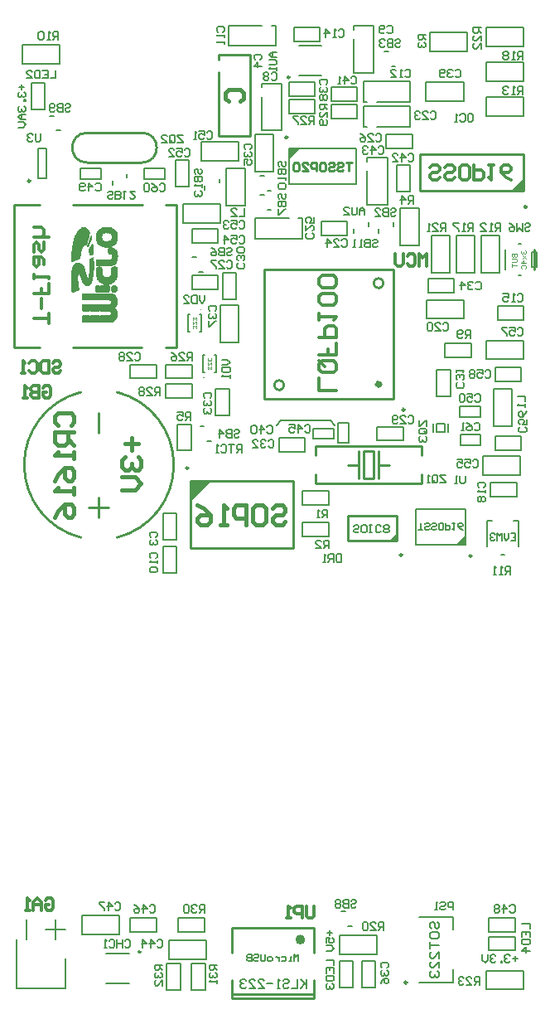
<source format=gbo>
G04*
G04 #@! TF.GenerationSoftware,Altium Limited,Altium Designer,19.0.12 (326)*
G04*
G04 Layer_Color=26472*
%FSLAX25Y25*%
%MOIN*%
G70*
G01*
G75*
%ADD10C,0.00984*%
%ADD11C,0.01000*%
%ADD14C,0.00800*%
%ADD15C,0.00799*%
%ADD16C,0.00600*%
%ADD17C,0.01181*%
%ADD18C,0.00787*%
%ADD19C,0.00591*%
%ADD20C,0.01575*%
%ADD122C,0.02362*%
%ADD123C,0.01008*%
%ADD124C,0.01024*%
%ADD125C,0.00433*%
%ADD126C,0.02000*%
%ADD127C,0.00598*%
%ADD128C,0.00230*%
%ADD129C,0.00900*%
%ADD130C,0.01378*%
%ADD131C,0.00866*%
%ADD132C,0.00394*%
G36*
X74331Y208386D02*
Y200000D01*
X82717Y208386D01*
X74331D01*
D02*
G37*
G36*
X185039Y182913D02*
X180905D01*
X184843Y186850D01*
X185039D01*
Y182913D01*
D02*
G37*
G36*
X114114Y342284D02*
X118248D01*
X114311Y338347D01*
X114114D01*
Y342284D01*
D02*
G37*
G36*
X208169Y325217D02*
X203248D01*
X208169Y330138D01*
Y325217D01*
D02*
G37*
D10*
X160492Y237185D02*
G03*
X160492Y237185I-492J0D01*
G01*
X187472Y178386D02*
G03*
X187472Y178386I-472J0D01*
G01*
X114134Y370807D02*
G03*
X114134Y370807I-394J0D01*
G01*
X9843Y329154D02*
G03*
X9843Y329154I-472J0D01*
G01*
X113413Y346614D02*
G03*
X113413Y346614I-472J0D01*
G01*
X73472Y213701D02*
G03*
X73472Y213701I-472J0D01*
G01*
X159492Y178770D02*
G03*
X159492Y178770I-492J0D01*
G01*
X54154Y19193D02*
G03*
X54154Y19193I-394J0D01*
G01*
X161460Y6887D02*
G03*
X161460Y6887I-492J0D01*
G01*
D11*
X44801Y185795D02*
G03*
X44801Y244205I-7301J29205D01*
G01*
X30199D02*
G03*
X30199Y185795I7301J-29205D01*
G01*
X111969Y247000D02*
G03*
X111969Y247000I-1969J0D01*
G01*
X151969Y288000D02*
G03*
X151969Y288000I-1969J0D01*
G01*
X147972Y209488D02*
Y220512D01*
X144035Y209488D02*
X147972D01*
X144035D02*
Y220512D01*
X147972D01*
X137736Y215000D02*
X142067D01*
Y209488D02*
Y215000D01*
Y220512D01*
X149941Y209488D02*
Y215000D01*
Y220512D01*
X124744Y207520D02*
X167264D01*
X124744Y222480D02*
X167264D01*
X149941Y215000D02*
X154272D01*
X167264Y218740D02*
Y222480D01*
Y207520D02*
Y211260D01*
X124744Y218740D02*
Y222480D01*
Y207520D02*
Y211260D01*
X33500Y198000D02*
X41500D01*
X37500Y228000D02*
Y236000D01*
Y194000D02*
Y202000D01*
X104016Y241516D02*
X155984D01*
X104016Y293484D02*
X155984D01*
Y241516D02*
Y293484D01*
X104016Y241516D02*
Y293484D01*
X85701Y377984D02*
Y379953D01*
X98299D01*
Y347276D02*
Y379953D01*
X85701Y347276D02*
X98299D01*
X85701D02*
Y372866D01*
X64468Y319528D02*
X68799D01*
Y262047D02*
Y319528D01*
X64468Y262047D02*
X68799D01*
X27067D02*
X54626D01*
X3445D02*
Y319528D01*
X13681D01*
X3445Y262047D02*
X13681D01*
X27067Y319528D02*
X55020D01*
X166831Y325217D02*
Y339783D01*
X208169Y325217D02*
Y339783D01*
X166831D02*
X208169D01*
X166831Y325217D02*
X208169D01*
X74331Y208386D02*
X115669D01*
X74331Y181614D02*
X115669D01*
X74331D02*
Y208386D01*
X115669Y181614D02*
Y208386D01*
X157343Y186713D02*
Y187770D01*
X155000Y184370D02*
X157343Y186713D01*
Y185713D02*
Y185770D01*
X156000Y184370D02*
X157343Y185713D01*
X137657Y184370D02*
X157343D01*
X137657Y194370D02*
X157343D01*
Y184370D02*
Y194370D01*
X137657Y184370D02*
Y194370D01*
X90965Y2075D02*
X124035D01*
X90965Y500D02*
X124035D01*
Y7980D01*
X90965Y500D02*
Y7980D01*
X124035Y19004D02*
Y28846D01*
X90965Y19004D02*
Y28846D01*
X124035D01*
D14*
X117972Y371398D02*
X127028D01*
X117972Y383602D02*
X127028D01*
X200945Y293583D02*
Y301457D01*
X211575Y300669D02*
X212756D01*
X211575Y294370D02*
Y300669D01*
Y294370D02*
X212756D01*
Y300669D02*
X213543D01*
Y294370D02*
Y300669D01*
X212756Y294370D02*
X213543D01*
X173425Y228150D02*
X176575D01*
Y231693D01*
X173425Y228150D02*
Y231693D01*
X176575D01*
X178150Y228150D02*
Y231693D01*
X171850Y228150D02*
Y231693D01*
X199213Y178720D02*
X200787D01*
X193701Y182264D02*
Y192500D01*
X206299Y182264D02*
Y192500D01*
X193701D02*
X195669D01*
X204331D02*
X206299D01*
X4252Y20374D02*
Y24311D01*
Y16437D02*
Y20374D01*
Y4626D02*
Y16437D01*
Y4626D02*
X23937D01*
Y16437D01*
Y4626D02*
Y16437D01*
X8189Y24311D02*
Y32185D01*
X16063Y28248D02*
X23937D01*
X20000Y24311D02*
Y32185D01*
X40472Y18602D02*
X49528D01*
X40472Y6398D02*
X49528D01*
X166382Y6887D02*
X178587D01*
X166382Y33265D02*
X178587D01*
Y6887D02*
X179984D01*
Y12076D01*
Y28076D02*
Y33265D01*
X178587D02*
X179984D01*
D15*
X164961Y182913D02*
Y197087D01*
X185039Y182913D02*
Y197087D01*
X164961D02*
X185039D01*
X164961Y182913D02*
X185039D01*
X102835Y349457D02*
X104409D01*
X111102D01*
Y368354D01*
X102835D02*
X111102D01*
X102835Y366780D02*
Y368354D01*
Y349457D02*
Y362843D01*
X6700Y376300D02*
X21800D01*
Y383700D01*
X6700D02*
X21800D01*
X6700Y376300D02*
Y383700D01*
X16457Y330335D02*
Y342146D01*
X12913Y330335D02*
Y342146D01*
X16457D01*
X12913Y330335D02*
X16457D01*
X89646Y390059D02*
Y391634D01*
Y383366D02*
Y390059D01*
Y383366D02*
X108543D01*
Y391634D01*
X106968D02*
X108543D01*
X89646D02*
X103031D01*
X96200Y319200D02*
Y334300D01*
X88800D02*
X96200D01*
X88800Y319200D02*
Y334300D01*
Y319200D02*
X96200D01*
X100300Y347800D02*
X107700D01*
Y332700D02*
Y347800D01*
X100300Y332700D02*
X107700D01*
X100300D02*
Y347800D01*
X139866Y372646D02*
X141441D01*
X148134D01*
Y391543D01*
X139866D02*
X148134D01*
X139866Y389969D02*
Y391543D01*
Y372646D02*
Y386032D01*
X162795Y350866D02*
Y352441D01*
Y359134D01*
X143898D02*
X162795D01*
X143898Y350866D02*
Y359134D01*
Y350866D02*
X145473D01*
X149410D02*
X162795D01*
Y360866D02*
Y362441D01*
Y369134D01*
X143898D02*
X162795D01*
X143898Y360866D02*
Y369134D01*
Y360866D02*
X145473D01*
X149410D02*
X162795D01*
X169106Y361300D02*
Y368700D01*
X184206D01*
Y361300D02*
Y368700D01*
X169106Y361300D02*
X184206D01*
X170700Y381300D02*
X185800D01*
Y388700D01*
X170700D02*
X185800D01*
X170700Y381300D02*
Y388700D01*
X193200Y383300D02*
X208300D01*
Y390700D01*
X193200D02*
X208300D01*
X193200Y383300D02*
Y390700D01*
Y369300D02*
X208300D01*
Y376700D01*
X193200D02*
X208300D01*
X193200Y369300D02*
Y376700D01*
Y355300D02*
X208300D01*
Y362700D01*
X193200D02*
X208300D01*
X193200Y355300D02*
Y362700D01*
X78700Y337300D02*
Y344700D01*
X93800D01*
Y337300D02*
Y344700D01*
X78700Y337300D02*
X93800D01*
X145276Y319646D02*
X146850D01*
X153543D01*
Y338543D01*
X145276D02*
X153543D01*
X145276Y336969D02*
Y338543D01*
Y319646D02*
Y333032D01*
X166200Y303200D02*
Y318300D01*
X158800D02*
X166200D01*
X158800Y303200D02*
Y318300D01*
Y303200D02*
X166200D01*
X100457Y312559D02*
Y314134D01*
Y305866D02*
Y312559D01*
Y305866D02*
X119354D01*
Y314134D01*
X117780D02*
X119354D01*
X100457D02*
X113843D01*
X71200Y312300D02*
Y319700D01*
X86300D01*
Y312300D02*
Y319700D01*
X71200Y312300D02*
X86300D01*
X73244Y275543D02*
X74026D01*
X73244Y268457D02*
X74026D01*
X77974Y275543D02*
X78756D01*
X77974Y268457D02*
X78756D01*
X73244D02*
Y275543D01*
X78756Y268457D02*
Y275543D01*
X86300Y264200D02*
X93700D01*
X86300D02*
Y279300D01*
X93700D01*
Y264200D02*
Y279300D01*
X178700Y292200D02*
Y307300D01*
X171300D02*
X178700D01*
X171300Y292200D02*
Y307300D01*
Y292200D02*
X178700D01*
X188700D02*
Y307300D01*
X181300D02*
X188700D01*
X181300Y292200D02*
Y307300D01*
Y292200D02*
X188700D01*
X198700D02*
Y307300D01*
X191300D02*
X198700D01*
X191300Y292200D02*
Y307300D01*
Y292200D02*
X198700D01*
X208300Y257580D02*
Y264980D01*
X193200Y257580D02*
X208300D01*
X193200D02*
Y264980D01*
X208300D01*
X184300Y273800D02*
Y281200D01*
X169200Y273800D02*
X184300D01*
X169200D02*
Y281200D01*
X184300D01*
X196300Y230385D02*
X203700D01*
X196300D02*
Y245485D01*
X203700D01*
Y230385D02*
Y245485D01*
X83974Y252126D02*
X84756D01*
X83974Y259213D02*
X84756D01*
X79244Y252126D02*
X80026D01*
X79244Y259213D02*
X80026D01*
X84756Y252126D02*
Y259213D01*
X79244Y252126D02*
Y259213D01*
X207000Y210985D02*
Y218385D01*
X191900Y210985D02*
X207000D01*
X191900D02*
Y218385D01*
X207000D01*
X193200Y4280D02*
X208300D01*
Y11680D01*
X193200D02*
X208300D01*
X193200Y4280D02*
Y11680D01*
X134200Y25700D02*
X149300D01*
X134200Y18300D02*
Y25700D01*
Y18300D02*
X149300D01*
Y25700D01*
X80800Y16300D02*
Y23700D01*
X65700Y16300D02*
X80800D01*
X65700D02*
Y23700D01*
X80800D01*
X30700Y26300D02*
Y33700D01*
X45800D01*
Y26300D02*
Y33700D01*
X30700Y26300D02*
X45800D01*
D16*
X113900Y356200D02*
Y361800D01*
X124500D01*
Y356200D02*
Y361800D01*
X113900Y356200D02*
X124500D01*
Y363200D02*
Y368800D01*
X113900Y363200D02*
X124500D01*
X113900D02*
Y368800D01*
X124500D01*
X115900Y385200D02*
Y390800D01*
X126500D01*
Y385200D02*
Y390800D01*
X115900Y385200D02*
X126500D01*
X15800Y357900D02*
Y368500D01*
X10200D02*
X15800D01*
X10200Y357900D02*
Y368500D01*
Y357900D02*
X15800D01*
X17669Y355362D02*
X19244D01*
X20425Y349457D02*
X22000D01*
X30100Y329900D02*
X38200D01*
Y334100D01*
X30100D02*
X38200D01*
X30100Y329900D02*
Y334100D01*
X55800D02*
X63900D01*
X55800Y329900D02*
Y334100D01*
Y329900D02*
X63900D01*
Y334100D01*
X48748Y330425D02*
Y332000D01*
X42843Y327669D02*
Y329244D01*
X68200Y326900D02*
X73800D01*
X68200D02*
Y337500D01*
X73800D01*
Y326900D02*
Y337500D01*
X80138Y325669D02*
Y327244D01*
X86043Y328425D02*
Y330000D01*
X130900Y361232D02*
Y366832D01*
X141500D01*
Y361232D02*
Y366832D01*
X130900Y361232D02*
X141500D01*
X130900Y354200D02*
Y359800D01*
X141500D01*
Y354200D02*
Y359800D01*
X130900Y354200D02*
X141500D01*
X155256Y375138D02*
X156831D01*
X152500Y381043D02*
X154075D01*
X102500Y331043D02*
X104075D01*
X105256Y325138D02*
X106831D01*
X102500Y323543D02*
X104075D01*
X105256Y317638D02*
X106831D01*
X146043Y310925D02*
Y312500D01*
X140138Y308169D02*
Y309744D01*
X150138Y308169D02*
Y309744D01*
X156043Y310925D02*
Y312500D01*
X163720Y342200D02*
Y347800D01*
X153120Y342200D02*
X163720D01*
X153120D02*
Y347800D01*
X163720D01*
X157200Y324900D02*
X162800D01*
X157200D02*
Y335500D01*
X162800D01*
Y324900D02*
Y335500D01*
X137500Y307200D02*
Y312800D01*
X126900Y307200D02*
X137500D01*
X126900D02*
Y312800D01*
X137500D01*
X74900Y304200D02*
Y309800D01*
X85500D01*
Y304200D02*
Y309800D01*
X74900Y304200D02*
X85500D01*
X75000Y298551D02*
X76575D01*
X77756Y292646D02*
X79331D01*
X85500Y285606D02*
Y291206D01*
X74900Y285606D02*
X85500D01*
X74900D02*
Y291206D01*
X85500D01*
X87200Y281516D02*
X92800D01*
X87200D02*
Y292116D01*
X92800D01*
Y281516D02*
Y292116D01*
X180500Y284200D02*
Y289800D01*
X169900Y284200D02*
X180500D01*
X169900D02*
Y289800D01*
X180500D01*
X206457Y291220D02*
X207244D01*
X206457Y303819D02*
X207244D01*
X197900Y273200D02*
Y278800D01*
X208500D01*
Y273200D02*
Y278800D01*
X197900Y273200D02*
X208500D01*
X173456Y253092D02*
X179056D01*
Y242492D02*
Y253092D01*
X173456Y242492D02*
X179056D01*
X173456D02*
Y253092D01*
X176600Y258200D02*
Y263800D01*
X187200D01*
Y258200D02*
Y263800D01*
X176600Y258200D02*
X187200D01*
X207500Y248637D02*
Y254237D01*
X196900Y248637D02*
X207500D01*
X196900D02*
Y254237D01*
X207500D01*
Y220842D02*
Y226442D01*
X196900Y220842D02*
X207500D01*
X196900D02*
Y226442D01*
X207500D01*
X60600Y249700D02*
Y255300D01*
X50000Y249700D02*
X60600D01*
X50000D02*
Y255300D01*
X60600D01*
X75000Y241885D02*
Y247485D01*
X64400Y241885D02*
X75000D01*
X64400D02*
Y247485D01*
X75000D01*
X64400Y249700D02*
Y255300D01*
X75000D01*
Y249700D02*
Y255300D01*
X64400Y249700D02*
X75000D01*
X84440Y235000D02*
X90040D01*
X84440D02*
Y245600D01*
X90040D01*
Y235000D02*
Y245600D01*
X69100Y231343D02*
X74700D01*
Y220743D02*
Y231343D01*
X69100Y220743D02*
X74700D01*
X69100D02*
Y231343D01*
X78240Y230386D02*
X79815D01*
X80996Y224480D02*
X82571D01*
X133806Y223900D02*
Y232000D01*
Y223900D02*
X138006D01*
Y232000D01*
X133806D02*
X138006D01*
X123800Y225400D02*
X131900D01*
Y229600D01*
X123800D02*
X131900D01*
X123800Y225400D02*
Y229600D01*
X109900Y220200D02*
Y225800D01*
X120500D01*
Y220200D02*
Y225800D01*
X109900Y220200D02*
X120500D01*
X160000Y224700D02*
Y230300D01*
X149400Y224700D02*
X160000D01*
X149400D02*
Y230300D01*
X160000D01*
X182800Y234200D02*
X190900D01*
Y238400D01*
X182800D02*
X190900D01*
X182800Y234200D02*
Y238400D01*
X182943Y222900D02*
X191043D01*
Y227100D01*
X182943D02*
X191043D01*
X182943Y222900D02*
Y227100D01*
X195000Y202200D02*
Y207800D01*
X205600D01*
Y202200D02*
Y207800D01*
X195000Y202200D02*
X205600D01*
X119400Y186200D02*
Y191800D01*
X130000D01*
Y186200D02*
Y191800D01*
X119400Y186200D02*
X130000D01*
X119400Y198814D02*
Y204414D01*
X130000D01*
Y198814D02*
Y204414D01*
X119400Y198814D02*
X130000D01*
X63200Y195500D02*
X68800D01*
Y184900D02*
Y195500D01*
X63200Y184900D02*
X68800D01*
X63200D02*
Y195500D01*
Y182100D02*
X68800D01*
Y171500D02*
Y182100D01*
X63200Y171500D02*
X68800D01*
X63200D02*
Y182100D01*
X205000Y27200D02*
Y32800D01*
X194400Y27200D02*
X205000D01*
X194400D02*
Y32800D01*
X205000D01*
X194400Y19700D02*
X205000D01*
Y25300D01*
X194400D02*
X205000D01*
X194400Y19700D02*
Y25300D01*
X135000Y35543D02*
X136575D01*
X137756Y29638D02*
X139331D01*
X143200Y15500D02*
X148800D01*
Y4900D02*
Y15500D01*
X143200Y4900D02*
X148800D01*
X143200D02*
Y15500D01*
X134200Y4900D02*
Y15500D01*
Y4900D02*
X139800D01*
Y15500D01*
X134200D02*
X139800D01*
X64700Y14484D02*
X70300D01*
Y3884D02*
Y14484D01*
X64700Y3884D02*
X70300D01*
X64700D02*
Y14484D01*
X74700Y3884D02*
X80300D01*
X74700D02*
Y14484D01*
X80300D01*
Y3884D02*
Y14484D01*
X80000Y27200D02*
Y32800D01*
X69400Y27200D02*
X80000D01*
X69400D02*
Y32800D01*
X80000D01*
X60600Y27200D02*
Y32800D01*
X50000Y27200D02*
X60600D01*
X50000D02*
Y32800D01*
X60600D01*
D17*
X17404Y271992D02*
Y275928D01*
Y273960D01*
X11500D01*
X14452Y277896D02*
Y281831D01*
X17404Y287735D02*
Y283799D01*
X14452D01*
Y285767D01*
Y283799D01*
X11500D01*
Y289703D02*
Y291671D01*
Y290687D01*
X17404D01*
Y289703D01*
X15436Y295606D02*
Y297574D01*
X14452Y298558D01*
X11500D01*
Y295606D01*
X12484Y294623D01*
X13468Y295606D01*
Y298558D01*
X11500Y300526D02*
Y303478D01*
X12484Y304462D01*
X13468Y303478D01*
Y301510D01*
X14452Y300526D01*
X15436Y301510D01*
Y304462D01*
X17404Y306430D02*
X11500D01*
X14452D01*
X15436Y307414D01*
Y309382D01*
X14452Y310366D01*
X11500D01*
X174703Y330533D02*
X173720Y329549D01*
X171752D01*
X170768Y330533D01*
Y331517D01*
X171752Y332501D01*
X173720D01*
X174703Y333485D01*
Y334469D01*
X173720Y335453D01*
X171752D01*
X170768Y334469D01*
X180607Y330533D02*
X179623Y329549D01*
X177655D01*
X176671Y330533D01*
Y331517D01*
X177655Y332501D01*
X179623D01*
X180607Y333485D01*
Y334469D01*
X179623Y335453D01*
X177655D01*
X176671Y334469D01*
X185527Y329549D02*
X183559D01*
X182575Y330533D01*
Y334469D01*
X183559Y335453D01*
X185527D01*
X186511Y334469D01*
Y330533D01*
X185527Y329549D01*
X188479Y335453D02*
Y329549D01*
X191430D01*
X192414Y330533D01*
Y332501D01*
X191430Y333485D01*
X188479D01*
X194382Y335453D02*
X196350D01*
X195366D01*
Y329549D01*
X194382Y330533D01*
X203238Y329549D02*
X201270Y330533D01*
X199302Y332501D01*
Y334469D01*
X200286Y335453D01*
X202254D01*
X203238Y334469D01*
Y333485D01*
X202254Y332501D01*
X199302D01*
X169400Y295000D02*
Y299723D01*
X167826Y298149D01*
X166251Y299723D01*
Y295000D01*
X161529Y298936D02*
X162316Y299723D01*
X163890D01*
X164677Y298936D01*
Y295787D01*
X163890Y295000D01*
X162316D01*
X161529Y295787D01*
X159954Y299723D02*
Y295787D01*
X159167Y295000D01*
X157593D01*
X156806Y295787D01*
Y299723D01*
X15851Y39936D02*
X16639Y40723D01*
X18213D01*
X19000Y39936D01*
Y36787D01*
X18213Y36000D01*
X16639D01*
X15851Y36787D01*
Y38361D01*
X17426D01*
X14277Y36000D02*
Y39149D01*
X12703Y40723D01*
X11129Y39149D01*
Y36000D01*
Y38361D01*
X14277D01*
X9554Y36000D02*
X7980D01*
X8767D01*
Y40723D01*
X9554Y39936D01*
X124000Y37523D02*
Y33587D01*
X123213Y32800D01*
X121639D01*
X120851Y33587D01*
Y37523D01*
X119277Y32800D02*
Y37523D01*
X116916D01*
X116129Y36736D01*
Y35161D01*
X116916Y34374D01*
X119277D01*
X114554Y32800D02*
X112980D01*
X113767D01*
Y37523D01*
X114554Y36736D01*
X18851Y255936D02*
X19639Y256723D01*
X21213D01*
X22000Y255936D01*
Y255149D01*
X21213Y254361D01*
X19639D01*
X18851Y253574D01*
Y252787D01*
X19639Y252000D01*
X21213D01*
X22000Y252787D01*
X17277Y256723D02*
Y252000D01*
X14916D01*
X14129Y252787D01*
Y255936D01*
X14916Y256723D01*
X17277D01*
X9406Y255936D02*
X10193Y256723D01*
X11767D01*
X12554Y255936D01*
Y252787D01*
X11767Y252000D01*
X10193D01*
X9406Y252787D01*
X7831Y252000D02*
X6257D01*
X7044D01*
Y256723D01*
X7831Y255936D01*
X14851Y245936D02*
X15639Y246723D01*
X17213D01*
X18000Y245936D01*
Y242787D01*
X17213Y242000D01*
X15639D01*
X14851Y242787D01*
Y244361D01*
X16426D01*
X13277Y246723D02*
Y242000D01*
X10916D01*
X10129Y242787D01*
Y243574D01*
X10916Y244361D01*
X13277D01*
X10916D01*
X10129Y245149D01*
Y245936D01*
X10916Y246723D01*
X13277D01*
X8554Y242000D02*
X6980D01*
X7767D01*
Y246723D01*
X8554Y245936D01*
D18*
X140886Y327717D02*
Y342283D01*
X114114Y327717D02*
Y342283D01*
Y327717D02*
X140886D01*
X114114Y342283D02*
X140886D01*
X142099Y188246D02*
X141574Y187722D01*
X140525D01*
X140000Y188246D01*
Y188771D01*
X140525Y189296D01*
X141574D01*
X142099Y189821D01*
Y190345D01*
X141574Y190870D01*
X140525D01*
X140000Y190345D01*
X144723Y187722D02*
X143673D01*
X143149Y188246D01*
Y190345D01*
X143673Y190870D01*
X144723D01*
X145248Y190345D01*
Y188246D01*
X144723Y187722D01*
X146297D02*
X147347D01*
X146822D01*
Y190870D01*
X146297D01*
X147347D01*
X151020Y188246D02*
X150495Y187722D01*
X149446D01*
X148921Y188246D01*
Y190345D01*
X149446Y190870D01*
X150495D01*
X151020Y190345D01*
X152070Y188246D02*
X152594Y187722D01*
X153644D01*
X154169Y188246D01*
Y188771D01*
X153644Y189296D01*
X154169Y189821D01*
Y190345D01*
X153644Y190870D01*
X152594D01*
X152070Y190345D01*
Y189821D01*
X152594Y189296D01*
X152070Y188771D01*
Y188246D01*
X152594Y189296D02*
X153644D01*
X121000Y8223D02*
Y4680D01*
Y5861D01*
X118639Y8223D01*
X120410Y6452D01*
X118639Y4680D01*
X117458Y8223D02*
Y4680D01*
X115096D01*
X111554Y7632D02*
X112145Y8223D01*
X113325D01*
X113916Y7632D01*
Y7042D01*
X113325Y6452D01*
X112145D01*
X111554Y5861D01*
Y5271D01*
X112145Y4680D01*
X113325D01*
X113916Y5271D01*
X110373Y4680D02*
X109193D01*
X109783D01*
Y8223D01*
X110373Y7632D01*
X107422Y6452D02*
X105060D01*
X101518Y4680D02*
X103880D01*
X101518Y7042D01*
Y7632D01*
X102109Y8223D01*
X103289D01*
X103880Y7632D01*
X97976Y4680D02*
X100337D01*
X97976Y7042D01*
Y7632D01*
X98566Y8223D01*
X99747D01*
X100337Y7632D01*
X96795D02*
X96205Y8223D01*
X95024D01*
X94434Y7632D01*
Y7042D01*
X95024Y6452D01*
X95614D01*
X95024D01*
X94434Y5861D01*
Y5271D01*
X95024Y4680D01*
X96205D01*
X96795Y5271D01*
X6426Y368000D02*
Y365901D01*
X5376Y366950D02*
X7475D01*
X5376Y364851D02*
X4851Y364327D01*
Y363277D01*
X5376Y362752D01*
X5901D01*
X6426Y363277D01*
Y363802D01*
Y363277D01*
X6950Y362752D01*
X7475D01*
X8000Y363277D01*
Y364327D01*
X7475Y364851D01*
X8000Y361703D02*
X7475D01*
Y361178D01*
X8000D01*
Y361703D01*
X5376Y359079D02*
X4851Y358554D01*
Y357505D01*
X5376Y356980D01*
X5901D01*
X6426Y357505D01*
Y358030D01*
Y357505D01*
X6950Y356980D01*
X7475D01*
X8000Y357505D01*
Y358554D01*
X7475Y359079D01*
X8000Y355930D02*
X5901D01*
X4851Y354881D01*
X5901Y353831D01*
X8000D01*
X6426D01*
Y355930D01*
X4851Y352782D02*
X6950D01*
X8000Y351732D01*
X6950Y350683D01*
X4851D01*
X130426Y28000D02*
Y25901D01*
X129376Y26950D02*
X131475D01*
X128851Y22752D02*
Y24851D01*
X130426D01*
X129901Y23802D01*
Y23277D01*
X130426Y22752D01*
X131475D01*
X132000Y23277D01*
Y24327D01*
X131475Y24851D01*
X128851Y21703D02*
X130950D01*
X132000Y20653D01*
X130950Y19604D01*
X128851D01*
X206000Y16474D02*
X203901D01*
X204950Y17524D02*
Y15425D01*
X202851Y17524D02*
X202327Y18049D01*
X201277D01*
X200752Y17524D01*
Y16999D01*
X201277Y16474D01*
X201802D01*
X201277D01*
X200752Y15949D01*
Y15425D01*
X201277Y14900D01*
X202327D01*
X202851Y15425D01*
X199703Y14900D02*
Y15425D01*
X199178D01*
Y14900D01*
X199703D01*
X197079Y17524D02*
X196554Y18049D01*
X195505D01*
X194980Y17524D01*
Y16999D01*
X195505Y16474D01*
X196029D01*
X195505D01*
X194980Y15949D01*
Y15425D01*
X195505Y14900D01*
X196554D01*
X197079Y15425D01*
X193930Y18049D02*
Y15949D01*
X192881Y14900D01*
X191831Y15949D01*
Y18049D01*
X171204Y28452D02*
X170548Y29108D01*
Y30420D01*
X171204Y31076D01*
X171860D01*
X172516Y30420D01*
Y29108D01*
X173172Y28452D01*
X173828D01*
X174484Y29108D01*
Y30420D01*
X173828Y31076D01*
X170548Y25172D02*
Y26484D01*
X171204Y27140D01*
X173828D01*
X174484Y26484D01*
Y25172D01*
X173828Y24516D01*
X171204D01*
X170548Y25172D01*
Y23204D02*
Y20581D01*
Y21892D01*
X174484D01*
Y16645D02*
Y19269D01*
X171860Y16645D01*
X171204D01*
X170548Y17301D01*
Y18613D01*
X171204Y19269D01*
X174484Y12709D02*
Y15333D01*
X171860Y12709D01*
X171204D01*
X170548Y13365D01*
Y14677D01*
X171204Y15333D01*
Y11397D02*
X170548Y10741D01*
Y9429D01*
X171204Y8773D01*
X171860D01*
X172516Y9429D01*
Y10085D01*
Y9429D01*
X173172Y8773D01*
X173828D01*
X174484Y9429D01*
Y10741D01*
X173828Y11397D01*
X184843Y210668D02*
Y208044D01*
X184318Y207520D01*
X183268D01*
X182744Y208044D01*
Y210668D01*
X181694Y207520D02*
X180644D01*
X181169D01*
Y210668D01*
X181694Y210143D01*
X43099Y322376D02*
X42574Y321851D01*
X41525D01*
X41000Y322376D01*
Y322901D01*
X41525Y323426D01*
X42574D01*
X43099Y323951D01*
Y324475D01*
X42574Y325000D01*
X41525D01*
X41000Y324475D01*
X44149Y321851D02*
Y325000D01*
X45723D01*
X46248Y324475D01*
Y323951D01*
X45723Y323426D01*
X44149D01*
X45723D01*
X46248Y322901D01*
Y322376D01*
X45723Y321851D01*
X44149D01*
X47297Y325000D02*
X48347D01*
X47822D01*
Y321851D01*
X47297Y322376D01*
X52020Y325000D02*
X49921D01*
X52020Y322901D01*
Y322376D01*
X51495Y321851D01*
X50446D01*
X49921Y322376D01*
X76376Y331901D02*
X75851Y332426D01*
Y333475D01*
X76376Y334000D01*
X76901D01*
X77426Y333475D01*
Y332426D01*
X77951Y331901D01*
X78475D01*
X79000Y332426D01*
Y333475D01*
X78475Y334000D01*
X75851Y330851D02*
X79000D01*
Y329277D01*
X78475Y328752D01*
X77951D01*
X77426Y329277D01*
Y330851D01*
Y329277D01*
X76901Y328752D01*
X76376D01*
X75851Y329277D01*
Y330851D01*
X79000Y327703D02*
Y326653D01*
Y327178D01*
X75851D01*
X76376Y327703D01*
Y325079D02*
X75851Y324554D01*
Y323505D01*
X76376Y322980D01*
X76901D01*
X77426Y323505D01*
Y324029D01*
Y323505D01*
X77951Y322980D01*
X78475D01*
X79000Y323505D01*
Y324554D01*
X78475Y325079D01*
X190600Y5980D02*
Y9129D01*
X189026D01*
X188501Y8604D01*
Y7555D01*
X189026Y7030D01*
X190600D01*
X189550D02*
X188501Y5980D01*
X185352D02*
X187451D01*
X185352Y8079D01*
Y8604D01*
X185877Y9129D01*
X186927D01*
X187451Y8604D01*
X184303D02*
X183778Y9129D01*
X182729D01*
X182204Y8604D01*
Y8079D01*
X182729Y7555D01*
X183253D01*
X182729D01*
X182204Y7030D01*
Y6505D01*
X182729Y5980D01*
X183778D01*
X184303Y6505D01*
X152000Y28000D02*
Y31149D01*
X150426D01*
X149901Y30624D01*
Y29574D01*
X150426Y29050D01*
X152000D01*
X150951D02*
X149901Y28000D01*
X146752D02*
X148851D01*
X146752Y30099D01*
Y30624D01*
X147277Y31149D01*
X148327D01*
X148851Y30624D01*
X145703D02*
X145178Y31149D01*
X144129D01*
X143604Y30624D01*
Y28525D01*
X144129Y28000D01*
X145178D01*
X145703Y28525D01*
Y30624D01*
X21000Y386000D02*
Y389149D01*
X19426D01*
X18901Y388624D01*
Y387574D01*
X19426Y387050D01*
X21000D01*
X19951D02*
X18901Y386000D01*
X17851D02*
X16802D01*
X17327D01*
Y389149D01*
X17851Y388624D01*
X15228D02*
X14703Y389149D01*
X13653D01*
X13128Y388624D01*
Y386525D01*
X13653Y386000D01*
X14703D01*
X15228Y386525D01*
Y388624D01*
X20000Y373549D02*
Y370400D01*
X17901D01*
X14752Y373549D02*
X16851D01*
Y370400D01*
X14752D01*
X16851Y371974D02*
X15802D01*
X13703Y373549D02*
Y370400D01*
X12128D01*
X11604Y370925D01*
Y373024D01*
X12128Y373549D01*
X13703D01*
X8455Y370400D02*
X10554D01*
X8455Y372499D01*
Y373024D01*
X8980Y373549D01*
X10029D01*
X10554Y373024D01*
X207751Y30500D02*
X210900D01*
Y28401D01*
X207751Y25252D02*
Y27351D01*
X210900D01*
Y25252D01*
X209326Y27351D02*
Y26302D01*
X207751Y24203D02*
X210900D01*
Y22628D01*
X210375Y22104D01*
X208276D01*
X207751Y22628D01*
Y24203D01*
X210900Y19480D02*
X207751D01*
X209326Y21054D01*
Y18955D01*
X128851Y15900D02*
X132000D01*
Y13801D01*
X128851Y10652D02*
Y12751D01*
X132000D01*
Y10652D01*
X130426Y12751D02*
Y11702D01*
X128851Y9603D02*
X132000D01*
Y8028D01*
X131475Y7504D01*
X129376D01*
X128851Y8028D01*
Y9603D01*
X129376Y6454D02*
X128851Y5929D01*
Y4880D01*
X129376Y4355D01*
X129901D01*
X130426Y4880D01*
Y5405D01*
Y4880D01*
X130950Y4355D01*
X131475D01*
X132000Y4880D01*
Y5929D01*
X131475Y6454D01*
X151376Y12801D02*
X150851Y13326D01*
Y14375D01*
X151376Y14900D01*
X153475D01*
X154000Y14375D01*
Y13326D01*
X153475Y12801D01*
X151376Y11751D02*
X150851Y11227D01*
Y10177D01*
X151376Y9652D01*
X151901D01*
X152426Y10177D01*
Y10702D01*
Y10177D01*
X152951Y9652D01*
X153475D01*
X154000Y10177D01*
Y11227D01*
X153475Y11751D01*
X150851Y6504D02*
X151376Y7553D01*
X152426Y8603D01*
X153475D01*
X154000Y8078D01*
Y7028D01*
X153475Y6504D01*
X152951D01*
X152426Y7028D01*
Y8603D01*
X130000Y181500D02*
Y184649D01*
X128426D01*
X127901Y184124D01*
Y183074D01*
X128426Y182550D01*
X130000D01*
X128951D02*
X127901Y181500D01*
X124752D02*
X126851D01*
X124752Y183599D01*
Y184124D01*
X125277Y184649D01*
X126327D01*
X126851Y184124D01*
X129500Y193878D02*
Y197027D01*
X127926D01*
X127401Y196502D01*
Y195452D01*
X127926Y194928D01*
X129500D01*
X128451D02*
X127401Y193878D01*
X126351D02*
X125302D01*
X125827D01*
Y197027D01*
X126351Y196502D01*
X166251Y232700D02*
Y230601D01*
X166776D01*
X168875Y232700D01*
X169400D01*
Y230601D01*
X168875Y227452D02*
X166776D01*
X166251Y227977D01*
Y229027D01*
X166776Y229551D01*
X168875D01*
X169400Y229027D01*
Y227977D01*
X168351Y228502D02*
X169400Y227452D01*
Y227977D02*
X168875Y227452D01*
X166776Y226403D02*
X166251Y225878D01*
Y224829D01*
X166776Y224304D01*
X167301D01*
X167826Y224829D01*
Y225353D01*
Y224829D01*
X168351Y224304D01*
X168875D01*
X169400Y224829D01*
Y225878D01*
X168875Y226403D01*
X71200Y347649D02*
X69101D01*
Y347124D01*
X71200Y345025D01*
Y344500D01*
X69101D01*
X65952Y345025D02*
Y347124D01*
X66477Y347649D01*
X67527D01*
X68051Y347124D01*
Y345025D01*
X67527Y344500D01*
X66477D01*
X67002Y345550D02*
X65952Y344500D01*
X66477D02*
X65952Y345025D01*
X62804Y344500D02*
X64903D01*
X62804Y346599D01*
Y347124D01*
X63328Y347649D01*
X64378D01*
X64903Y347124D01*
X87051Y257339D02*
X89151D01*
X90200Y256289D01*
X89151Y255240D01*
X87051D01*
Y254190D02*
X90200D01*
Y252616D01*
X89675Y252091D01*
X87576D01*
X87051Y252616D01*
Y254190D01*
X90200Y251041D02*
Y249992D01*
Y250517D01*
X87051D01*
X87576Y251041D01*
X80000Y283149D02*
Y281049D01*
X78951Y280000D01*
X77901Y281049D01*
Y283149D01*
X76851D02*
Y280000D01*
X75277D01*
X74752Y280525D01*
Y282624D01*
X75277Y283149D01*
X76851D01*
X71604Y280000D02*
X73703D01*
X71604Y282099D01*
Y282624D01*
X72128Y283149D01*
X73178D01*
X73703Y282624D01*
X176906Y210949D02*
X174806D01*
Y210424D01*
X176906Y208325D01*
Y207800D01*
X174806D01*
X171658Y208325D02*
Y210424D01*
X172183Y210949D01*
X173232D01*
X173757Y210424D01*
Y208325D01*
X173232Y207800D01*
X172183D01*
X172707Y208850D02*
X171658Y207800D01*
X172183D02*
X171658Y208325D01*
X170608Y207800D02*
X169559D01*
X170084D01*
Y210949D01*
X170608Y210424D01*
X208901Y311624D02*
X209426Y312149D01*
X210475D01*
X211000Y311624D01*
Y311099D01*
X210475Y310574D01*
X209426D01*
X208901Y310050D01*
Y309525D01*
X209426Y309000D01*
X210475D01*
X211000Y309525D01*
X207851Y312149D02*
Y309000D01*
X206802Y310050D01*
X205752Y309000D01*
Y312149D01*
X202604D02*
X203653Y311624D01*
X204703Y310574D01*
Y309525D01*
X204178Y309000D01*
X203129D01*
X202604Y309525D01*
Y310050D01*
X203129Y310574D01*
X204703D01*
X147586Y305124D02*
X148111Y305649D01*
X149160D01*
X149685Y305124D01*
Y304599D01*
X149160Y304074D01*
X148111D01*
X147586Y303550D01*
Y303025D01*
X148111Y302500D01*
X149160D01*
X149685Y303025D01*
X146536Y305649D02*
Y302500D01*
X144962D01*
X144437Y303025D01*
Y303550D01*
X144962Y304074D01*
X146536D01*
X144962D01*
X144437Y304599D01*
Y305124D01*
X144962Y305649D01*
X146536D01*
X143388Y302500D02*
X142338D01*
X142863D01*
Y305649D01*
X143388Y305124D01*
X140764Y302500D02*
X139715D01*
X140239D01*
Y305649D01*
X140764Y305124D01*
X110076Y334870D02*
X109551Y335394D01*
Y336444D01*
X110076Y336969D01*
X110601D01*
X111126Y336444D01*
Y335394D01*
X111651Y334870D01*
X112175D01*
X112700Y335394D01*
Y336444D01*
X112175Y336969D01*
X109551Y333820D02*
X112700D01*
Y332246D01*
X112175Y331721D01*
X111651D01*
X111126Y332246D01*
Y333820D01*
Y332246D01*
X110601Y331721D01*
X110076D01*
X109551Y332246D01*
Y333820D01*
X112700Y330671D02*
Y329622D01*
Y330147D01*
X109551D01*
X110076Y330671D01*
Y328048D02*
X109551Y327523D01*
Y326473D01*
X110076Y325949D01*
X112175D01*
X112700Y326473D01*
Y327523D01*
X112175Y328048D01*
X110076D01*
X23901Y359624D02*
X24426Y360149D01*
X25475D01*
X26000Y359624D01*
Y359099D01*
X25475Y358574D01*
X24426D01*
X23901Y358050D01*
Y357525D01*
X24426Y357000D01*
X25475D01*
X26000Y357525D01*
X22851Y360149D02*
Y357000D01*
X21277D01*
X20752Y357525D01*
Y358050D01*
X21277Y358574D01*
X22851D01*
X21277D01*
X20752Y359099D01*
Y359624D01*
X21277Y360149D01*
X22851D01*
X19703Y357525D02*
X19178Y357000D01*
X18128D01*
X17604Y357525D01*
Y359624D01*
X18128Y360149D01*
X19178D01*
X19703Y359624D01*
Y359099D01*
X19178Y358574D01*
X17604D01*
X138901Y39624D02*
X139426Y40149D01*
X140475D01*
X141000Y39624D01*
Y39099D01*
X140475Y38574D01*
X139426D01*
X138901Y38050D01*
Y37525D01*
X139426Y37000D01*
X140475D01*
X141000Y37525D01*
X137851Y40149D02*
Y37000D01*
X136277D01*
X135752Y37525D01*
Y38050D01*
X136277Y38574D01*
X137851D01*
X136277D01*
X135752Y39099D01*
Y39624D01*
X136277Y40149D01*
X137851D01*
X134703Y39624D02*
X134178Y40149D01*
X133128D01*
X132604Y39624D01*
Y39099D01*
X133128Y38574D01*
X132604Y38050D01*
Y37525D01*
X133128Y37000D01*
X134178D01*
X134703Y37525D01*
Y38050D01*
X134178Y38574D01*
X134703Y39099D01*
Y39624D01*
X134178Y38574D02*
X133128D01*
X110076Y321901D02*
X109551Y322426D01*
Y323475D01*
X110076Y324000D01*
X110601D01*
X111126Y323475D01*
Y322426D01*
X111651Y321901D01*
X112175D01*
X112700Y322426D01*
Y323475D01*
X112175Y324000D01*
X109551Y320851D02*
X112700D01*
Y319277D01*
X112175Y318752D01*
X111651D01*
X111126Y319277D01*
Y320851D01*
Y319277D01*
X110601Y318752D01*
X110076D01*
X109551Y319277D01*
Y320851D01*
Y317703D02*
Y315604D01*
X110076D01*
X112175Y317703D01*
X112700D01*
X88901Y301716D02*
X89426Y302241D01*
X90475D01*
X91000Y301716D01*
Y301191D01*
X90475Y300666D01*
X89426D01*
X88901Y300142D01*
Y299617D01*
X89426Y299092D01*
X90475D01*
X91000Y299617D01*
X87851Y302241D02*
Y299092D01*
X86277D01*
X85752Y299617D01*
Y300142D01*
X86277Y300666D01*
X87851D01*
X86277D01*
X85752Y301191D01*
Y301716D01*
X86277Y302241D01*
X87851D01*
X82604D02*
X83653Y301716D01*
X84703Y300666D01*
Y299617D01*
X84178Y299092D01*
X83128D01*
X82604Y299617D01*
Y300142D01*
X83128Y300666D01*
X84703D01*
X91901Y228624D02*
X92426Y229149D01*
X93475D01*
X94000Y228624D01*
Y228099D01*
X93475Y227574D01*
X92426D01*
X91901Y227049D01*
Y226525D01*
X92426Y226000D01*
X93475D01*
X94000Y226525D01*
X90851Y229149D02*
Y226000D01*
X89277D01*
X88752Y226525D01*
Y227049D01*
X89277Y227574D01*
X90851D01*
X89277D01*
X88752Y228099D01*
Y228624D01*
X89277Y229149D01*
X90851D01*
X86128Y226000D02*
Y229149D01*
X87703Y227574D01*
X85604D01*
X156701Y385624D02*
X157226Y386149D01*
X158275D01*
X158800Y385624D01*
Y385099D01*
X158275Y384574D01*
X157226D01*
X156701Y384050D01*
Y383525D01*
X157226Y383000D01*
X158275D01*
X158800Y383525D01*
X155651Y386149D02*
Y383000D01*
X154077D01*
X153552Y383525D01*
Y384050D01*
X154077Y384574D01*
X155651D01*
X154077D01*
X153552Y385099D01*
Y385624D01*
X154077Y386149D01*
X155651D01*
X152503Y385624D02*
X151978Y386149D01*
X150928D01*
X150404Y385624D01*
Y385099D01*
X150928Y384574D01*
X151453D01*
X150928D01*
X150404Y384050D01*
Y383525D01*
X150928Y383000D01*
X151978D01*
X152503Y383525D01*
X154901Y317624D02*
X155426Y318149D01*
X156475D01*
X157000Y317624D01*
Y317099D01*
X156475Y316574D01*
X155426D01*
X154901Y316050D01*
Y315525D01*
X155426Y315000D01*
X156475D01*
X157000Y315525D01*
X153851Y318149D02*
Y315000D01*
X152277D01*
X151752Y315525D01*
Y316050D01*
X152277Y316574D01*
X153851D01*
X152277D01*
X151752Y317099D01*
Y317624D01*
X152277Y318149D01*
X153851D01*
X148604Y315000D02*
X150703D01*
X148604Y317099D01*
Y317624D01*
X149128Y318149D01*
X150178D01*
X150703Y317624D01*
X95000Y220000D02*
Y223149D01*
X93426D01*
X92901Y222624D01*
Y221574D01*
X93426Y221049D01*
X95000D01*
X93950D02*
X92901Y220000D01*
X91851Y223149D02*
X89752D01*
X90802D01*
Y220000D01*
X86604Y222624D02*
X87129Y223149D01*
X88178D01*
X88703Y222624D01*
Y220525D01*
X88178Y220000D01*
X87129D01*
X86604Y220525D01*
X85554Y220000D02*
X84505D01*
X85030D01*
Y223149D01*
X85554Y222624D01*
X14000Y348149D02*
Y345525D01*
X13475Y345000D01*
X12426D01*
X11901Y345525D01*
Y348149D01*
X10851Y347624D02*
X10327Y348149D01*
X9277D01*
X8752Y347624D01*
Y347099D01*
X9277Y346574D01*
X9802D01*
X9277D01*
X8752Y346049D01*
Y345525D01*
X9277Y345000D01*
X10327D01*
X10851Y345525D01*
X63000Y14000D02*
X59851D01*
Y12426D01*
X60376Y11901D01*
X61426D01*
X61950Y12426D01*
Y14000D01*
Y12950D02*
X63000Y11901D01*
X60376Y10851D02*
X59851Y10327D01*
Y9277D01*
X60376Y8752D01*
X60901D01*
X61426Y9277D01*
Y9802D01*
Y9277D01*
X61950Y8752D01*
X62475D01*
X63000Y9277D01*
Y10327D01*
X62475Y10851D01*
X63000Y5604D02*
Y7703D01*
X60901Y5604D01*
X60376D01*
X59851Y6129D01*
Y7178D01*
X60376Y7703D01*
X85000Y14000D02*
X81851D01*
Y12426D01*
X82376Y11901D01*
X83426D01*
X83951Y12426D01*
Y14000D01*
Y12950D02*
X85000Y11901D01*
X82376Y10851D02*
X81851Y10327D01*
Y9277D01*
X82376Y8752D01*
X82901D01*
X83426Y9277D01*
Y9802D01*
Y9277D01*
X83951Y8752D01*
X84475D01*
X85000Y9277D01*
Y10327D01*
X84475Y10851D01*
X85000Y7703D02*
Y6653D01*
Y7178D01*
X81851D01*
X82376Y7703D01*
X80000Y35000D02*
Y38149D01*
X78426D01*
X77901Y37624D01*
Y36574D01*
X78426Y36050D01*
X80000D01*
X78951D02*
X77901Y35000D01*
X76851Y37624D02*
X76327Y38149D01*
X75277D01*
X74752Y37624D01*
Y37099D01*
X75277Y36574D01*
X75802D01*
X75277D01*
X74752Y36050D01*
Y35525D01*
X75277Y35000D01*
X76327D01*
X76851Y35525D01*
X73703Y37624D02*
X73178Y38149D01*
X72128D01*
X71604Y37624D01*
Y35525D01*
X72128Y35000D01*
X73178D01*
X73703Y35525D01*
Y37624D01*
X129400Y360000D02*
X126251D01*
Y358426D01*
X126776Y357901D01*
X127826D01*
X128350Y358426D01*
Y360000D01*
Y358950D02*
X129400Y357901D01*
Y354752D02*
Y356851D01*
X127301Y354752D01*
X126776D01*
X126251Y355277D01*
Y356327D01*
X126776Y356851D01*
X128875Y353703D02*
X129400Y353178D01*
Y352129D01*
X128875Y351604D01*
X126776D01*
X126251Y352129D01*
Y353178D01*
X126776Y353703D01*
X127301D01*
X127826Y353178D01*
Y351604D01*
X62000Y243000D02*
Y246149D01*
X60426D01*
X59901Y245624D01*
Y244574D01*
X60426Y244050D01*
X62000D01*
X60950D02*
X59901Y243000D01*
X56752D02*
X58851D01*
X56752Y245099D01*
Y245624D01*
X57277Y246149D01*
X58327D01*
X58851Y245624D01*
X55703D02*
X55178Y246149D01*
X54128D01*
X53604Y245624D01*
Y245099D01*
X54128Y244574D01*
X53604Y244050D01*
Y243525D01*
X54128Y243000D01*
X55178D01*
X55703Y243525D01*
Y244050D01*
X55178Y244574D01*
X55703Y245099D01*
Y245624D01*
X55178Y244574D02*
X54128D01*
X124000Y352000D02*
Y355149D01*
X122426D01*
X121901Y354624D01*
Y353574D01*
X122426Y353049D01*
X124000D01*
X122950D02*
X121901Y352000D01*
X118752D02*
X120851D01*
X118752Y354099D01*
Y354624D01*
X119277Y355149D01*
X120327D01*
X120851Y354624D01*
X117703Y355149D02*
X115604D01*
Y354624D01*
X117703Y352525D01*
Y352000D01*
X75000Y257000D02*
Y260149D01*
X73426D01*
X72901Y259624D01*
Y258574D01*
X73426Y258050D01*
X75000D01*
X73950D02*
X72901Y257000D01*
X69752D02*
X71851D01*
X69752Y259099D01*
Y259624D01*
X70277Y260149D01*
X71327D01*
X71851Y259624D01*
X66604Y260149D02*
X67653Y259624D01*
X68703Y258574D01*
Y257525D01*
X68178Y257000D01*
X67128D01*
X66604Y257525D01*
Y258050D01*
X67128Y258574D01*
X68703D01*
X191300Y390700D02*
X188151D01*
Y389126D01*
X188676Y388601D01*
X189726D01*
X190251Y389126D01*
Y390700D01*
Y389651D02*
X191300Y388601D01*
Y385452D02*
Y387551D01*
X189201Y385452D01*
X188676D01*
X188151Y385977D01*
Y387027D01*
X188676Y387551D01*
X191300Y382304D02*
Y384403D01*
X189201Y382304D01*
X188676D01*
X188151Y382828D01*
Y383878D01*
X188676Y384403D01*
X177000Y309000D02*
Y312149D01*
X175426D01*
X174901Y311624D01*
Y310574D01*
X175426Y310050D01*
X177000D01*
X175951D02*
X174901Y309000D01*
X171752D02*
X173851D01*
X171752Y311099D01*
Y311624D01*
X172277Y312149D01*
X173327D01*
X173851Y311624D01*
X170703Y309000D02*
X169653D01*
X170178D01*
Y312149D01*
X170703Y311624D01*
X208000Y378000D02*
Y381149D01*
X206426D01*
X205901Y380624D01*
Y379574D01*
X206426Y379049D01*
X208000D01*
X206950D02*
X205901Y378000D01*
X204851D02*
X203802D01*
X204327D01*
Y381149D01*
X204851Y380624D01*
X202228D02*
X201703Y381149D01*
X200653D01*
X200129Y380624D01*
Y380099D01*
X200653Y379574D01*
X200129Y379049D01*
Y378525D01*
X200653Y378000D01*
X201703D01*
X202228Y378525D01*
Y379049D01*
X201703Y379574D01*
X202228Y380099D01*
Y380624D01*
X201703Y379574D02*
X200653D01*
X188000Y309000D02*
Y312149D01*
X186426D01*
X185901Y311624D01*
Y310574D01*
X186426Y310050D01*
X188000D01*
X186951D02*
X185901Y309000D01*
X184851D02*
X183802D01*
X184327D01*
Y312149D01*
X184851Y311624D01*
X182228Y312149D02*
X180129D01*
Y311624D01*
X182228Y309525D01*
Y309000D01*
X208000Y364000D02*
Y367149D01*
X206426D01*
X205901Y366624D01*
Y365574D01*
X206426Y365050D01*
X208000D01*
X206950D02*
X205901Y364000D01*
X204851D02*
X203802D01*
X204327D01*
Y367149D01*
X204851Y366624D01*
X202228D02*
X201703Y367149D01*
X200653D01*
X200129Y366624D01*
Y366099D01*
X200653Y365574D01*
X201178D01*
X200653D01*
X200129Y365050D01*
Y364525D01*
X200653Y364000D01*
X201703D01*
X202228Y364525D01*
X199000Y309000D02*
Y312149D01*
X197426D01*
X196901Y311624D01*
Y310574D01*
X197426Y310050D01*
X199000D01*
X197950D02*
X196901Y309000D01*
X195851D02*
X194802D01*
X195327D01*
Y312149D01*
X195851Y311624D01*
X191129Y309000D02*
X193228D01*
X191129Y311099D01*
Y311624D01*
X191653Y312149D01*
X192703D01*
X193228Y311624D01*
X203000Y171000D02*
Y174149D01*
X201426D01*
X200901Y173624D01*
Y172574D01*
X201426Y172049D01*
X203000D01*
X201951D02*
X200901Y171000D01*
X199851D02*
X198802D01*
X199327D01*
Y174149D01*
X199851Y173624D01*
X197228Y171000D02*
X196178D01*
X196703D01*
Y174149D01*
X197228Y173624D01*
X187000Y266000D02*
Y269149D01*
X185426D01*
X184901Y268624D01*
Y267574D01*
X185426Y267050D01*
X187000D01*
X185951D02*
X184901Y266000D01*
X183851Y266525D02*
X183327Y266000D01*
X182277D01*
X181752Y266525D01*
Y268624D01*
X182277Y269149D01*
X183327D01*
X183851Y268624D01*
Y268099D01*
X183327Y267574D01*
X181752D01*
X74331Y233000D02*
Y236149D01*
X72756D01*
X72232Y235624D01*
Y234574D01*
X72756Y234050D01*
X74331D01*
X73281D02*
X72232Y233000D01*
X69083Y236149D02*
X71182D01*
Y234574D01*
X70133Y235099D01*
X69608D01*
X69083Y234574D01*
Y233525D01*
X69608Y233000D01*
X70657D01*
X71182Y233525D01*
X164000Y320000D02*
Y323149D01*
X162426D01*
X161901Y322624D01*
Y321574D01*
X162426Y321049D01*
X164000D01*
X162951D02*
X161901Y320000D01*
X159277D02*
Y323149D01*
X160851Y321574D01*
X158752D01*
X169000Y388000D02*
X165851D01*
Y386426D01*
X166376Y385901D01*
X167426D01*
X167950Y386426D01*
Y388000D01*
Y386950D02*
X169000Y385901D01*
X166376Y384851D02*
X165851Y384327D01*
Y383277D01*
X166376Y382752D01*
X166901D01*
X167426Y383277D01*
Y383802D01*
Y383277D01*
X167950Y382752D01*
X168475D01*
X169000Y383277D01*
Y384327D01*
X168475Y384851D01*
X180000Y36076D02*
Y39224D01*
X178426D01*
X177901Y38700D01*
Y37650D01*
X178426Y37125D01*
X180000D01*
X174752Y38700D02*
X175277Y39224D01*
X176327D01*
X176851Y38700D01*
Y38175D01*
X176327Y37650D01*
X175277D01*
X174752Y37125D01*
Y36601D01*
X175277Y36076D01*
X176327D01*
X176851Y36601D01*
X173703Y36076D02*
X172653D01*
X173178D01*
Y39224D01*
X173703Y38700D01*
X186426Y356149D02*
X187475D01*
X188000Y355624D01*
Y353525D01*
X187475Y353000D01*
X186426D01*
X185901Y353525D01*
Y355624D01*
X186426Y356149D01*
X182752Y355624D02*
X183277Y356149D01*
X184327D01*
X184851Y355624D01*
Y353525D01*
X184327Y353000D01*
X183277D01*
X182752Y353525D01*
X181703Y353000D02*
X180653D01*
X181178D01*
Y356149D01*
X181703Y355624D01*
X96000Y318149D02*
Y315000D01*
X93901D01*
X90752D02*
X92851D01*
X90752Y317099D01*
Y317624D01*
X91277Y318149D01*
X92327D01*
X92851Y317624D01*
X205942Y242526D02*
X209091D01*
Y240427D01*
Y239378D02*
Y238328D01*
Y238853D01*
X205942D01*
X206467Y239378D01*
X135000Y179149D02*
Y176000D01*
X133426D01*
X132901Y176525D01*
Y178624D01*
X133426Y179149D01*
X135000D01*
X131851Y176000D02*
Y179149D01*
X130277D01*
X129752Y178624D01*
Y177574D01*
X130277Y177050D01*
X131851D01*
X130802D02*
X129752Y176000D01*
X128703D02*
X127653D01*
X128178D01*
Y179149D01*
X128703Y178624D01*
X47901Y23624D02*
X48426Y24149D01*
X49475D01*
X50000Y23624D01*
Y21525D01*
X49475Y21000D01*
X48426D01*
X47901Y21525D01*
X46851Y24149D02*
Y21000D01*
Y22574D01*
X44752D01*
Y24149D01*
Y21000D01*
X41604Y23624D02*
X42129Y24149D01*
X43178D01*
X43703Y23624D01*
Y21525D01*
X43178Y21000D01*
X42129D01*
X41604Y21525D01*
X40554Y21000D02*
X39505D01*
X40029D01*
Y24149D01*
X40554Y23624D01*
X105683Y224604D02*
X106208Y225129D01*
X107257D01*
X107782Y224604D01*
Y222505D01*
X107257Y221980D01*
X106208D01*
X105683Y222505D01*
X104633Y224604D02*
X104108Y225129D01*
X103059D01*
X102534Y224604D01*
Y224079D01*
X103059Y223555D01*
X103584D01*
X103059D01*
X102534Y223030D01*
Y222505D01*
X103059Y221980D01*
X104108D01*
X104633Y222505D01*
X99386Y221980D02*
X101485D01*
X99386Y224079D01*
Y224604D01*
X99910Y225129D01*
X100960D01*
X101485Y224604D01*
X80093Y241901D02*
X79568Y242426D01*
Y243475D01*
X80093Y244000D01*
X82192D01*
X82717Y243475D01*
Y242426D01*
X82192Y241901D01*
X80093Y240851D02*
X79568Y240327D01*
Y239277D01*
X80093Y238752D01*
X80617D01*
X81142Y239277D01*
Y239802D01*
Y239277D01*
X81667Y238752D01*
X82192D01*
X82717Y239277D01*
Y240327D01*
X82192Y240851D01*
X80093Y237703D02*
X79568Y237178D01*
Y236128D01*
X80093Y235604D01*
X80617D01*
X81142Y236128D01*
Y236653D01*
Y236128D01*
X81667Y235604D01*
X82192D01*
X82717Y236128D01*
Y237178D01*
X82192Y237703D01*
X183848Y248091D02*
X184373Y247567D01*
Y246517D01*
X183848Y245992D01*
X181749D01*
X181224Y246517D01*
Y247567D01*
X181749Y248091D01*
X183848Y249141D02*
X184373Y249666D01*
Y250715D01*
X183848Y251240D01*
X183323D01*
X182799Y250715D01*
Y250190D01*
Y250715D01*
X182274Y251240D01*
X181749D01*
X181224Y250715D01*
Y249666D01*
X181749Y249141D01*
X181224Y252289D02*
Y253339D01*
Y252814D01*
X184373D01*
X183848Y252289D01*
X95624Y296091D02*
X96149Y295566D01*
Y294517D01*
X95624Y293992D01*
X93525D01*
X93000Y294517D01*
Y295566D01*
X93525Y296091D01*
X95624Y297141D02*
X96149Y297665D01*
Y298715D01*
X95624Y299240D01*
X95099D01*
X94574Y298715D01*
Y298190D01*
Y298715D01*
X94050Y299240D01*
X93525D01*
X93000Y298715D01*
Y297665D01*
X93525Y297141D01*
X95624Y300289D02*
X96149Y300814D01*
Y301864D01*
X95624Y302388D01*
X93525D01*
X93000Y301864D01*
Y300814D01*
X93525Y300289D01*
X95624D01*
X161901Y234317D02*
X162426Y234842D01*
X163475D01*
X164000Y234317D01*
Y232218D01*
X163475Y231693D01*
X162426D01*
X161901Y232218D01*
X158752Y231693D02*
X160851D01*
X158752Y233792D01*
Y234317D01*
X159277Y234842D01*
X160327D01*
X160851Y234317D01*
X157703Y232218D02*
X157178Y231693D01*
X156129D01*
X155604Y232218D01*
Y234317D01*
X156129Y234842D01*
X157178D01*
X157703Y234317D01*
Y233792D01*
X157178Y233267D01*
X155604D01*
X189081Y288124D02*
X189605Y288649D01*
X190655D01*
X191180Y288124D01*
Y286025D01*
X190655Y285500D01*
X189605D01*
X189081Y286025D01*
X188031Y288124D02*
X187506Y288649D01*
X186457D01*
X185932Y288124D01*
Y287599D01*
X186457Y287074D01*
X186981D01*
X186457D01*
X185932Y286549D01*
Y286025D01*
X186457Y285500D01*
X187506D01*
X188031Y286025D01*
X183308Y285500D02*
Y288649D01*
X184882Y287074D01*
X182783D01*
X61901Y327624D02*
X62426Y328149D01*
X63475D01*
X64000Y327624D01*
Y325525D01*
X63475Y325000D01*
X62426D01*
X61901Y325525D01*
X58752Y328149D02*
X59802Y327624D01*
X60851Y326574D01*
Y325525D01*
X60327Y325000D01*
X59277D01*
X58752Y325525D01*
Y326049D01*
X59277Y326574D01*
X60851D01*
X57703Y327624D02*
X57178Y328149D01*
X56129D01*
X55604Y327624D01*
Y325525D01*
X56129Y325000D01*
X57178D01*
X57703Y325525D01*
Y327624D01*
X188581Y231424D02*
X189105Y231949D01*
X190155D01*
X190680Y231424D01*
Y229325D01*
X190155Y228800D01*
X189105D01*
X188581Y229325D01*
X185432Y231949D02*
X186481Y231424D01*
X187531Y230374D01*
Y229325D01*
X187006Y228800D01*
X185957D01*
X185432Y229325D01*
Y229850D01*
X185957Y230374D01*
X187531D01*
X184382Y228800D02*
X183333D01*
X183858D01*
Y231949D01*
X184382Y231424D01*
X71901Y341624D02*
X72426Y342149D01*
X73475D01*
X74000Y341624D01*
Y339525D01*
X73475Y339000D01*
X72426D01*
X71901Y339525D01*
X68752Y342149D02*
X70851D01*
Y340574D01*
X69802Y341099D01*
X69277D01*
X68752Y340574D01*
Y339525D01*
X69277Y339000D01*
X70327D01*
X70851Y339525D01*
X65604Y339000D02*
X67703D01*
X65604Y341099D01*
Y341624D01*
X66128Y342149D01*
X67178D01*
X67703Y341624D01*
X80901Y348624D02*
X81426Y349149D01*
X82475D01*
X83000Y348624D01*
Y346525D01*
X82475Y346000D01*
X81426D01*
X80901Y346525D01*
X77752Y349149D02*
X79851D01*
Y347574D01*
X78802Y348099D01*
X78277D01*
X77752Y347574D01*
Y346525D01*
X78277Y346000D01*
X79327D01*
X79851Y346525D01*
X76703Y346000D02*
X75653D01*
X76178D01*
Y349149D01*
X76703Y348624D01*
X93901Y306624D02*
X94426Y307149D01*
X95475D01*
X96000Y306624D01*
Y304525D01*
X95475Y304000D01*
X94426D01*
X93901Y304525D01*
X90752Y307149D02*
X92851D01*
Y305574D01*
X91802Y306099D01*
X91277D01*
X90752Y305574D01*
Y304525D01*
X91277Y304000D01*
X92327D01*
X92851Y304525D01*
X88129Y304000D02*
Y307149D01*
X89703Y305574D01*
X87604D01*
X93901Y312624D02*
X94426Y313149D01*
X95475D01*
X96000Y312624D01*
Y310525D01*
X95475Y310000D01*
X94426D01*
X93901Y310525D01*
X90752Y313149D02*
X92851D01*
Y311574D01*
X91802Y312099D01*
X91277D01*
X90752Y311574D01*
Y310525D01*
X91277Y310000D01*
X92327D01*
X92851Y310525D01*
X89703Y312624D02*
X89178Y313149D01*
X88129D01*
X87604Y312624D01*
Y312099D01*
X88129Y311574D01*
X88653D01*
X88129D01*
X87604Y311050D01*
Y310525D01*
X88129Y310000D01*
X89178D01*
X89703Y310525D01*
X192901Y252624D02*
X193426Y253149D01*
X194475D01*
X195000Y252624D01*
Y250525D01*
X194475Y250000D01*
X193426D01*
X192901Y250525D01*
X189752Y253149D02*
X191851D01*
Y251574D01*
X190802Y252099D01*
X190277D01*
X189752Y251574D01*
Y250525D01*
X190277Y250000D01*
X191327D01*
X191851Y250525D01*
X188703Y252624D02*
X188178Y253149D01*
X187128D01*
X186604Y252624D01*
Y252099D01*
X187128Y251574D01*
X186604Y251049D01*
Y250525D01*
X187128Y250000D01*
X188178D01*
X188703Y250525D01*
Y251049D01*
X188178Y251574D01*
X188703Y252099D01*
Y252624D01*
X188178Y251574D02*
X187128D01*
X205901Y269624D02*
X206426Y270149D01*
X207475D01*
X208000Y269624D01*
Y267525D01*
X207475Y267000D01*
X206426D01*
X205901Y267525D01*
X202752Y270149D02*
X204851D01*
Y268574D01*
X203802Y269099D01*
X203277D01*
X202752Y268574D01*
Y267525D01*
X203277Y267000D01*
X204327D01*
X204851Y267525D01*
X201703Y270149D02*
X199604D01*
Y269624D01*
X201703Y267525D01*
Y267000D01*
X209081Y230148D02*
X209605Y229623D01*
Y228574D01*
X209081Y228049D01*
X206982D01*
X206457Y228574D01*
Y229623D01*
X206982Y230148D01*
X209605Y233297D02*
Y231198D01*
X208031D01*
X208556Y232247D01*
Y232772D01*
X208031Y233297D01*
X206982D01*
X206457Y232772D01*
Y231722D01*
X206982Y231198D01*
X209605Y236445D02*
X209081Y235396D01*
X208031Y234346D01*
X206982D01*
X206457Y234871D01*
Y235920D01*
X206982Y236445D01*
X207506D01*
X208031Y235920D01*
Y234346D01*
X187901Y216624D02*
X188426Y217149D01*
X189475D01*
X190000Y216624D01*
Y214525D01*
X189475Y214000D01*
X188426D01*
X187901Y214525D01*
X184752Y217149D02*
X186851D01*
Y215574D01*
X185802Y216099D01*
X185277D01*
X184752Y215574D01*
Y214525D01*
X185277Y214000D01*
X186327D01*
X186851Y214525D01*
X181604Y217149D02*
X183703D01*
Y215574D01*
X182653Y216099D01*
X182129D01*
X181604Y215574D01*
Y214525D01*
X182129Y214000D01*
X183178D01*
X183703Y214525D01*
X188801Y242924D02*
X189326Y243449D01*
X190375D01*
X190900Y242924D01*
Y240825D01*
X190375Y240300D01*
X189326D01*
X188801Y240825D01*
X185652Y243449D02*
X187751D01*
Y241874D01*
X186702Y242399D01*
X186177D01*
X185652Y241874D01*
Y240825D01*
X186177Y240300D01*
X187227D01*
X187751Y240825D01*
X184603Y242924D02*
X184078Y243449D01*
X183028D01*
X182504Y242924D01*
Y240825D01*
X183028Y240300D01*
X184078D01*
X184603Y240825D01*
Y242924D01*
X36101Y327762D02*
X36626Y328286D01*
X37675D01*
X38200Y327762D01*
Y325663D01*
X37675Y325138D01*
X36626D01*
X36101Y325663D01*
X33477Y325138D02*
Y328286D01*
X35051Y326712D01*
X32952D01*
X31903Y325663D02*
X31378Y325138D01*
X30329D01*
X29804Y325663D01*
Y327762D01*
X30329Y328286D01*
X31378D01*
X31903Y327762D01*
Y327237D01*
X31378Y326712D01*
X29804D01*
X202801Y37624D02*
X203326Y38149D01*
X204375D01*
X204900Y37624D01*
Y35525D01*
X204375Y35000D01*
X203326D01*
X202801Y35525D01*
X200177Y35000D02*
Y38149D01*
X201751Y36574D01*
X199652D01*
X198603Y37624D02*
X198078Y38149D01*
X197029D01*
X196504Y37624D01*
Y37099D01*
X197029Y36574D01*
X196504Y36050D01*
Y35525D01*
X197029Y35000D01*
X198078D01*
X198603Y35525D01*
Y36050D01*
X198078Y36574D01*
X198603Y37099D01*
Y37624D01*
X198078Y36574D02*
X197029D01*
X43901Y38624D02*
X44426Y39149D01*
X45475D01*
X46000Y38624D01*
Y36525D01*
X45475Y36000D01*
X44426D01*
X43901Y36525D01*
X41277Y36000D02*
Y39149D01*
X42851Y37574D01*
X40752D01*
X39703Y39149D02*
X37604D01*
Y38624D01*
X39703Y36525D01*
Y36000D01*
X57901Y37624D02*
X58426Y38149D01*
X59475D01*
X60000Y37624D01*
Y35525D01*
X59475Y35000D01*
X58426D01*
X57901Y35525D01*
X55277Y35000D02*
Y38149D01*
X56851Y36574D01*
X54752D01*
X51604Y38149D02*
X52653Y37624D01*
X53703Y36574D01*
Y35525D01*
X53178Y35000D01*
X52128D01*
X51604Y35525D01*
Y36050D01*
X52128Y36574D01*
X53703D01*
X120401Y230624D02*
X120926Y231149D01*
X121975D01*
X122500Y230624D01*
Y228525D01*
X121975Y228000D01*
X120926D01*
X120401Y228525D01*
X117777Y228000D02*
Y231149D01*
X119351Y229574D01*
X117252D01*
X114104Y231149D02*
X116203D01*
Y229574D01*
X115153Y230099D01*
X114629D01*
X114104Y229574D01*
Y228525D01*
X114629Y228000D01*
X115678D01*
X116203Y228525D01*
X60901Y23624D02*
X61426Y24149D01*
X62475D01*
X63000Y23624D01*
Y21525D01*
X62475Y21000D01*
X61426D01*
X60901Y21525D01*
X58277Y21000D02*
Y24149D01*
X59851Y22574D01*
X57752D01*
X55129Y21000D02*
Y24149D01*
X56703Y22574D01*
X54604D01*
X149901Y342624D02*
X150426Y343149D01*
X151475D01*
X152000Y342624D01*
Y340525D01*
X151475Y340000D01*
X150426D01*
X149901Y340525D01*
X147277Y340000D02*
Y343149D01*
X148851Y341574D01*
X146752D01*
X145703Y342624D02*
X145178Y343149D01*
X144129D01*
X143604Y342624D01*
Y342099D01*
X144129Y341574D01*
X144653D01*
X144129D01*
X143604Y341050D01*
Y340525D01*
X144129Y340000D01*
X145178D01*
X145703Y340525D01*
X161901Y339624D02*
X162426Y340149D01*
X163475D01*
X164000Y339624D01*
Y337525D01*
X163475Y337000D01*
X162426D01*
X161901Y337525D01*
X159277Y337000D02*
Y340149D01*
X160851Y338574D01*
X158752D01*
X155604Y337000D02*
X157703D01*
X155604Y339099D01*
Y339624D01*
X156129Y340149D01*
X157178D01*
X157703Y339624D01*
X138901Y370655D02*
X139426Y371180D01*
X140475D01*
X141000Y370655D01*
Y368556D01*
X140475Y368032D01*
X139426D01*
X138901Y368556D01*
X136277Y368032D02*
Y371180D01*
X137851Y369606D01*
X135752D01*
X134703Y368032D02*
X133653D01*
X134178D01*
Y371180D01*
X134703Y370655D01*
X105125Y230245D02*
X105650Y230770D01*
X106700D01*
X107224Y230245D01*
Y228146D01*
X106700Y227622D01*
X105650D01*
X105125Y228146D01*
X102501Y227622D02*
Y230770D01*
X104076Y229196D01*
X101977D01*
X100927Y230245D02*
X100402Y230770D01*
X99353D01*
X98828Y230245D01*
Y228146D01*
X99353Y227622D01*
X100402D01*
X100927Y228146D01*
Y230245D01*
X180901Y373431D02*
X181426Y373956D01*
X182475D01*
X183000Y373431D01*
Y371332D01*
X182475Y370807D01*
X181426D01*
X180901Y371332D01*
X179851Y373431D02*
X179327Y373956D01*
X178277D01*
X177752Y373431D01*
Y372906D01*
X178277Y372381D01*
X178802D01*
X178277D01*
X177752Y371857D01*
Y371332D01*
X178277Y370807D01*
X179327D01*
X179851Y371332D01*
X176703D02*
X176178Y370807D01*
X175128D01*
X174604Y371332D01*
Y373431D01*
X175128Y373956D01*
X176178D01*
X176703Y373431D01*
Y372906D01*
X176178Y372381D01*
X174604D01*
X126776Y367901D02*
X126251Y368426D01*
Y369475D01*
X126776Y370000D01*
X128875D01*
X129400Y369475D01*
Y368426D01*
X128875Y367901D01*
X126776Y366851D02*
X126251Y366327D01*
Y365277D01*
X126776Y364752D01*
X127301D01*
X127826Y365277D01*
Y365802D01*
Y365277D01*
X128350Y364752D01*
X128875D01*
X129400Y365277D01*
Y366327D01*
X128875Y366851D01*
X126776Y363703D02*
X126251Y363178D01*
Y362128D01*
X126776Y361604D01*
X127301D01*
X127826Y362128D01*
X128350Y361604D01*
X128875D01*
X129400Y362128D01*
Y363178D01*
X128875Y363703D01*
X128350D01*
X127826Y363178D01*
X127301Y363703D01*
X126776D01*
X127826Y363178D02*
Y362128D01*
X82132Y276901D02*
X81607Y277426D01*
Y278475D01*
X82132Y279000D01*
X84231D01*
X84756Y278475D01*
Y277426D01*
X84231Y276901D01*
X82132Y275851D02*
X81607Y275327D01*
Y274277D01*
X82132Y273752D01*
X82657D01*
X83182Y274277D01*
Y274802D01*
Y274277D01*
X83706Y273752D01*
X84231D01*
X84756Y274277D01*
Y275327D01*
X84231Y275851D01*
X81607Y272703D02*
Y270604D01*
X82132D01*
X84231Y272703D01*
X84756D01*
X96376Y341901D02*
X95851Y342426D01*
Y343475D01*
X96376Y344000D01*
X98475D01*
X99000Y343475D01*
Y342426D01*
X98475Y341901D01*
X96376Y340851D02*
X95851Y340327D01*
Y339277D01*
X96376Y338752D01*
X96901D01*
X97426Y339277D01*
Y339802D01*
Y339277D01*
X97951Y338752D01*
X98475D01*
X99000Y339277D01*
Y340327D01*
X98475Y340851D01*
X95851Y335604D02*
Y337703D01*
X97426D01*
X96901Y336653D01*
Y336128D01*
X97426Y335604D01*
X98475D01*
X99000Y336128D01*
Y337178D01*
X98475Y337703D01*
X51901Y259624D02*
X52426Y260149D01*
X53475D01*
X54000Y259624D01*
Y257525D01*
X53475Y257000D01*
X52426D01*
X51901Y257525D01*
X48752Y257000D02*
X50851D01*
X48752Y259099D01*
Y259624D01*
X49277Y260149D01*
X50327D01*
X50851Y259624D01*
X47703D02*
X47178Y260149D01*
X46128D01*
X45604Y259624D01*
Y259099D01*
X46128Y258574D01*
X45604Y258050D01*
Y257525D01*
X46128Y257000D01*
X47178D01*
X47703Y257525D01*
Y258050D01*
X47178Y258574D01*
X47703Y259099D01*
Y259624D01*
X47178Y258574D02*
X46128D01*
X88901Y296624D02*
X89426Y297149D01*
X90475D01*
X91000Y296624D01*
Y294525D01*
X90475Y294000D01*
X89426D01*
X88901Y294525D01*
X85752Y294000D02*
X87851D01*
X85752Y296099D01*
Y296624D01*
X86277Y297149D01*
X87327D01*
X87851Y296624D01*
X84703Y297149D02*
X82604D01*
Y296624D01*
X84703Y294525D01*
Y294000D01*
X148901Y347624D02*
X149426Y348149D01*
X150475D01*
X151000Y347624D01*
Y345525D01*
X150475Y345000D01*
X149426D01*
X148901Y345525D01*
X145752Y345000D02*
X147851D01*
X145752Y347099D01*
Y347624D01*
X146277Y348149D01*
X147327D01*
X147851Y347624D01*
X142604Y348149D02*
X143653Y347624D01*
X144703Y346574D01*
Y345525D01*
X144178Y345000D01*
X143129D01*
X142604Y345525D01*
Y346049D01*
X143129Y346574D01*
X144703D01*
X123394Y308099D02*
X123919Y307574D01*
Y306525D01*
X123394Y306000D01*
X121295D01*
X120770Y306525D01*
Y307574D01*
X121295Y308099D01*
X120770Y311248D02*
Y309149D01*
X122869Y311248D01*
X123394D01*
X123919Y310723D01*
Y309673D01*
X123394Y309149D01*
X123919Y314396D02*
Y312297D01*
X122345D01*
X122869Y313347D01*
Y313872D01*
X122345Y314396D01*
X121295D01*
X120770Y313872D01*
Y312822D01*
X121295Y312297D01*
X135125Y305274D02*
X135650Y305799D01*
X136700D01*
X137224Y305274D01*
Y303175D01*
X136700Y302650D01*
X135650D01*
X135125Y303175D01*
X131977Y302650D02*
X134076D01*
X131977Y304749D01*
Y305274D01*
X132501Y305799D01*
X133551D01*
X134076Y305274D01*
X129353Y302650D02*
Y305799D01*
X130927Y304224D01*
X128828D01*
X170901Y356624D02*
X171426Y357149D01*
X172475D01*
X173000Y356624D01*
Y354525D01*
X172475Y354000D01*
X171426D01*
X170901Y354525D01*
X167752Y354000D02*
X169851D01*
X167752Y356099D01*
Y356624D01*
X168277Y357149D01*
X169327D01*
X169851Y356624D01*
X166703D02*
X166178Y357149D01*
X165129D01*
X164604Y356624D01*
Y356099D01*
X165129Y355574D01*
X165653D01*
X165129D01*
X164604Y355049D01*
Y354525D01*
X165129Y354000D01*
X166178D01*
X166703Y354525D01*
X175901Y271624D02*
X176426Y272149D01*
X177475D01*
X178000Y271624D01*
Y269525D01*
X177475Y269000D01*
X176426D01*
X175901Y269525D01*
X172752Y269000D02*
X174851D01*
X172752Y271099D01*
Y271624D01*
X173277Y272149D01*
X174327D01*
X174851Y271624D01*
X171703D02*
X171178Y272149D01*
X170129D01*
X169604Y271624D01*
Y269525D01*
X170129Y269000D01*
X171178D01*
X171703Y269525D01*
Y271624D01*
X190376Y205901D02*
X189851Y206426D01*
Y207475D01*
X190376Y208000D01*
X192475D01*
X193000Y207475D01*
Y206426D01*
X192475Y205901D01*
X193000Y204851D02*
Y203802D01*
Y204327D01*
X189851D01*
X190376Y204851D01*
Y202228D02*
X189851Y201703D01*
Y200653D01*
X190376Y200129D01*
X190901D01*
X191426Y200653D01*
X191951Y200129D01*
X192475D01*
X193000Y200653D01*
Y201703D01*
X192475Y202228D01*
X191951D01*
X191426Y201703D01*
X190901Y202228D01*
X190376D01*
X191426Y201703D02*
Y200653D01*
X205901Y283218D02*
X206426Y283743D01*
X207475D01*
X208000Y283218D01*
Y281119D01*
X207475Y280594D01*
X206426D01*
X205901Y281119D01*
X204851Y280594D02*
X203802D01*
X204327D01*
Y283743D01*
X204851Y283218D01*
X200129Y283743D02*
X202228D01*
Y282169D01*
X201178Y282694D01*
X200653D01*
X200129Y282169D01*
Y281119D01*
X200653Y280594D01*
X201703D01*
X202228Y281119D01*
X133901Y389624D02*
X134426Y390149D01*
X135475D01*
X136000Y389624D01*
Y387525D01*
X135475Y387000D01*
X134426D01*
X133901Y387525D01*
X132851Y387000D02*
X131802D01*
X132327D01*
Y390149D01*
X132851Y389624D01*
X128653Y387000D02*
Y390149D01*
X130228Y388574D01*
X128129D01*
X160696Y373431D02*
X161221Y373956D01*
X162271D01*
X162795Y373431D01*
Y371332D01*
X162271Y370807D01*
X161221D01*
X160696Y371332D01*
X159647Y370807D02*
X158597D01*
X159122D01*
Y373956D01*
X159647Y373431D01*
X154924Y370807D02*
X157023D01*
X154924Y372906D01*
Y373431D01*
X155449Y373956D01*
X156498D01*
X157023Y373431D01*
X85376Y388944D02*
X84851Y389469D01*
Y390519D01*
X85376Y391043D01*
X87475D01*
X88000Y390519D01*
Y389469D01*
X87475Y388944D01*
X88000Y387895D02*
Y386845D01*
Y387370D01*
X84851D01*
X85376Y387895D01*
X88000Y385271D02*
Y384222D01*
Y384746D01*
X84851D01*
X85376Y385271D01*
X58376Y177501D02*
X57851Y178026D01*
Y179075D01*
X58376Y179600D01*
X60475D01*
X61000Y179075D01*
Y178026D01*
X60475Y177501D01*
X61000Y176451D02*
Y175402D01*
Y175927D01*
X57851D01*
X58376Y176451D01*
Y173828D02*
X57851Y173303D01*
Y172253D01*
X58376Y171729D01*
X60475D01*
X61000Y172253D01*
Y173303D01*
X60475Y173828D01*
X58376D01*
X153476Y391124D02*
X154000Y391649D01*
X155050D01*
X155575Y391124D01*
Y389025D01*
X155050Y388500D01*
X154000D01*
X153476Y389025D01*
X152426D02*
X151901Y388500D01*
X150852D01*
X150327Y389025D01*
Y391124D01*
X150852Y391649D01*
X151901D01*
X152426Y391124D01*
Y390599D01*
X151901Y390074D01*
X150327D01*
X106869Y372242D02*
X107394Y372767D01*
X108444D01*
X108968Y372242D01*
Y370143D01*
X108444Y369618D01*
X107394D01*
X106869Y370143D01*
X105820Y372242D02*
X105295Y372767D01*
X104245D01*
X103721Y372242D01*
Y371717D01*
X104245Y371192D01*
X103721Y370668D01*
Y370143D01*
X104245Y369618D01*
X105295D01*
X105820Y370143D01*
Y370668D01*
X105295Y371192D01*
X105820Y371717D01*
Y372242D01*
X105295Y371192D02*
X104245D01*
X100376Y377901D02*
X99851Y378426D01*
Y379475D01*
X100376Y380000D01*
X102475D01*
X103000Y379475D01*
Y378426D01*
X102475Y377901D01*
X103000Y375277D02*
X99851D01*
X101426Y376851D01*
Y374752D01*
X58376Y185901D02*
X57851Y186426D01*
Y187475D01*
X58376Y188000D01*
X60475D01*
X61000Y187475D01*
Y186426D01*
X60475Y185901D01*
X58376Y184851D02*
X57851Y184327D01*
Y183277D01*
X58376Y182752D01*
X58901D01*
X59426Y183277D01*
Y183802D01*
Y183277D01*
X59951Y182752D01*
X60475D01*
X61000Y183277D01*
Y184327D01*
X60475Y184851D01*
X144468Y315457D02*
Y317556D01*
X143419Y318605D01*
X142369Y317556D01*
Y315457D01*
Y317031D01*
X144468D01*
X141320Y318605D02*
Y315981D01*
X140795Y315457D01*
X139745D01*
X139221Y315981D01*
Y318605D01*
X136072Y315457D02*
X138171D01*
X136072Y317556D01*
Y318080D01*
X136597Y318605D01*
X137646D01*
X138171Y318080D01*
X109000Y381000D02*
X106901D01*
X105851Y379950D01*
X106901Y378901D01*
X109000D01*
X107426D01*
Y381000D01*
X105851Y377851D02*
X108475D01*
X109000Y377327D01*
Y376277D01*
X108475Y375752D01*
X105851D01*
X109000Y374703D02*
Y373653D01*
Y374178D01*
X105851D01*
X106376Y374703D01*
D19*
X165945Y188820D02*
X167782D01*
X166863D01*
Y191575D01*
X170537Y189279D02*
X170077Y188820D01*
X169159D01*
X168700Y189279D01*
Y189738D01*
X169159Y190197D01*
X170077D01*
X170537Y190656D01*
Y191116D01*
X170077Y191575D01*
X169159D01*
X168700Y191116D01*
X173292Y189279D02*
X172832Y188820D01*
X171914D01*
X171455Y189279D01*
Y189738D01*
X171914Y190197D01*
X172832D01*
X173292Y190656D01*
Y191116D01*
X172832Y191575D01*
X171914D01*
X171455Y191116D01*
X175587Y188820D02*
X174669D01*
X174210Y189279D01*
Y191116D01*
X174669Y191575D01*
X175587D01*
X176047Y191116D01*
Y189279D01*
X175587Y188820D01*
X176965Y191575D02*
Y188820D01*
X178342D01*
X178802Y189279D01*
Y190197D01*
X178342Y190656D01*
X176965D01*
X179720Y191575D02*
X180638D01*
X180179D01*
Y188820D01*
X179720Y189279D01*
X183853Y188820D02*
X182934Y189279D01*
X182016Y190197D01*
Y191116D01*
X182475Y191575D01*
X183393D01*
X183853Y191116D01*
Y190656D01*
X183393Y190197D01*
X182016D01*
X203281Y187381D02*
X205118D01*
Y184626D01*
X203281D01*
X205118Y186003D02*
X204200D01*
X202363Y187381D02*
Y185544D01*
X201445Y184626D01*
X200526Y185544D01*
Y187381D01*
X199608Y184626D02*
Y187381D01*
X198690Y186463D01*
X197771Y187381D01*
Y184626D01*
X196853Y186922D02*
X196394Y187381D01*
X195475D01*
X195016Y186922D01*
Y186463D01*
X195475Y186003D01*
X195935D01*
X195475D01*
X195016Y185544D01*
Y185085D01*
X195475Y184626D01*
X196394D01*
X196853Y185085D01*
X117736Y15461D02*
Y18216D01*
X116818Y17297D01*
X115900Y18216D01*
Y15461D01*
X114981D02*
X114063D01*
X114522D01*
Y17297D01*
X114981D01*
X110849D02*
X112226D01*
X112685Y16838D01*
Y15920D01*
X112226Y15461D01*
X110849D01*
X109930Y17297D02*
Y15461D01*
Y16379D01*
X109471Y16838D01*
X109012Y17297D01*
X108553D01*
X106716Y15461D02*
X105798D01*
X105339Y15920D01*
Y16838D01*
X105798Y17297D01*
X106716D01*
X107175Y16838D01*
Y15920D01*
X106716Y15461D01*
X104420Y18216D02*
Y15920D01*
X103961Y15461D01*
X103043D01*
X102584Y15920D01*
Y18216D01*
X99829Y17756D02*
X100288Y18216D01*
X101206D01*
X101665Y17756D01*
Y17297D01*
X101206Y16838D01*
X100288D01*
X99829Y16379D01*
Y15920D01*
X100288Y15461D01*
X101206D01*
X101665Y15920D01*
X98910Y18216D02*
Y15461D01*
X97533D01*
X97074Y15920D01*
Y16379D01*
X97533Y16838D01*
X98910D01*
X97533D01*
X97074Y17297D01*
Y17756D01*
X97533Y18216D01*
X98910D01*
D20*
X50564Y226000D02*
Y220752D01*
X47940Y223376D02*
X53188D01*
X47940Y218128D02*
X46628Y216817D01*
Y214193D01*
X47940Y212881D01*
X49252D01*
X50564Y214193D01*
Y215505D01*
Y214193D01*
X51876Y212881D01*
X53188D01*
X54500Y214193D01*
Y216817D01*
X53188Y218128D01*
X46628Y210257D02*
X51876D01*
X54500Y207633D01*
X51876Y205009D01*
X46628D01*
X20940Y230752D02*
X19628Y232064D01*
Y234688D01*
X20940Y236000D01*
X26188D01*
X27500Y234688D01*
Y232064D01*
X26188Y230752D01*
X27500Y228129D02*
X19628D01*
Y224193D01*
X20940Y222881D01*
X23564D01*
X24876Y224193D01*
Y228129D01*
Y225505D02*
X27500Y222881D01*
Y220257D02*
Y217633D01*
Y218945D01*
X19628D01*
X20940Y220257D01*
X19628Y208450D02*
X20940Y211074D01*
X23564Y213698D01*
X26188D01*
X27500Y212386D01*
Y209762D01*
X26188Y208450D01*
X24876D01*
X23564Y209762D01*
Y213698D01*
X27500Y205826D02*
Y203202D01*
Y204514D01*
X19628D01*
X20940Y205826D01*
X19628Y194019D02*
X20940Y196643D01*
X23564Y199266D01*
X26188D01*
X27500Y197954D01*
Y195331D01*
X26188Y194019D01*
X24876D01*
X23564Y195331D01*
Y199266D01*
X89640Y361057D02*
X88459Y362237D01*
Y364599D01*
X89640Y365779D01*
X94363D01*
X95543Y364599D01*
Y362237D01*
X94363Y361057D01*
X107252Y197560D02*
X108564Y198872D01*
X111188D01*
X112500Y197560D01*
Y196248D01*
X111188Y194936D01*
X108564D01*
X107252Y193624D01*
Y192312D01*
X108564Y191000D01*
X111188D01*
X112500Y192312D01*
X100693Y198872D02*
X103317D01*
X104629Y197560D01*
Y192312D01*
X103317Y191000D01*
X100693D01*
X99381Y192312D01*
Y197560D01*
X100693Y198872D01*
X96757Y191000D02*
Y198872D01*
X92821D01*
X91509Y197560D01*
Y194936D01*
X92821Y193624D01*
X96757D01*
X88886Y191000D02*
X86262D01*
X87574D01*
Y198872D01*
X88886Y197560D01*
X77078Y198872D02*
X79702Y197560D01*
X82326Y194936D01*
Y192312D01*
X81014Y191000D01*
X78390D01*
X77078Y192312D01*
Y193624D01*
X78390Y194936D01*
X82326D01*
D122*
X150394Y247500D02*
G03*
X150394Y247500I-394J0D01*
G01*
D123*
X54736Y336500D02*
G03*
X54736Y348500I0J6000D01*
G01*
X32736D02*
G03*
X32736Y336500I0J-6000D01*
G01*
X32736D02*
X54736D01*
X32736Y348500D02*
X54736D01*
D124*
X209646Y318721D02*
G03*
X209646Y318721I-492J0D01*
G01*
D125*
X78559Y277512D02*
G03*
X78559Y277512I-197J0D01*
G01*
X79835Y250157D02*
G03*
X79835Y250157I-197J0D01*
G01*
D126*
X119508Y24122D02*
G03*
X119508Y24122I-984J0D01*
G01*
D127*
X130611Y232700D02*
X132311Y231000D01*
X110700Y232700D02*
X130611D01*
X109000Y231000D02*
X110700Y232700D01*
D128*
X44900Y298792D02*
Y298892D01*
Y299192D02*
Y299292D01*
X44800Y291292D02*
Y291392D01*
Y291492D02*
Y291592D01*
Y291692D02*
Y291792D01*
Y291892D02*
Y291992D01*
Y292092D02*
Y292192D01*
Y292292D02*
Y292392D01*
Y292492D02*
Y292592D01*
Y292692D02*
Y292792D01*
Y292892D02*
Y292992D01*
Y293092D02*
Y293192D01*
Y293292D02*
Y293392D01*
Y293492D02*
Y293592D01*
Y293692D02*
Y293792D01*
Y293892D02*
Y293992D01*
Y297692D02*
Y297792D01*
Y297892D02*
Y297992D01*
Y298092D02*
Y298192D01*
Y298292D02*
Y298392D01*
Y298492D02*
Y298592D01*
Y298692D02*
Y298792D01*
Y298892D02*
Y298992D01*
Y299092D02*
Y299192D01*
Y299292D02*
Y299392D01*
Y299492D02*
Y299592D01*
Y299692D02*
Y299792D01*
Y299892D02*
Y299992D01*
Y300092D02*
Y300192D01*
Y305692D02*
Y305792D01*
Y305892D02*
Y305992D01*
Y306092D02*
Y306192D01*
Y306292D02*
Y306392D01*
Y306492D02*
Y306592D01*
Y306692D02*
Y306792D01*
Y306892D02*
Y306992D01*
Y307092D02*
Y307192D01*
Y307292D02*
Y307392D01*
X44700Y275392D02*
Y275492D01*
Y275592D02*
Y275692D01*
Y275792D02*
Y275892D01*
Y275992D02*
Y276092D01*
Y276192D02*
Y276292D01*
Y280192D02*
Y280292D01*
Y280392D02*
Y280492D01*
Y280592D02*
Y280692D01*
Y280792D02*
Y280892D01*
Y280992D02*
Y281092D01*
Y285792D02*
Y285892D01*
Y285992D02*
Y286092D01*
Y290992D02*
Y291092D01*
Y291192D02*
Y291292D01*
Y291392D02*
Y291492D01*
Y291592D02*
Y291692D01*
Y291792D02*
Y291892D01*
Y291992D02*
Y292092D01*
Y292192D02*
Y292292D01*
Y292392D02*
Y292492D01*
Y292592D02*
Y292692D01*
Y292792D02*
Y292892D01*
Y292992D02*
Y293092D01*
Y293192D02*
Y293292D01*
Y293392D02*
Y293492D01*
Y293592D02*
Y293692D01*
Y293792D02*
Y293892D01*
Y293992D02*
Y294092D01*
Y294192D02*
Y294292D01*
Y297392D02*
Y297492D01*
Y297592D02*
Y297692D01*
Y297792D02*
Y297892D01*
Y297992D02*
Y298092D01*
Y298192D02*
Y298292D01*
Y298392D02*
Y298492D01*
Y298592D02*
Y298692D01*
Y298792D02*
Y298892D01*
Y298992D02*
Y299092D01*
Y299192D02*
Y299292D01*
Y299392D02*
Y299492D01*
Y299592D02*
Y299692D01*
Y299792D02*
Y299892D01*
Y299992D02*
Y300092D01*
Y300192D02*
Y300292D01*
Y300392D02*
Y300492D01*
Y305392D02*
Y305492D01*
Y305592D02*
Y305692D01*
Y305792D02*
Y305892D01*
Y305992D02*
Y306092D01*
Y306192D02*
Y306292D01*
Y306392D02*
Y306492D01*
Y306592D02*
Y306692D01*
Y306792D02*
Y306892D01*
Y306992D02*
Y307092D01*
Y307192D02*
Y307292D01*
Y307392D02*
Y307492D01*
Y307592D02*
Y307692D01*
Y307792D02*
Y307892D01*
X44600Y274692D02*
Y274792D01*
Y274892D02*
Y274992D01*
Y275092D02*
Y275192D01*
Y275292D02*
Y275392D01*
Y275492D02*
Y275592D01*
Y275692D02*
Y275792D01*
Y275892D02*
Y275992D01*
Y276092D02*
Y276192D01*
Y276292D02*
Y276392D01*
Y276492D02*
Y276592D01*
Y276692D02*
Y276792D01*
Y279492D02*
Y279592D01*
Y279692D02*
Y279792D01*
Y279892D02*
Y279992D01*
Y280092D02*
Y280192D01*
Y280292D02*
Y280392D01*
Y280492D02*
Y280592D01*
Y280692D02*
Y280792D01*
Y280892D02*
Y280992D01*
Y281092D02*
Y281192D01*
Y281292D02*
Y281392D01*
Y281492D02*
Y281592D01*
Y281692D02*
Y281792D01*
Y285292D02*
Y285392D01*
Y285492D02*
Y285592D01*
Y285692D02*
Y285792D01*
Y285892D02*
Y285992D01*
Y286092D02*
Y286192D01*
Y286292D02*
Y286392D01*
Y290692D02*
Y290792D01*
Y290892D02*
Y290992D01*
Y291092D02*
Y291192D01*
Y291292D02*
Y291392D01*
Y291492D02*
Y291592D01*
Y291692D02*
Y291792D01*
Y291892D02*
Y291992D01*
Y292092D02*
Y292192D01*
Y292292D02*
Y292392D01*
Y292492D02*
Y292592D01*
Y292692D02*
Y292792D01*
Y292892D02*
Y292992D01*
Y293092D02*
Y293192D01*
Y293292D02*
Y293392D01*
Y293492D02*
Y293592D01*
Y293692D02*
Y293792D01*
Y293892D02*
Y293992D01*
Y294092D02*
Y294192D01*
Y294292D02*
Y294392D01*
Y297092D02*
Y297192D01*
Y297292D02*
Y297392D01*
Y297492D02*
Y297592D01*
Y297692D02*
Y297792D01*
Y297892D02*
Y297992D01*
Y298092D02*
Y298192D01*
Y298292D02*
Y298392D01*
Y298492D02*
Y298592D01*
Y298692D02*
Y298792D01*
Y298892D02*
Y298992D01*
Y299092D02*
Y299192D01*
Y299292D02*
Y299392D01*
Y299492D02*
Y299592D01*
Y299692D02*
Y299792D01*
Y299892D02*
Y299992D01*
Y300092D02*
Y300192D01*
Y300292D02*
Y300392D01*
Y300492D02*
Y300592D01*
Y300692D02*
Y300792D01*
Y305092D02*
Y305192D01*
Y305292D02*
Y305392D01*
Y305492D02*
Y305592D01*
Y305692D02*
Y305792D01*
Y305892D02*
Y305992D01*
Y306092D02*
Y306192D01*
Y306292D02*
Y306392D01*
Y306492D02*
Y306592D01*
Y306692D02*
Y306792D01*
Y306892D02*
Y306992D01*
Y307092D02*
Y307192D01*
Y307292D02*
Y307392D01*
Y307492D02*
Y307592D01*
Y307692D02*
Y307792D01*
Y307892D02*
Y307992D01*
Y308092D02*
Y308192D01*
Y308292D02*
Y308392D01*
X44500Y274592D02*
Y274692D01*
Y274992D02*
Y275092D01*
Y275392D02*
Y275492D01*
Y275792D02*
Y275892D01*
Y276192D02*
Y276292D01*
Y276592D02*
Y276692D01*
Y279792D02*
Y279892D01*
Y280192D02*
Y280292D01*
Y280592D02*
Y280692D01*
Y280992D02*
Y281092D01*
Y281392D02*
Y281492D01*
Y281792D02*
Y281892D01*
Y285392D02*
Y285492D01*
Y285792D02*
Y285892D01*
Y286192D02*
Y286292D01*
Y290592D02*
Y290692D01*
Y290992D02*
Y291092D01*
Y291392D02*
Y291492D01*
Y291792D02*
Y291892D01*
Y292192D02*
Y292292D01*
Y292592D02*
Y292692D01*
Y292992D02*
Y293092D01*
Y293392D02*
Y293492D01*
Y293792D02*
Y293892D01*
Y294192D02*
Y294292D01*
Y296992D02*
Y297092D01*
Y297392D02*
Y297492D01*
Y297792D02*
Y297892D01*
Y298192D02*
Y298292D01*
Y298592D02*
Y298692D01*
Y298992D02*
Y299092D01*
Y299392D02*
Y299492D01*
Y299792D02*
Y299892D01*
Y300192D02*
Y300292D01*
Y300592D02*
Y300692D01*
Y304992D02*
Y305092D01*
Y305392D02*
Y305492D01*
Y305792D02*
Y305892D01*
Y306192D02*
Y306292D01*
Y306592D02*
Y306692D01*
Y306992D02*
Y307092D01*
Y307392D02*
Y307492D01*
Y307792D02*
Y307892D01*
Y308192D02*
Y308292D01*
X44400Y274292D02*
Y274392D01*
Y274492D02*
Y274592D01*
Y274692D02*
Y274792D01*
Y274892D02*
Y274992D01*
Y275092D02*
Y275192D01*
Y275292D02*
Y275392D01*
Y275492D02*
Y275592D01*
Y275692D02*
Y275792D01*
Y275892D02*
Y275992D01*
Y276092D02*
Y276192D01*
Y276292D02*
Y276392D01*
Y276492D02*
Y276592D01*
Y276692D02*
Y276792D01*
Y276892D02*
Y276992D01*
Y277092D02*
Y277192D01*
Y279092D02*
Y279192D01*
Y279292D02*
Y279392D01*
Y279492D02*
Y279592D01*
Y279692D02*
Y279792D01*
Y279892D02*
Y279992D01*
Y280092D02*
Y280192D01*
Y280292D02*
Y280392D01*
Y280492D02*
Y280592D01*
Y280692D02*
Y280792D01*
Y280892D02*
Y280992D01*
Y281092D02*
Y281192D01*
Y281292D02*
Y281392D01*
Y281492D02*
Y281592D01*
Y281692D02*
Y281792D01*
Y281892D02*
Y281992D01*
Y282092D02*
Y282192D01*
Y282292D02*
Y282392D01*
Y285092D02*
Y285192D01*
Y285292D02*
Y285392D01*
Y285492D02*
Y285592D01*
Y285692D02*
Y285792D01*
Y285892D02*
Y285992D01*
Y286092D02*
Y286192D01*
Y286292D02*
Y286392D01*
Y286492D02*
Y286592D01*
Y286692D02*
Y286792D01*
Y290292D02*
Y290392D01*
Y290492D02*
Y290592D01*
Y290692D02*
Y290792D01*
Y290892D02*
Y290992D01*
Y291092D02*
Y291192D01*
Y291292D02*
Y291392D01*
Y291492D02*
Y291592D01*
Y291692D02*
Y291792D01*
Y291892D02*
Y291992D01*
Y292092D02*
Y292192D01*
Y292292D02*
Y292392D01*
Y292492D02*
Y292592D01*
Y292692D02*
Y292792D01*
Y292892D02*
Y292992D01*
Y293092D02*
Y293192D01*
Y293292D02*
Y293392D01*
Y293492D02*
Y293592D01*
Y293692D02*
Y293792D01*
Y293892D02*
Y293992D01*
Y294092D02*
Y294192D01*
Y294292D02*
Y294392D01*
Y294492D02*
Y294592D01*
Y296692D02*
Y296792D01*
Y296892D02*
Y296992D01*
Y297092D02*
Y297192D01*
Y297292D02*
Y297392D01*
Y297492D02*
Y297592D01*
Y297692D02*
Y297792D01*
Y297892D02*
Y297992D01*
Y298092D02*
Y298192D01*
Y298292D02*
Y298392D01*
Y298492D02*
Y298592D01*
Y298692D02*
Y298792D01*
Y298892D02*
Y298992D01*
Y299092D02*
Y299192D01*
Y299292D02*
Y299392D01*
Y299492D02*
Y299592D01*
Y299692D02*
Y299792D01*
Y299892D02*
Y299992D01*
Y300092D02*
Y300192D01*
Y300292D02*
Y300392D01*
Y300492D02*
Y300592D01*
Y300692D02*
Y300792D01*
Y300892D02*
Y300992D01*
Y301092D02*
Y301192D01*
Y304692D02*
Y304792D01*
Y304892D02*
Y304992D01*
Y305092D02*
Y305192D01*
Y305292D02*
Y305392D01*
Y305492D02*
Y305592D01*
Y305692D02*
Y305792D01*
Y305892D02*
Y305992D01*
Y306092D02*
Y306192D01*
Y306292D02*
Y306392D01*
Y306492D02*
Y306592D01*
Y306692D02*
Y306792D01*
Y306892D02*
Y306992D01*
Y307092D02*
Y307192D01*
Y307292D02*
Y307392D01*
Y307492D02*
Y307592D01*
Y307692D02*
Y307792D01*
Y307892D02*
Y307992D01*
Y308092D02*
Y308192D01*
Y308292D02*
Y308392D01*
Y308492D02*
Y308592D01*
X44300Y274192D02*
Y274292D01*
Y274392D02*
Y274492D01*
Y274592D02*
Y274692D01*
Y274792D02*
Y274892D01*
Y274992D02*
Y275092D01*
Y275192D02*
Y275292D01*
Y275392D02*
Y275492D01*
Y275592D02*
Y275692D01*
Y275792D02*
Y275892D01*
Y275992D02*
Y276092D01*
Y276192D02*
Y276292D01*
Y276392D02*
Y276492D01*
Y276592D02*
Y276692D01*
Y276792D02*
Y276892D01*
Y276992D02*
Y277092D01*
Y277192D02*
Y277292D01*
Y279192D02*
Y279292D01*
Y279392D02*
Y279492D01*
Y279592D02*
Y279692D01*
Y279792D02*
Y279892D01*
Y279992D02*
Y280092D01*
Y280192D02*
Y280292D01*
Y280392D02*
Y280492D01*
Y280592D02*
Y280692D01*
Y280792D02*
Y280892D01*
Y280992D02*
Y281092D01*
Y281192D02*
Y281292D01*
Y281392D02*
Y281492D01*
Y281592D02*
Y281692D01*
Y281792D02*
Y281892D01*
Y281992D02*
Y282092D01*
Y282192D02*
Y282292D01*
Y282392D02*
Y282492D01*
Y284992D02*
Y285092D01*
Y285192D02*
Y285292D01*
Y285392D02*
Y285492D01*
Y285592D02*
Y285692D01*
Y285792D02*
Y285892D01*
Y285992D02*
Y286092D01*
Y286192D02*
Y286292D01*
Y286392D02*
Y286492D01*
Y286592D02*
Y286692D01*
Y286792D02*
Y286892D01*
Y289992D02*
Y290092D01*
Y290192D02*
Y290292D01*
Y290392D02*
Y290492D01*
Y290592D02*
Y290692D01*
Y290792D02*
Y290892D01*
Y290992D02*
Y291092D01*
Y291192D02*
Y291292D01*
Y291392D02*
Y291492D01*
Y291592D02*
Y291692D01*
Y291792D02*
Y291892D01*
Y291992D02*
Y292092D01*
Y292192D02*
Y292292D01*
Y292392D02*
Y292492D01*
Y292592D02*
Y292692D01*
Y292792D02*
Y292892D01*
Y292992D02*
Y293092D01*
Y293192D02*
Y293292D01*
Y293392D02*
Y293492D01*
Y293592D02*
Y293692D01*
Y293792D02*
Y293892D01*
Y293992D02*
Y294092D01*
Y294192D02*
Y294292D01*
Y294392D02*
Y294492D01*
Y296592D02*
Y296692D01*
Y296792D02*
Y296892D01*
Y296992D02*
Y297092D01*
Y297192D02*
Y297292D01*
Y297392D02*
Y297492D01*
Y297592D02*
Y297692D01*
Y297792D02*
Y297892D01*
Y297992D02*
Y298092D01*
Y298192D02*
Y298292D01*
Y298392D02*
Y298492D01*
Y298592D02*
Y298692D01*
Y298792D02*
Y298892D01*
Y298992D02*
Y299092D01*
Y299192D02*
Y299292D01*
Y299392D02*
Y299492D01*
Y299592D02*
Y299692D01*
Y299792D02*
Y299892D01*
Y299992D02*
Y300092D01*
Y300192D02*
Y300292D01*
Y300392D02*
Y300492D01*
Y300592D02*
Y300692D01*
Y300792D02*
Y300892D01*
Y300992D02*
Y301092D01*
Y301192D02*
Y301292D01*
Y304592D02*
Y304692D01*
Y304792D02*
Y304892D01*
Y304992D02*
Y305092D01*
Y305192D02*
Y305292D01*
Y305392D02*
Y305492D01*
Y305592D02*
Y305692D01*
Y305792D02*
Y305892D01*
Y305992D02*
Y306092D01*
Y306192D02*
Y306292D01*
Y306392D02*
Y306492D01*
Y306592D02*
Y306692D01*
Y306792D02*
Y306892D01*
Y306992D02*
Y307092D01*
Y307192D02*
Y307292D01*
Y307392D02*
Y307492D01*
Y307592D02*
Y307692D01*
Y307792D02*
Y307892D01*
Y307992D02*
Y308092D01*
Y308192D02*
Y308292D01*
Y308392D02*
Y308492D01*
Y308592D02*
Y308692D01*
X44200Y273892D02*
Y273992D01*
Y274092D02*
Y274192D01*
Y274292D02*
Y274392D01*
Y274492D02*
Y274592D01*
Y274692D02*
Y274792D01*
Y274892D02*
Y274992D01*
Y275092D02*
Y275192D01*
Y275292D02*
Y275392D01*
Y275492D02*
Y275592D01*
Y275692D02*
Y275792D01*
Y275892D02*
Y275992D01*
Y276092D02*
Y276192D01*
Y276292D02*
Y276392D01*
Y276492D02*
Y276592D01*
Y276692D02*
Y276792D01*
Y276892D02*
Y276992D01*
Y277092D02*
Y277192D01*
Y277292D02*
Y277392D01*
Y277492D02*
Y277592D01*
Y278892D02*
Y278992D01*
Y279092D02*
Y279192D01*
Y279292D02*
Y279392D01*
Y279492D02*
Y279592D01*
Y279692D02*
Y279792D01*
Y279892D02*
Y279992D01*
Y280092D02*
Y280192D01*
Y280292D02*
Y280392D01*
Y280492D02*
Y280592D01*
Y280692D02*
Y280792D01*
Y280892D02*
Y280992D01*
Y281092D02*
Y281192D01*
Y281292D02*
Y281392D01*
Y281492D02*
Y281592D01*
Y281692D02*
Y281792D01*
Y281892D02*
Y281992D01*
Y282092D02*
Y282192D01*
Y282292D02*
Y282392D01*
Y282492D02*
Y282592D01*
Y284892D02*
Y284992D01*
Y285092D02*
Y285192D01*
Y285292D02*
Y285392D01*
Y285492D02*
Y285592D01*
Y285692D02*
Y285792D01*
Y285892D02*
Y285992D01*
Y286092D02*
Y286192D01*
Y286292D02*
Y286392D01*
Y286492D02*
Y286592D01*
Y286692D02*
Y286792D01*
Y286892D02*
Y286992D01*
Y289692D02*
Y289792D01*
Y289892D02*
Y289992D01*
Y290092D02*
Y290192D01*
Y290292D02*
Y290392D01*
Y290492D02*
Y290592D01*
Y290692D02*
Y290792D01*
Y290892D02*
Y290992D01*
Y291092D02*
Y291192D01*
Y291292D02*
Y291392D01*
Y291492D02*
Y291592D01*
Y291692D02*
Y291792D01*
Y291892D02*
Y291992D01*
Y292092D02*
Y292192D01*
Y292292D02*
Y292392D01*
Y292492D02*
Y292592D01*
Y292692D02*
Y292792D01*
Y292892D02*
Y292992D01*
Y293092D02*
Y293192D01*
Y293292D02*
Y293392D01*
Y293492D02*
Y293592D01*
Y293692D02*
Y293792D01*
Y293892D02*
Y293992D01*
Y294092D02*
Y294192D01*
Y294292D02*
Y294392D01*
Y294492D02*
Y294592D01*
Y296292D02*
Y296392D01*
Y296492D02*
Y296592D01*
Y296692D02*
Y296792D01*
Y296892D02*
Y296992D01*
Y297092D02*
Y297192D01*
Y297292D02*
Y297392D01*
Y297492D02*
Y297592D01*
Y297692D02*
Y297792D01*
Y297892D02*
Y297992D01*
Y298092D02*
Y298192D01*
Y298292D02*
Y298392D01*
Y298492D02*
Y298592D01*
Y298692D02*
Y298792D01*
Y298892D02*
Y298992D01*
Y299092D02*
Y299192D01*
Y299292D02*
Y299392D01*
Y299492D02*
Y299592D01*
Y299692D02*
Y299792D01*
Y299892D02*
Y299992D01*
Y300092D02*
Y300192D01*
Y300292D02*
Y300392D01*
Y300492D02*
Y300592D01*
Y300692D02*
Y300792D01*
Y300892D02*
Y300992D01*
Y301092D02*
Y301192D01*
Y301292D02*
Y301392D01*
Y304292D02*
Y304392D01*
Y304492D02*
Y304592D01*
Y304692D02*
Y304792D01*
Y304892D02*
Y304992D01*
Y305092D02*
Y305192D01*
Y305292D02*
Y305392D01*
Y305492D02*
Y305592D01*
Y305692D02*
Y305792D01*
Y305892D02*
Y305992D01*
Y306092D02*
Y306192D01*
Y306292D02*
Y306392D01*
Y306492D02*
Y306592D01*
Y306692D02*
Y306792D01*
Y306892D02*
Y306992D01*
Y307092D02*
Y307192D01*
Y307292D02*
Y307392D01*
Y307492D02*
Y307592D01*
Y307692D02*
Y307792D01*
Y307892D02*
Y307992D01*
Y308092D02*
Y308192D01*
Y308292D02*
Y308392D01*
Y308492D02*
Y308592D01*
Y308692D02*
Y308792D01*
Y308892D02*
Y308992D01*
X44100Y273992D02*
Y274092D01*
Y274392D02*
Y274492D01*
Y274792D02*
Y274892D01*
Y275192D02*
Y275292D01*
Y275592D02*
Y275692D01*
Y275992D02*
Y276092D01*
Y276392D02*
Y276492D01*
Y276792D02*
Y276892D01*
Y277192D02*
Y277292D01*
Y277592D02*
Y277692D01*
Y278792D02*
Y278892D01*
Y279192D02*
Y279292D01*
Y279592D02*
Y279692D01*
Y279992D02*
Y280092D01*
Y280392D02*
Y280492D01*
Y280792D02*
Y280892D01*
Y281192D02*
Y281292D01*
Y281592D02*
Y281692D01*
Y281992D02*
Y282092D01*
Y282392D02*
Y282492D01*
Y284792D02*
Y284892D01*
Y285192D02*
Y285292D01*
Y285592D02*
Y285692D01*
Y285992D02*
Y286092D01*
Y286392D02*
Y286492D01*
Y286792D02*
Y286892D01*
Y289592D02*
Y289692D01*
Y289992D02*
Y290092D01*
Y290392D02*
Y290492D01*
Y290792D02*
Y290892D01*
Y291192D02*
Y291292D01*
Y291592D02*
Y291692D01*
Y291992D02*
Y292092D01*
Y292392D02*
Y292492D01*
Y292792D02*
Y292892D01*
Y293192D02*
Y293292D01*
Y293592D02*
Y293692D01*
Y293992D02*
Y294092D01*
Y294392D02*
Y294492D01*
Y296392D02*
Y296492D01*
Y296792D02*
Y296892D01*
Y297192D02*
Y297292D01*
Y297592D02*
Y297692D01*
Y297992D02*
Y298092D01*
Y298392D02*
Y298492D01*
Y298792D02*
Y298892D01*
Y299192D02*
Y299292D01*
Y299592D02*
Y299692D01*
Y299992D02*
Y300092D01*
Y300392D02*
Y300492D01*
Y300792D02*
Y300892D01*
Y301192D02*
Y301292D01*
Y304392D02*
Y304492D01*
Y304792D02*
Y304892D01*
Y305192D02*
Y305292D01*
Y305592D02*
Y305692D01*
Y305992D02*
Y306092D01*
Y306392D02*
Y306492D01*
Y306792D02*
Y306892D01*
Y307192D02*
Y307292D01*
Y307592D02*
Y307692D01*
Y307992D02*
Y308092D01*
Y308392D02*
Y308492D01*
Y308792D02*
Y308892D01*
X44000Y273692D02*
Y273792D01*
Y273892D02*
Y273992D01*
Y274092D02*
Y274192D01*
Y274292D02*
Y274392D01*
Y274492D02*
Y274592D01*
Y274692D02*
Y274792D01*
Y274892D02*
Y274992D01*
Y275092D02*
Y275192D01*
Y275292D02*
Y275392D01*
Y275492D02*
Y275592D01*
Y275692D02*
Y275792D01*
Y275892D02*
Y275992D01*
Y276092D02*
Y276192D01*
Y276292D02*
Y276392D01*
Y276492D02*
Y276592D01*
Y276692D02*
Y276792D01*
Y276892D02*
Y276992D01*
Y277092D02*
Y277192D01*
Y277292D02*
Y277392D01*
Y277492D02*
Y277592D01*
Y277692D02*
Y277792D01*
Y278692D02*
Y278792D01*
Y278892D02*
Y278992D01*
Y279092D02*
Y279192D01*
Y279292D02*
Y279392D01*
Y279492D02*
Y279592D01*
Y279692D02*
Y279792D01*
Y279892D02*
Y279992D01*
Y280092D02*
Y280192D01*
Y280292D02*
Y280392D01*
Y280492D02*
Y280592D01*
Y280692D02*
Y280792D01*
Y280892D02*
Y280992D01*
Y281092D02*
Y281192D01*
Y281292D02*
Y281392D01*
Y281492D02*
Y281592D01*
Y281692D02*
Y281792D01*
Y281892D02*
Y281992D01*
Y282092D02*
Y282192D01*
Y282292D02*
Y282392D01*
Y282492D02*
Y282592D01*
Y282692D02*
Y282792D01*
Y282892D02*
Y282992D01*
Y284692D02*
Y284792D01*
Y284892D02*
Y284992D01*
Y285092D02*
Y285192D01*
Y285292D02*
Y285392D01*
Y285492D02*
Y285592D01*
Y285692D02*
Y285792D01*
Y285892D02*
Y285992D01*
Y286092D02*
Y286192D01*
Y286292D02*
Y286392D01*
Y286492D02*
Y286592D01*
Y286692D02*
Y286792D01*
Y286892D02*
Y286992D01*
Y289492D02*
Y289592D01*
Y289692D02*
Y289792D01*
Y289892D02*
Y289992D01*
Y290092D02*
Y290192D01*
Y290292D02*
Y290392D01*
Y290492D02*
Y290592D01*
Y290692D02*
Y290792D01*
Y290892D02*
Y290992D01*
Y291092D02*
Y291192D01*
Y291292D02*
Y291392D01*
Y291492D02*
Y291592D01*
Y291692D02*
Y291792D01*
Y291892D02*
Y291992D01*
Y292092D02*
Y292192D01*
Y292292D02*
Y292392D01*
Y292492D02*
Y292592D01*
Y292692D02*
Y292792D01*
Y292892D02*
Y292992D01*
Y293092D02*
Y293192D01*
Y293292D02*
Y293392D01*
Y293492D02*
Y293592D01*
Y293692D02*
Y293792D01*
Y293892D02*
Y293992D01*
Y294092D02*
Y294192D01*
Y294292D02*
Y294392D01*
Y294492D02*
Y294592D01*
Y294692D02*
Y294792D01*
Y296092D02*
Y296192D01*
Y296292D02*
Y296392D01*
Y296492D02*
Y296592D01*
Y296692D02*
Y296792D01*
Y296892D02*
Y296992D01*
Y297092D02*
Y297192D01*
Y297292D02*
Y297392D01*
Y297492D02*
Y297592D01*
Y297692D02*
Y297792D01*
Y297892D02*
Y297992D01*
Y298092D02*
Y298192D01*
Y298292D02*
Y298392D01*
Y298492D02*
Y298592D01*
Y298692D02*
Y298792D01*
Y298892D02*
Y298992D01*
Y299092D02*
Y299192D01*
Y299292D02*
Y299392D01*
Y299492D02*
Y299592D01*
Y299692D02*
Y299792D01*
Y299892D02*
Y299992D01*
Y300092D02*
Y300192D01*
Y300292D02*
Y300392D01*
Y300492D02*
Y300592D01*
Y300692D02*
Y300792D01*
Y300892D02*
Y300992D01*
Y301092D02*
Y301192D01*
Y301292D02*
Y301392D01*
Y301492D02*
Y301592D01*
Y304092D02*
Y304192D01*
Y304292D02*
Y304392D01*
Y304492D02*
Y304592D01*
Y304692D02*
Y304792D01*
Y304892D02*
Y304992D01*
Y305092D02*
Y305192D01*
Y305292D02*
Y305392D01*
Y305492D02*
Y305592D01*
Y305692D02*
Y305792D01*
Y305892D02*
Y305992D01*
Y306092D02*
Y306192D01*
Y306292D02*
Y306392D01*
Y306492D02*
Y306592D01*
Y306692D02*
Y306792D01*
Y306892D02*
Y306992D01*
Y307092D02*
Y307192D01*
Y307292D02*
Y307392D01*
Y307492D02*
Y307592D01*
Y307692D02*
Y307792D01*
Y307892D02*
Y307992D01*
Y308092D02*
Y308192D01*
Y308292D02*
Y308392D01*
Y308492D02*
Y308592D01*
Y308692D02*
Y308792D01*
Y308892D02*
Y308992D01*
Y309092D02*
Y309192D01*
X43900Y273592D02*
Y273692D01*
Y273792D02*
Y273892D01*
Y273992D02*
Y274092D01*
Y274192D02*
Y274292D01*
Y274392D02*
Y274492D01*
Y274592D02*
Y274692D01*
Y274792D02*
Y274892D01*
Y274992D02*
Y275092D01*
Y275192D02*
Y275292D01*
Y275392D02*
Y275492D01*
Y275592D02*
Y275692D01*
Y275792D02*
Y275892D01*
Y275992D02*
Y276092D01*
Y276192D02*
Y276292D01*
Y276392D02*
Y276492D01*
Y276592D02*
Y276692D01*
Y276792D02*
Y276892D01*
Y276992D02*
Y277092D01*
Y277192D02*
Y277292D01*
Y277392D02*
Y277492D01*
Y277592D02*
Y277692D01*
Y277792D02*
Y277892D01*
Y278592D02*
Y278692D01*
Y278792D02*
Y278892D01*
Y278992D02*
Y279092D01*
Y279192D02*
Y279292D01*
Y279392D02*
Y279492D01*
Y279592D02*
Y279692D01*
Y279792D02*
Y279892D01*
Y279992D02*
Y280092D01*
Y280192D02*
Y280292D01*
Y280392D02*
Y280492D01*
Y280592D02*
Y280692D01*
Y280792D02*
Y280892D01*
Y280992D02*
Y281092D01*
Y281192D02*
Y281292D01*
Y281392D02*
Y281492D01*
Y281592D02*
Y281692D01*
Y281792D02*
Y281892D01*
Y281992D02*
Y282092D01*
Y282192D02*
Y282292D01*
Y282392D02*
Y282492D01*
Y282592D02*
Y282692D01*
Y282792D02*
Y282892D01*
Y282992D02*
Y283092D01*
Y284792D02*
Y284892D01*
Y284992D02*
Y285092D01*
Y285192D02*
Y285292D01*
Y285392D02*
Y285492D01*
Y285592D02*
Y285692D01*
Y285792D02*
Y285892D01*
Y285992D02*
Y286092D01*
Y286192D02*
Y286292D01*
Y286392D02*
Y286492D01*
Y286592D02*
Y286692D01*
Y286792D02*
Y286892D01*
Y286992D02*
Y287092D01*
Y289392D02*
Y289492D01*
Y289592D02*
Y289692D01*
Y289792D02*
Y289892D01*
Y289992D02*
Y290092D01*
Y290192D02*
Y290292D01*
Y290392D02*
Y290492D01*
Y290592D02*
Y290692D01*
Y290792D02*
Y290892D01*
Y290992D02*
Y291092D01*
Y291192D02*
Y291292D01*
Y291392D02*
Y291492D01*
Y291592D02*
Y291692D01*
Y291792D02*
Y291892D01*
Y291992D02*
Y292092D01*
Y292192D02*
Y292292D01*
Y292392D02*
Y292492D01*
Y292592D02*
Y292692D01*
Y292792D02*
Y292892D01*
Y292992D02*
Y293092D01*
Y293192D02*
Y293292D01*
Y293392D02*
Y293492D01*
Y293592D02*
Y293692D01*
Y293792D02*
Y293892D01*
Y293992D02*
Y294092D01*
Y294192D02*
Y294292D01*
Y294392D02*
Y294492D01*
Y294592D02*
Y294692D01*
Y295992D02*
Y296092D01*
Y296192D02*
Y296292D01*
Y296392D02*
Y296492D01*
Y296592D02*
Y296692D01*
Y296792D02*
Y296892D01*
Y296992D02*
Y297092D01*
Y297192D02*
Y297292D01*
Y297392D02*
Y297492D01*
Y297592D02*
Y297692D01*
Y297792D02*
Y297892D01*
Y297992D02*
Y298092D01*
Y298192D02*
Y298292D01*
Y298392D02*
Y298492D01*
Y298592D02*
Y298692D01*
Y298792D02*
Y298892D01*
Y298992D02*
Y299092D01*
Y299192D02*
Y299292D01*
Y299392D02*
Y299492D01*
Y299592D02*
Y299692D01*
Y299792D02*
Y299892D01*
Y299992D02*
Y300092D01*
Y300192D02*
Y300292D01*
Y300392D02*
Y300492D01*
Y300592D02*
Y300692D01*
Y300792D02*
Y300892D01*
Y300992D02*
Y301092D01*
Y301192D02*
Y301292D01*
Y301392D02*
Y301492D01*
Y301592D02*
Y301692D01*
Y303992D02*
Y304092D01*
Y304192D02*
Y304292D01*
Y304392D02*
Y304492D01*
Y304592D02*
Y304692D01*
Y304792D02*
Y304892D01*
Y304992D02*
Y305092D01*
Y305192D02*
Y305292D01*
Y305392D02*
Y305492D01*
Y305592D02*
Y305692D01*
Y305792D02*
Y305892D01*
Y305992D02*
Y306092D01*
Y306192D02*
Y306292D01*
Y306392D02*
Y306492D01*
Y306592D02*
Y306692D01*
Y306792D02*
Y306892D01*
Y306992D02*
Y307092D01*
Y307192D02*
Y307292D01*
Y307392D02*
Y307492D01*
Y307592D02*
Y307692D01*
Y307792D02*
Y307892D01*
Y307992D02*
Y308092D01*
Y308192D02*
Y308292D01*
Y308392D02*
Y308492D01*
Y308592D02*
Y308692D01*
Y308792D02*
Y308892D01*
Y308992D02*
Y309092D01*
Y309192D02*
Y309292D01*
X43800Y273492D02*
Y273592D01*
Y273692D02*
Y273792D01*
Y273892D02*
Y273992D01*
Y274092D02*
Y274192D01*
Y274292D02*
Y274392D01*
Y274492D02*
Y274592D01*
Y274692D02*
Y274792D01*
Y274892D02*
Y274992D01*
Y275092D02*
Y275192D01*
Y275292D02*
Y275392D01*
Y275492D02*
Y275592D01*
Y275692D02*
Y275792D01*
Y275892D02*
Y275992D01*
Y276092D02*
Y276192D01*
Y276292D02*
Y276392D01*
Y276492D02*
Y276592D01*
Y276692D02*
Y276792D01*
Y276892D02*
Y276992D01*
Y277092D02*
Y277192D01*
Y277292D02*
Y277392D01*
Y277492D02*
Y277592D01*
Y277692D02*
Y277792D01*
Y277892D02*
Y277992D01*
Y278092D02*
Y278192D01*
Y278292D02*
Y278392D01*
Y278492D02*
Y278592D01*
Y278692D02*
Y278792D01*
Y278892D02*
Y278992D01*
Y279092D02*
Y279192D01*
Y279292D02*
Y279392D01*
Y279492D02*
Y279592D01*
Y279692D02*
Y279792D01*
Y279892D02*
Y279992D01*
Y280092D02*
Y280192D01*
Y280292D02*
Y280392D01*
Y280492D02*
Y280592D01*
Y280692D02*
Y280792D01*
Y280892D02*
Y280992D01*
Y281092D02*
Y281192D01*
Y281292D02*
Y281392D01*
Y281492D02*
Y281592D01*
Y281692D02*
Y281792D01*
Y281892D02*
Y281992D01*
Y282092D02*
Y282192D01*
Y282292D02*
Y282392D01*
Y282492D02*
Y282592D01*
Y282692D02*
Y282792D01*
Y282892D02*
Y282992D01*
Y283092D02*
Y283192D01*
Y284692D02*
Y284792D01*
Y284892D02*
Y284992D01*
Y285092D02*
Y285192D01*
Y285292D02*
Y285392D01*
Y285492D02*
Y285592D01*
Y285692D02*
Y285792D01*
Y285892D02*
Y285992D01*
Y286092D02*
Y286192D01*
Y286292D02*
Y286392D01*
Y286492D02*
Y286592D01*
Y286692D02*
Y286792D01*
Y286892D02*
Y286992D01*
Y287092D02*
Y287192D01*
Y289092D02*
Y289192D01*
Y289292D02*
Y289392D01*
Y289492D02*
Y289592D01*
Y289692D02*
Y289792D01*
Y289892D02*
Y289992D01*
Y290092D02*
Y290192D01*
Y290292D02*
Y290392D01*
Y290492D02*
Y290592D01*
Y290692D02*
Y290792D01*
Y290892D02*
Y290992D01*
Y291092D02*
Y291192D01*
Y291292D02*
Y291392D01*
Y291492D02*
Y291592D01*
Y291692D02*
Y291792D01*
Y291892D02*
Y291992D01*
Y292092D02*
Y292192D01*
Y292292D02*
Y292392D01*
Y292492D02*
Y292592D01*
Y292692D02*
Y292792D01*
Y292892D02*
Y292992D01*
Y293092D02*
Y293192D01*
Y293292D02*
Y293392D01*
Y293492D02*
Y293592D01*
Y293692D02*
Y293792D01*
Y293892D02*
Y293992D01*
Y294092D02*
Y294192D01*
Y294292D02*
Y294392D01*
Y294492D02*
Y294592D01*
Y294692D02*
Y294792D01*
Y295892D02*
Y295992D01*
Y296092D02*
Y296192D01*
Y296292D02*
Y296392D01*
Y296492D02*
Y296592D01*
Y296692D02*
Y296792D01*
Y296892D02*
Y296992D01*
Y297092D02*
Y297192D01*
Y297292D02*
Y297392D01*
Y297492D02*
Y297592D01*
Y297692D02*
Y297792D01*
Y297892D02*
Y297992D01*
Y298092D02*
Y298192D01*
Y298292D02*
Y298392D01*
Y298492D02*
Y298592D01*
Y298692D02*
Y298792D01*
Y298892D02*
Y298992D01*
Y299092D02*
Y299192D01*
Y299292D02*
Y299392D01*
Y299492D02*
Y299592D01*
Y299692D02*
Y299792D01*
Y299892D02*
Y299992D01*
Y300092D02*
Y300192D01*
Y300292D02*
Y300392D01*
Y300492D02*
Y300592D01*
Y300692D02*
Y300792D01*
Y300892D02*
Y300992D01*
Y301092D02*
Y301192D01*
Y301292D02*
Y301392D01*
Y301492D02*
Y301592D01*
Y301692D02*
Y301792D01*
Y303892D02*
Y303992D01*
Y304092D02*
Y304192D01*
Y304292D02*
Y304392D01*
Y304492D02*
Y304592D01*
Y304692D02*
Y304792D01*
Y304892D02*
Y304992D01*
Y305092D02*
Y305192D01*
Y305292D02*
Y305392D01*
Y305492D02*
Y305592D01*
Y305692D02*
Y305792D01*
Y305892D02*
Y305992D01*
Y306092D02*
Y306192D01*
Y306292D02*
Y306392D01*
Y306492D02*
Y306592D01*
Y306692D02*
Y306792D01*
Y306892D02*
Y306992D01*
Y307092D02*
Y307192D01*
Y307292D02*
Y307392D01*
Y307492D02*
Y307592D01*
Y307692D02*
Y307792D01*
Y307892D02*
Y307992D01*
Y308092D02*
Y308192D01*
Y308292D02*
Y308392D01*
Y308492D02*
Y308592D01*
Y308692D02*
Y308792D01*
Y308892D02*
Y308992D01*
Y309092D02*
Y309192D01*
Y309292D02*
Y309392D01*
X43700Y273392D02*
Y273492D01*
Y273792D02*
Y273892D01*
Y274192D02*
Y274292D01*
Y274592D02*
Y274692D01*
Y274992D02*
Y275092D01*
Y275392D02*
Y275492D01*
Y275792D02*
Y275892D01*
Y276192D02*
Y276292D01*
Y276592D02*
Y276692D01*
Y276992D02*
Y277092D01*
Y277392D02*
Y277492D01*
Y277792D02*
Y277892D01*
Y278192D02*
Y278292D01*
Y278592D02*
Y278692D01*
Y278992D02*
Y279092D01*
Y279392D02*
Y279492D01*
Y279792D02*
Y279892D01*
Y280192D02*
Y280292D01*
Y280592D02*
Y280692D01*
Y280992D02*
Y281092D01*
Y281392D02*
Y281492D01*
Y281792D02*
Y281892D01*
Y282192D02*
Y282292D01*
Y282592D02*
Y282692D01*
Y282992D02*
Y283092D01*
Y284592D02*
Y284692D01*
Y284992D02*
Y285092D01*
Y285392D02*
Y285492D01*
Y285792D02*
Y285892D01*
Y286192D02*
Y286292D01*
Y286592D02*
Y286692D01*
Y286992D02*
Y287092D01*
Y288992D02*
Y289092D01*
Y289392D02*
Y289492D01*
Y289792D02*
Y289892D01*
Y290192D02*
Y290292D01*
Y290592D02*
Y290692D01*
Y290992D02*
Y291092D01*
Y291392D02*
Y291492D01*
Y291792D02*
Y291892D01*
Y292192D02*
Y292292D01*
Y292592D02*
Y292692D01*
Y292992D02*
Y293092D01*
Y293392D02*
Y293492D01*
Y293792D02*
Y293892D01*
Y294192D02*
Y294292D01*
Y294592D02*
Y294692D01*
Y295792D02*
Y295892D01*
Y296192D02*
Y296292D01*
Y296592D02*
Y296692D01*
Y296992D02*
Y297092D01*
Y297392D02*
Y297492D01*
Y297792D02*
Y297892D01*
Y298192D02*
Y298292D01*
Y298592D02*
Y298692D01*
Y298992D02*
Y299092D01*
Y299392D02*
Y299492D01*
Y299792D02*
Y299892D01*
Y300192D02*
Y300292D01*
Y300592D02*
Y300692D01*
Y300992D02*
Y301092D01*
Y301392D02*
Y301492D01*
Y301792D02*
Y301892D01*
Y303792D02*
Y303892D01*
Y304192D02*
Y304292D01*
Y304592D02*
Y304692D01*
Y304992D02*
Y305092D01*
Y305392D02*
Y305492D01*
Y305792D02*
Y305892D01*
Y306192D02*
Y306292D01*
Y306592D02*
Y306692D01*
Y306992D02*
Y307092D01*
Y307392D02*
Y307492D01*
Y307792D02*
Y307892D01*
Y308192D02*
Y308292D01*
Y308592D02*
Y308692D01*
Y308992D02*
Y309092D01*
Y309392D02*
Y309492D01*
X43600Y273092D02*
Y273192D01*
Y273292D02*
Y273392D01*
Y273492D02*
Y273592D01*
Y273692D02*
Y273792D01*
Y273892D02*
Y273992D01*
Y274092D02*
Y274192D01*
Y274292D02*
Y274392D01*
Y274492D02*
Y274592D01*
Y274692D02*
Y274792D01*
Y274892D02*
Y274992D01*
Y275092D02*
Y275192D01*
Y275292D02*
Y275392D01*
Y275492D02*
Y275592D01*
Y275692D02*
Y275792D01*
Y275892D02*
Y275992D01*
Y276092D02*
Y276192D01*
Y276292D02*
Y276392D01*
Y276492D02*
Y276592D01*
Y276692D02*
Y276792D01*
Y276892D02*
Y276992D01*
Y277092D02*
Y277192D01*
Y277292D02*
Y277392D01*
Y277492D02*
Y277592D01*
Y277692D02*
Y277792D01*
Y277892D02*
Y277992D01*
Y278092D02*
Y278192D01*
Y278292D02*
Y278392D01*
Y278492D02*
Y278592D01*
Y278692D02*
Y278792D01*
Y278892D02*
Y278992D01*
Y279092D02*
Y279192D01*
Y279292D02*
Y279392D01*
Y279492D02*
Y279592D01*
Y279692D02*
Y279792D01*
Y279892D02*
Y279992D01*
Y280092D02*
Y280192D01*
Y280292D02*
Y280392D01*
Y280492D02*
Y280592D01*
Y280692D02*
Y280792D01*
Y280892D02*
Y280992D01*
Y281092D02*
Y281192D01*
Y281292D02*
Y281392D01*
Y281492D02*
Y281592D01*
Y281692D02*
Y281792D01*
Y281892D02*
Y281992D01*
Y282092D02*
Y282192D01*
Y282292D02*
Y282392D01*
Y282492D02*
Y282592D01*
Y282692D02*
Y282792D01*
Y282892D02*
Y282992D01*
Y283092D02*
Y283192D01*
Y283292D02*
Y283392D01*
Y283492D02*
Y283592D01*
Y284692D02*
Y284792D01*
Y284892D02*
Y284992D01*
Y285092D02*
Y285192D01*
Y285292D02*
Y285392D01*
Y285492D02*
Y285592D01*
Y285692D02*
Y285792D01*
Y285892D02*
Y285992D01*
Y286092D02*
Y286192D01*
Y286292D02*
Y286392D01*
Y286492D02*
Y286592D01*
Y286692D02*
Y286792D01*
Y286892D02*
Y286992D01*
Y287092D02*
Y287192D01*
Y288892D02*
Y288992D01*
Y289092D02*
Y289192D01*
Y289292D02*
Y289392D01*
Y289492D02*
Y289592D01*
Y289692D02*
Y289792D01*
Y289892D02*
Y289992D01*
Y290092D02*
Y290192D01*
Y290292D02*
Y290392D01*
Y290492D02*
Y290592D01*
Y290692D02*
Y290792D01*
Y290892D02*
Y290992D01*
Y291092D02*
Y291192D01*
Y291292D02*
Y291392D01*
Y291492D02*
Y291592D01*
Y291692D02*
Y291792D01*
Y291892D02*
Y291992D01*
Y292092D02*
Y292192D01*
Y292292D02*
Y292392D01*
Y292492D02*
Y292592D01*
Y292692D02*
Y292792D01*
Y292892D02*
Y292992D01*
Y293092D02*
Y293192D01*
Y293292D02*
Y293392D01*
Y293492D02*
Y293592D01*
Y293692D02*
Y293792D01*
Y293892D02*
Y293992D01*
Y294092D02*
Y294192D01*
Y294292D02*
Y294392D01*
Y294492D02*
Y294592D01*
Y294692D02*
Y294792D01*
Y295692D02*
Y295792D01*
Y295892D02*
Y295992D01*
Y296092D02*
Y296192D01*
Y296292D02*
Y296392D01*
Y296492D02*
Y296592D01*
Y296692D02*
Y296792D01*
Y296892D02*
Y296992D01*
Y297092D02*
Y297192D01*
Y297292D02*
Y297392D01*
Y297492D02*
Y297592D01*
Y297692D02*
Y297792D01*
Y297892D02*
Y297992D01*
Y298092D02*
Y298192D01*
Y298292D02*
Y298392D01*
Y298492D02*
Y298592D01*
Y298692D02*
Y298792D01*
Y298892D02*
Y298992D01*
Y299092D02*
Y299192D01*
Y299292D02*
Y299392D01*
Y299492D02*
Y299592D01*
Y299692D02*
Y299792D01*
Y299892D02*
Y299992D01*
Y300092D02*
Y300192D01*
Y300292D02*
Y300392D01*
Y300492D02*
Y300592D01*
Y300692D02*
Y300792D01*
Y300892D02*
Y300992D01*
Y301092D02*
Y301192D01*
Y301292D02*
Y301392D01*
Y301492D02*
Y301592D01*
Y301692D02*
Y301792D01*
Y301892D02*
Y301992D01*
Y303492D02*
Y303592D01*
Y303692D02*
Y303792D01*
Y303892D02*
Y303992D01*
Y304092D02*
Y304192D01*
Y304292D02*
Y304392D01*
Y304492D02*
Y304592D01*
Y304692D02*
Y304792D01*
Y304892D02*
Y304992D01*
Y305092D02*
Y305192D01*
Y305292D02*
Y305392D01*
Y305492D02*
Y305592D01*
Y305692D02*
Y305792D01*
Y305892D02*
Y305992D01*
Y306092D02*
Y306192D01*
Y306292D02*
Y306392D01*
Y306492D02*
Y306592D01*
Y306692D02*
Y306792D01*
Y306892D02*
Y306992D01*
Y307092D02*
Y307192D01*
Y307292D02*
Y307392D01*
Y307492D02*
Y307592D01*
Y307692D02*
Y307792D01*
Y307892D02*
Y307992D01*
Y308092D02*
Y308192D01*
Y308292D02*
Y308392D01*
Y308492D02*
Y308592D01*
Y308692D02*
Y308792D01*
Y308892D02*
Y308992D01*
Y309092D02*
Y309192D01*
Y309292D02*
Y309392D01*
Y309492D02*
Y309592D01*
X43500Y273192D02*
Y273292D01*
Y273392D02*
Y273492D01*
Y273592D02*
Y273692D01*
Y273792D02*
Y273892D01*
Y273992D02*
Y274092D01*
Y274192D02*
Y274292D01*
Y274392D02*
Y274492D01*
Y274592D02*
Y274692D01*
Y274792D02*
Y274892D01*
Y274992D02*
Y275092D01*
Y275192D02*
Y275292D01*
Y275392D02*
Y275492D01*
Y275592D02*
Y275692D01*
Y275792D02*
Y275892D01*
Y275992D02*
Y276092D01*
Y276192D02*
Y276292D01*
Y276392D02*
Y276492D01*
Y276592D02*
Y276692D01*
Y276792D02*
Y276892D01*
Y276992D02*
Y277092D01*
Y277192D02*
Y277292D01*
Y277392D02*
Y277492D01*
Y277592D02*
Y277692D01*
Y277792D02*
Y277892D01*
Y277992D02*
Y278092D01*
Y278192D02*
Y278292D01*
Y278392D02*
Y278492D01*
Y278592D02*
Y278692D01*
Y278792D02*
Y278892D01*
Y278992D02*
Y279092D01*
Y279192D02*
Y279292D01*
Y279392D02*
Y279492D01*
Y279592D02*
Y279692D01*
Y279792D02*
Y279892D01*
Y279992D02*
Y280092D01*
Y280192D02*
Y280292D01*
Y280392D02*
Y280492D01*
Y280592D02*
Y280692D01*
Y280792D02*
Y280892D01*
Y280992D02*
Y281092D01*
Y281192D02*
Y281292D01*
Y281392D02*
Y281492D01*
Y281592D02*
Y281692D01*
Y281792D02*
Y281892D01*
Y281992D02*
Y282092D01*
Y282192D02*
Y282292D01*
Y282392D02*
Y282492D01*
Y282592D02*
Y282692D01*
Y282792D02*
Y282892D01*
Y282992D02*
Y283092D01*
Y283192D02*
Y283292D01*
Y283392D02*
Y283492D01*
Y284592D02*
Y284692D01*
Y284792D02*
Y284892D01*
Y284992D02*
Y285092D01*
Y285192D02*
Y285292D01*
Y285392D02*
Y285492D01*
Y285592D02*
Y285692D01*
Y285792D02*
Y285892D01*
Y285992D02*
Y286092D01*
Y286192D02*
Y286292D01*
Y286392D02*
Y286492D01*
Y286592D02*
Y286692D01*
Y286792D02*
Y286892D01*
Y286992D02*
Y287092D01*
Y288792D02*
Y288892D01*
Y288992D02*
Y289092D01*
Y289192D02*
Y289292D01*
Y289392D02*
Y289492D01*
Y289592D02*
Y289692D01*
Y289792D02*
Y289892D01*
Y289992D02*
Y290092D01*
Y290192D02*
Y290292D01*
Y290392D02*
Y290492D01*
Y290592D02*
Y290692D01*
Y290792D02*
Y290892D01*
Y290992D02*
Y291092D01*
Y291192D02*
Y291292D01*
Y291392D02*
Y291492D01*
Y291592D02*
Y291692D01*
Y291792D02*
Y291892D01*
Y291992D02*
Y292092D01*
Y292192D02*
Y292292D01*
Y292392D02*
Y292492D01*
Y292592D02*
Y292692D01*
Y292792D02*
Y292892D01*
Y292992D02*
Y293092D01*
Y293192D02*
Y293292D01*
Y293392D02*
Y293492D01*
Y293592D02*
Y293692D01*
Y293792D02*
Y293892D01*
Y293992D02*
Y294092D01*
Y294192D02*
Y294292D01*
Y294392D02*
Y294492D01*
Y294592D02*
Y294692D01*
Y295792D02*
Y295892D01*
Y295992D02*
Y296092D01*
Y296192D02*
Y296292D01*
Y296392D02*
Y296492D01*
Y296592D02*
Y296692D01*
Y296792D02*
Y296892D01*
Y296992D02*
Y297092D01*
Y297192D02*
Y297292D01*
Y297392D02*
Y297492D01*
Y297592D02*
Y297692D01*
Y297792D02*
Y297892D01*
Y297992D02*
Y298092D01*
Y298192D02*
Y298292D01*
Y298392D02*
Y298492D01*
Y298592D02*
Y298692D01*
Y298792D02*
Y298892D01*
Y298992D02*
Y299092D01*
Y299192D02*
Y299292D01*
Y299392D02*
Y299492D01*
Y299592D02*
Y299692D01*
Y299792D02*
Y299892D01*
Y299992D02*
Y300092D01*
Y300192D02*
Y300292D01*
Y300392D02*
Y300492D01*
Y300592D02*
Y300692D01*
Y300792D02*
Y300892D01*
Y300992D02*
Y301092D01*
Y301192D02*
Y301292D01*
Y301392D02*
Y301492D01*
Y301592D02*
Y301692D01*
Y301792D02*
Y301892D01*
Y301992D02*
Y302092D01*
Y303592D02*
Y303692D01*
Y303792D02*
Y303892D01*
Y303992D02*
Y304092D01*
Y304192D02*
Y304292D01*
Y304392D02*
Y304492D01*
Y304592D02*
Y304692D01*
Y304792D02*
Y304892D01*
Y304992D02*
Y305092D01*
Y305192D02*
Y305292D01*
Y305392D02*
Y305492D01*
Y305592D02*
Y305692D01*
Y305792D02*
Y305892D01*
Y305992D02*
Y306092D01*
Y306192D02*
Y306292D01*
Y306392D02*
Y306492D01*
Y306592D02*
Y306692D01*
Y306792D02*
Y306892D01*
Y306992D02*
Y307092D01*
Y307192D02*
Y307292D01*
Y307392D02*
Y307492D01*
Y307592D02*
Y307692D01*
Y307792D02*
Y307892D01*
Y307992D02*
Y308092D01*
Y308192D02*
Y308292D01*
Y308392D02*
Y308492D01*
Y308592D02*
Y308692D01*
Y308792D02*
Y308892D01*
Y308992D02*
Y309092D01*
Y309192D02*
Y309292D01*
Y309392D02*
Y309492D01*
Y309592D02*
Y309692D01*
X43400Y272892D02*
Y272992D01*
Y273092D02*
Y273192D01*
Y273292D02*
Y273392D01*
Y273492D02*
Y273592D01*
Y273692D02*
Y273792D01*
Y273892D02*
Y273992D01*
Y274092D02*
Y274192D01*
Y274292D02*
Y274392D01*
Y274492D02*
Y274592D01*
Y274692D02*
Y274792D01*
Y274892D02*
Y274992D01*
Y275092D02*
Y275192D01*
Y275292D02*
Y275392D01*
Y275492D02*
Y275592D01*
Y275692D02*
Y275792D01*
Y275892D02*
Y275992D01*
Y276092D02*
Y276192D01*
Y276292D02*
Y276392D01*
Y276492D02*
Y276592D01*
Y276692D02*
Y276792D01*
Y276892D02*
Y276992D01*
Y277092D02*
Y277192D01*
Y277292D02*
Y277392D01*
Y277492D02*
Y277592D01*
Y277692D02*
Y277792D01*
Y277892D02*
Y277992D01*
Y278092D02*
Y278192D01*
Y278292D02*
Y278392D01*
Y278492D02*
Y278592D01*
Y278692D02*
Y278792D01*
Y278892D02*
Y278992D01*
Y279092D02*
Y279192D01*
Y279292D02*
Y279392D01*
Y279492D02*
Y279592D01*
Y279692D02*
Y279792D01*
Y279892D02*
Y279992D01*
Y280092D02*
Y280192D01*
Y280292D02*
Y280392D01*
Y280492D02*
Y280592D01*
Y280692D02*
Y280792D01*
Y280892D02*
Y280992D01*
Y281092D02*
Y281192D01*
Y281292D02*
Y281392D01*
Y281492D02*
Y281592D01*
Y281692D02*
Y281792D01*
Y281892D02*
Y281992D01*
Y282092D02*
Y282192D01*
Y282292D02*
Y282392D01*
Y282492D02*
Y282592D01*
Y282692D02*
Y282792D01*
Y282892D02*
Y282992D01*
Y283092D02*
Y283192D01*
Y283292D02*
Y283392D01*
Y283492D02*
Y283592D01*
Y284492D02*
Y284592D01*
Y284692D02*
Y284792D01*
Y284892D02*
Y284992D01*
Y285092D02*
Y285192D01*
Y285292D02*
Y285392D01*
Y285492D02*
Y285592D01*
Y285692D02*
Y285792D01*
Y285892D02*
Y285992D01*
Y286092D02*
Y286192D01*
Y286292D02*
Y286392D01*
Y286492D02*
Y286592D01*
Y286692D02*
Y286792D01*
Y286892D02*
Y286992D01*
Y287092D02*
Y287192D01*
Y288692D02*
Y288792D01*
Y288892D02*
Y288992D01*
Y289092D02*
Y289192D01*
Y289292D02*
Y289392D01*
Y289492D02*
Y289592D01*
Y289692D02*
Y289792D01*
Y289892D02*
Y289992D01*
Y290092D02*
Y290192D01*
Y290292D02*
Y290392D01*
Y290492D02*
Y290592D01*
Y290692D02*
Y290792D01*
Y290892D02*
Y290992D01*
Y291092D02*
Y291192D01*
Y291292D02*
Y291392D01*
Y291492D02*
Y291592D01*
Y291692D02*
Y291792D01*
Y291892D02*
Y291992D01*
Y292092D02*
Y292192D01*
Y292292D02*
Y292392D01*
Y292492D02*
Y292592D01*
Y292692D02*
Y292792D01*
Y292892D02*
Y292992D01*
Y293092D02*
Y293192D01*
Y293292D02*
Y293392D01*
Y293492D02*
Y293592D01*
Y293692D02*
Y293792D01*
Y293892D02*
Y293992D01*
Y294092D02*
Y294192D01*
Y294292D02*
Y294392D01*
Y294492D02*
Y294592D01*
Y294692D02*
Y294792D01*
Y295692D02*
Y295792D01*
Y295892D02*
Y295992D01*
Y296092D02*
Y296192D01*
Y296292D02*
Y296392D01*
Y296492D02*
Y296592D01*
Y296692D02*
Y296792D01*
Y296892D02*
Y296992D01*
Y297092D02*
Y297192D01*
Y297292D02*
Y297392D01*
Y297492D02*
Y297592D01*
Y297692D02*
Y297792D01*
Y297892D02*
Y297992D01*
Y298092D02*
Y298192D01*
Y298292D02*
Y298392D01*
Y298492D02*
Y298592D01*
Y298692D02*
Y298792D01*
Y298892D02*
Y298992D01*
Y299092D02*
Y299192D01*
Y299292D02*
Y299392D01*
Y299492D02*
Y299592D01*
Y299692D02*
Y299792D01*
Y299892D02*
Y299992D01*
Y300092D02*
Y300192D01*
Y300292D02*
Y300392D01*
Y300492D02*
Y300592D01*
Y300692D02*
Y300792D01*
Y300892D02*
Y300992D01*
Y301092D02*
Y301192D01*
Y301292D02*
Y301392D01*
Y301492D02*
Y301592D01*
Y301692D02*
Y301792D01*
Y301892D02*
Y301992D01*
Y302092D02*
Y302192D01*
Y303492D02*
Y303592D01*
Y303692D02*
Y303792D01*
Y303892D02*
Y303992D01*
Y304092D02*
Y304192D01*
Y304292D02*
Y304392D01*
Y304492D02*
Y304592D01*
Y304692D02*
Y304792D01*
Y304892D02*
Y304992D01*
Y305092D02*
Y305192D01*
Y305292D02*
Y305392D01*
Y305492D02*
Y305592D01*
Y305692D02*
Y305792D01*
Y305892D02*
Y305992D01*
Y306092D02*
Y306192D01*
Y306292D02*
Y306392D01*
Y306492D02*
Y306592D01*
Y306692D02*
Y306792D01*
Y306892D02*
Y306992D01*
Y307092D02*
Y307192D01*
Y307292D02*
Y307392D01*
Y307492D02*
Y307592D01*
Y307692D02*
Y307792D01*
Y307892D02*
Y307992D01*
Y308092D02*
Y308192D01*
Y308292D02*
Y308392D01*
Y308492D02*
Y308592D01*
Y308692D02*
Y308792D01*
Y308892D02*
Y308992D01*
Y309092D02*
Y309192D01*
Y309292D02*
Y309392D01*
Y309492D02*
Y309592D01*
Y309692D02*
Y309792D01*
X43300Y273192D02*
Y273292D01*
Y273592D02*
Y273692D01*
Y273992D02*
Y274092D01*
Y274392D02*
Y274492D01*
Y274792D02*
Y274892D01*
Y275192D02*
Y275292D01*
Y275592D02*
Y275692D01*
Y275992D02*
Y276092D01*
Y276392D02*
Y276492D01*
Y276792D02*
Y276892D01*
Y277192D02*
Y277292D01*
Y277592D02*
Y277692D01*
Y277992D02*
Y278092D01*
Y278392D02*
Y278492D01*
Y278792D02*
Y278892D01*
Y279192D02*
Y279292D01*
Y279592D02*
Y279692D01*
Y279992D02*
Y280092D01*
Y280392D02*
Y280492D01*
Y280792D02*
Y280892D01*
Y281192D02*
Y281292D01*
Y281592D02*
Y281692D01*
Y281992D02*
Y282092D01*
Y282392D02*
Y282492D01*
Y282792D02*
Y282892D01*
Y283192D02*
Y283292D01*
Y283592D02*
Y283692D01*
Y284792D02*
Y284892D01*
Y285192D02*
Y285292D01*
Y285592D02*
Y285692D01*
Y285992D02*
Y286092D01*
Y286392D02*
Y286492D01*
Y286792D02*
Y286892D01*
Y288792D02*
Y288892D01*
Y289192D02*
Y289292D01*
Y289592D02*
Y289692D01*
Y289992D02*
Y290092D01*
Y290392D02*
Y290492D01*
Y290792D02*
Y290892D01*
Y291192D02*
Y291292D01*
Y291592D02*
Y291692D01*
Y291992D02*
Y292092D01*
Y292392D02*
Y292492D01*
Y292792D02*
Y292892D01*
Y293192D02*
Y293292D01*
Y293592D02*
Y293692D01*
Y293992D02*
Y294092D01*
Y294392D02*
Y294492D01*
Y295592D02*
Y295692D01*
Y295992D02*
Y296092D01*
Y296392D02*
Y296492D01*
Y296792D02*
Y296892D01*
Y297192D02*
Y297292D01*
Y297592D02*
Y297692D01*
Y297992D02*
Y298092D01*
Y298392D02*
Y298492D01*
Y298792D02*
Y298892D01*
Y299192D02*
Y299292D01*
Y299592D02*
Y299692D01*
Y299992D02*
Y300092D01*
Y300392D02*
Y300492D01*
Y300792D02*
Y300892D01*
Y301192D02*
Y301292D01*
Y301592D02*
Y301692D01*
Y301992D02*
Y302092D01*
Y303592D02*
Y303692D01*
Y303992D02*
Y304092D01*
Y304392D02*
Y304492D01*
Y304792D02*
Y304892D01*
Y305192D02*
Y305292D01*
Y305592D02*
Y305692D01*
Y305992D02*
Y306092D01*
Y306392D02*
Y306492D01*
Y306792D02*
Y306892D01*
Y307192D02*
Y307292D01*
Y307592D02*
Y307692D01*
Y307992D02*
Y308092D01*
Y308392D02*
Y308492D01*
Y308792D02*
Y308892D01*
Y309192D02*
Y309292D01*
Y309592D02*
Y309692D01*
X43200Y272892D02*
Y272992D01*
Y273092D02*
Y273192D01*
Y273292D02*
Y273392D01*
Y273492D02*
Y273592D01*
Y273692D02*
Y273792D01*
Y273892D02*
Y273992D01*
Y274092D02*
Y274192D01*
Y274292D02*
Y274392D01*
Y274492D02*
Y274592D01*
Y274692D02*
Y274792D01*
Y274892D02*
Y274992D01*
Y275092D02*
Y275192D01*
Y275292D02*
Y275392D01*
Y275492D02*
Y275592D01*
Y275692D02*
Y275792D01*
Y275892D02*
Y275992D01*
Y276092D02*
Y276192D01*
Y276292D02*
Y276392D01*
Y276492D02*
Y276592D01*
Y276692D02*
Y276792D01*
Y276892D02*
Y276992D01*
Y277092D02*
Y277192D01*
Y277292D02*
Y277392D01*
Y277492D02*
Y277592D01*
Y277692D02*
Y277792D01*
Y277892D02*
Y277992D01*
Y278092D02*
Y278192D01*
Y278292D02*
Y278392D01*
Y278492D02*
Y278592D01*
Y278692D02*
Y278792D01*
Y278892D02*
Y278992D01*
Y279092D02*
Y279192D01*
Y279292D02*
Y279392D01*
Y279492D02*
Y279592D01*
Y279692D02*
Y279792D01*
Y279892D02*
Y279992D01*
Y280092D02*
Y280192D01*
Y280292D02*
Y280392D01*
Y280492D02*
Y280592D01*
Y280692D02*
Y280792D01*
Y280892D02*
Y280992D01*
Y281092D02*
Y281192D01*
Y281292D02*
Y281392D01*
Y281492D02*
Y281592D01*
Y281692D02*
Y281792D01*
Y281892D02*
Y281992D01*
Y282092D02*
Y282192D01*
Y282292D02*
Y282392D01*
Y282492D02*
Y282592D01*
Y282692D02*
Y282792D01*
Y282892D02*
Y282992D01*
Y283092D02*
Y283192D01*
Y283292D02*
Y283392D01*
Y283492D02*
Y283592D01*
Y284692D02*
Y284792D01*
Y284892D02*
Y284992D01*
Y285092D02*
Y285192D01*
Y285292D02*
Y285392D01*
Y285492D02*
Y285592D01*
Y285692D02*
Y285792D01*
Y285892D02*
Y285992D01*
Y286092D02*
Y286192D01*
Y286292D02*
Y286392D01*
Y286492D02*
Y286592D01*
Y286692D02*
Y286792D01*
Y286892D02*
Y286992D01*
Y287092D02*
Y287192D01*
Y288492D02*
Y288592D01*
Y288692D02*
Y288792D01*
Y288892D02*
Y288992D01*
Y289092D02*
Y289192D01*
Y289292D02*
Y289392D01*
Y289492D02*
Y289592D01*
Y289692D02*
Y289792D01*
Y289892D02*
Y289992D01*
Y290092D02*
Y290192D01*
Y290292D02*
Y290392D01*
Y290492D02*
Y290592D01*
Y290692D02*
Y290792D01*
Y290892D02*
Y290992D01*
Y291092D02*
Y291192D01*
Y291292D02*
Y291392D01*
Y291492D02*
Y291592D01*
Y291692D02*
Y291792D01*
Y291892D02*
Y291992D01*
Y292092D02*
Y292192D01*
Y292292D02*
Y292392D01*
Y292492D02*
Y292592D01*
Y292692D02*
Y292792D01*
Y292892D02*
Y292992D01*
Y293092D02*
Y293192D01*
Y293292D02*
Y293392D01*
Y293492D02*
Y293592D01*
Y293692D02*
Y293792D01*
Y293892D02*
Y293992D01*
Y294092D02*
Y294192D01*
Y294292D02*
Y294392D01*
Y294492D02*
Y294592D01*
Y295492D02*
Y295592D01*
Y295692D02*
Y295792D01*
Y295892D02*
Y295992D01*
Y296092D02*
Y296192D01*
Y296292D02*
Y296392D01*
Y296492D02*
Y296592D01*
Y296692D02*
Y296792D01*
Y296892D02*
Y296992D01*
Y297092D02*
Y297192D01*
Y297292D02*
Y297392D01*
Y297492D02*
Y297592D01*
Y297692D02*
Y297792D01*
Y297892D02*
Y297992D01*
Y298092D02*
Y298192D01*
Y298292D02*
Y298392D01*
Y298492D02*
Y298592D01*
Y298692D02*
Y298792D01*
Y298892D02*
Y298992D01*
Y299092D02*
Y299192D01*
Y299292D02*
Y299392D01*
Y299492D02*
Y299592D01*
Y299692D02*
Y299792D01*
Y299892D02*
Y299992D01*
Y300092D02*
Y300192D01*
Y300292D02*
Y300392D01*
Y300492D02*
Y300592D01*
Y300692D02*
Y300792D01*
Y300892D02*
Y300992D01*
Y301092D02*
Y301192D01*
Y301292D02*
Y301392D01*
Y301492D02*
Y301592D01*
Y301692D02*
Y301792D01*
Y301892D02*
Y301992D01*
Y302092D02*
Y302192D01*
Y303492D02*
Y303592D01*
Y303692D02*
Y303792D01*
Y303892D02*
Y303992D01*
Y304092D02*
Y304192D01*
Y304292D02*
Y304392D01*
Y304492D02*
Y304592D01*
Y304692D02*
Y304792D01*
Y304892D02*
Y304992D01*
Y305092D02*
Y305192D01*
Y305292D02*
Y305392D01*
Y305492D02*
Y305592D01*
Y305692D02*
Y305792D01*
Y305892D02*
Y305992D01*
Y306092D02*
Y306192D01*
Y306292D02*
Y306392D01*
Y306492D02*
Y306592D01*
Y306692D02*
Y306792D01*
Y306892D02*
Y306992D01*
Y307092D02*
Y307192D01*
Y307292D02*
Y307392D01*
Y307492D02*
Y307592D01*
Y307692D02*
Y307792D01*
Y307892D02*
Y307992D01*
Y308092D02*
Y308192D01*
Y308292D02*
Y308392D01*
Y308492D02*
Y308592D01*
Y308692D02*
Y308792D01*
Y308892D02*
Y308992D01*
Y309092D02*
Y309192D01*
Y309292D02*
Y309392D01*
Y309492D02*
Y309592D01*
Y309692D02*
Y309792D01*
Y309892D02*
Y309992D01*
X43100Y272792D02*
Y272892D01*
Y272992D02*
Y273092D01*
Y273192D02*
Y273292D01*
Y273392D02*
Y273492D01*
Y273592D02*
Y273692D01*
Y273792D02*
Y273892D01*
Y273992D02*
Y274092D01*
Y274192D02*
Y274292D01*
Y274392D02*
Y274492D01*
Y274592D02*
Y274692D01*
Y274792D02*
Y274892D01*
Y274992D02*
Y275092D01*
Y275192D02*
Y275292D01*
Y275392D02*
Y275492D01*
Y275592D02*
Y275692D01*
Y275792D02*
Y275892D01*
Y275992D02*
Y276092D01*
Y276192D02*
Y276292D01*
Y276392D02*
Y276492D01*
Y276592D02*
Y276692D01*
Y276792D02*
Y276892D01*
Y276992D02*
Y277092D01*
Y277192D02*
Y277292D01*
Y277392D02*
Y277492D01*
Y277592D02*
Y277692D01*
Y277792D02*
Y277892D01*
Y277992D02*
Y278092D01*
Y278192D02*
Y278292D01*
Y278392D02*
Y278492D01*
Y278592D02*
Y278692D01*
Y278792D02*
Y278892D01*
Y278992D02*
Y279092D01*
Y279192D02*
Y279292D01*
Y279392D02*
Y279492D01*
Y279592D02*
Y279692D01*
Y279792D02*
Y279892D01*
Y279992D02*
Y280092D01*
Y280192D02*
Y280292D01*
Y280392D02*
Y280492D01*
Y280592D02*
Y280692D01*
Y280792D02*
Y280892D01*
Y280992D02*
Y281092D01*
Y281192D02*
Y281292D01*
Y281392D02*
Y281492D01*
Y281592D02*
Y281692D01*
Y281792D02*
Y281892D01*
Y281992D02*
Y282092D01*
Y282192D02*
Y282292D01*
Y282392D02*
Y282492D01*
Y282592D02*
Y282692D01*
Y282792D02*
Y282892D01*
Y282992D02*
Y283092D01*
Y283192D02*
Y283292D01*
Y283392D02*
Y283492D01*
Y283592D02*
Y283692D01*
Y284592D02*
Y284692D01*
Y284792D02*
Y284892D01*
Y284992D02*
Y285092D01*
Y285192D02*
Y285292D01*
Y285392D02*
Y285492D01*
Y285592D02*
Y285692D01*
Y285792D02*
Y285892D01*
Y285992D02*
Y286092D01*
Y286192D02*
Y286292D01*
Y286392D02*
Y286492D01*
Y286592D02*
Y286692D01*
Y286792D02*
Y286892D01*
Y286992D02*
Y287092D01*
Y288592D02*
Y288692D01*
Y288792D02*
Y288892D01*
Y288992D02*
Y289092D01*
Y289192D02*
Y289292D01*
Y289392D02*
Y289492D01*
Y289592D02*
Y289692D01*
Y289792D02*
Y289892D01*
Y289992D02*
Y290092D01*
Y290192D02*
Y290292D01*
Y290392D02*
Y290492D01*
Y290592D02*
Y290692D01*
Y290792D02*
Y290892D01*
Y290992D02*
Y291092D01*
Y291192D02*
Y291292D01*
Y291392D02*
Y291492D01*
Y291592D02*
Y291692D01*
Y291792D02*
Y291892D01*
Y291992D02*
Y292092D01*
Y292192D02*
Y292292D01*
Y292392D02*
Y292492D01*
Y292592D02*
Y292692D01*
Y292792D02*
Y292892D01*
Y292992D02*
Y293092D01*
Y293192D02*
Y293292D01*
Y293392D02*
Y293492D01*
Y293592D02*
Y293692D01*
Y293792D02*
Y293892D01*
Y293992D02*
Y294092D01*
Y294192D02*
Y294292D01*
Y294392D02*
Y294492D01*
Y294592D02*
Y294692D01*
Y295592D02*
Y295692D01*
Y295792D02*
Y295892D01*
Y295992D02*
Y296092D01*
Y296192D02*
Y296292D01*
Y296392D02*
Y296492D01*
Y296592D02*
Y296692D01*
Y296792D02*
Y296892D01*
Y296992D02*
Y297092D01*
Y297192D02*
Y297292D01*
Y297392D02*
Y297492D01*
Y297592D02*
Y297692D01*
Y297792D02*
Y297892D01*
Y297992D02*
Y298092D01*
Y298192D02*
Y298292D01*
Y298392D02*
Y298492D01*
Y298592D02*
Y298692D01*
Y298792D02*
Y298892D01*
Y298992D02*
Y299092D01*
Y299192D02*
Y299292D01*
Y299392D02*
Y299492D01*
Y299592D02*
Y299692D01*
Y299792D02*
Y299892D01*
Y299992D02*
Y300092D01*
Y300192D02*
Y300292D01*
Y300392D02*
Y300492D01*
Y300592D02*
Y300692D01*
Y300792D02*
Y300892D01*
Y300992D02*
Y301092D01*
Y301192D02*
Y301292D01*
Y301392D02*
Y301492D01*
Y301592D02*
Y301692D01*
Y301792D02*
Y301892D01*
Y301992D02*
Y302092D01*
Y302192D02*
Y302292D01*
Y303392D02*
Y303492D01*
Y303592D02*
Y303692D01*
Y303792D02*
Y303892D01*
Y303992D02*
Y304092D01*
Y304192D02*
Y304292D01*
Y304392D02*
Y304492D01*
Y304592D02*
Y304692D01*
Y304792D02*
Y304892D01*
Y304992D02*
Y305092D01*
Y305192D02*
Y305292D01*
Y305392D02*
Y305492D01*
Y305592D02*
Y305692D01*
Y305792D02*
Y305892D01*
Y305992D02*
Y306092D01*
Y306192D02*
Y306292D01*
Y306392D02*
Y306492D01*
Y306592D02*
Y306692D01*
Y306792D02*
Y306892D01*
Y306992D02*
Y307092D01*
Y307192D02*
Y307292D01*
Y307392D02*
Y307492D01*
Y307592D02*
Y307692D01*
Y307792D02*
Y307892D01*
Y307992D02*
Y308092D01*
Y308192D02*
Y308292D01*
Y308392D02*
Y308492D01*
Y308592D02*
Y308692D01*
Y308792D02*
Y308892D01*
Y308992D02*
Y309092D01*
Y309192D02*
Y309292D01*
Y309392D02*
Y309492D01*
Y309592D02*
Y309692D01*
Y309792D02*
Y309892D01*
X43000Y272692D02*
Y272792D01*
Y272892D02*
Y272992D01*
Y273092D02*
Y273192D01*
Y273292D02*
Y273392D01*
Y273492D02*
Y273592D01*
Y273692D02*
Y273792D01*
Y273892D02*
Y273992D01*
Y274092D02*
Y274192D01*
Y274292D02*
Y274392D01*
Y274492D02*
Y274592D01*
Y274692D02*
Y274792D01*
Y274892D02*
Y274992D01*
Y275092D02*
Y275192D01*
Y275292D02*
Y275392D01*
Y275492D02*
Y275592D01*
Y275692D02*
Y275792D01*
Y275892D02*
Y275992D01*
Y276092D02*
Y276192D01*
Y276292D02*
Y276392D01*
Y276492D02*
Y276592D01*
Y276692D02*
Y276792D01*
Y276892D02*
Y276992D01*
Y277092D02*
Y277192D01*
Y277292D02*
Y277392D01*
Y277492D02*
Y277592D01*
Y277692D02*
Y277792D01*
Y277892D02*
Y277992D01*
Y278092D02*
Y278192D01*
Y278292D02*
Y278392D01*
Y278492D02*
Y278592D01*
Y278692D02*
Y278792D01*
Y278892D02*
Y278992D01*
Y279092D02*
Y279192D01*
Y279292D02*
Y279392D01*
Y279492D02*
Y279592D01*
Y279692D02*
Y279792D01*
Y279892D02*
Y279992D01*
Y280092D02*
Y280192D01*
Y280292D02*
Y280392D01*
Y280492D02*
Y280592D01*
Y280692D02*
Y280792D01*
Y280892D02*
Y280992D01*
Y281092D02*
Y281192D01*
Y281292D02*
Y281392D01*
Y281492D02*
Y281592D01*
Y281692D02*
Y281792D01*
Y281892D02*
Y281992D01*
Y282092D02*
Y282192D01*
Y282292D02*
Y282392D01*
Y282492D02*
Y282592D01*
Y282692D02*
Y282792D01*
Y282892D02*
Y282992D01*
Y283092D02*
Y283192D01*
Y283292D02*
Y283392D01*
Y283492D02*
Y283592D01*
Y283692D02*
Y283792D01*
Y284692D02*
Y284792D01*
Y284892D02*
Y284992D01*
Y285092D02*
Y285192D01*
Y285292D02*
Y285392D01*
Y285492D02*
Y285592D01*
Y285692D02*
Y285792D01*
Y285892D02*
Y285992D01*
Y286092D02*
Y286192D01*
Y286292D02*
Y286392D01*
Y286492D02*
Y286592D01*
Y286692D02*
Y286792D01*
Y286892D02*
Y286992D01*
Y287092D02*
Y287192D01*
Y288492D02*
Y288592D01*
Y288692D02*
Y288792D01*
Y288892D02*
Y288992D01*
Y289092D02*
Y289192D01*
Y289292D02*
Y289392D01*
Y289492D02*
Y289592D01*
Y289692D02*
Y289792D01*
Y289892D02*
Y289992D01*
Y290092D02*
Y290192D01*
Y290292D02*
Y290392D01*
Y290492D02*
Y290592D01*
Y290692D02*
Y290792D01*
Y290892D02*
Y290992D01*
Y291092D02*
Y291192D01*
Y291292D02*
Y291392D01*
Y291492D02*
Y291592D01*
Y291692D02*
Y291792D01*
Y291892D02*
Y291992D01*
Y292092D02*
Y292192D01*
Y292292D02*
Y292392D01*
Y292492D02*
Y292592D01*
Y292692D02*
Y292792D01*
Y292892D02*
Y292992D01*
Y293092D02*
Y293192D01*
Y293292D02*
Y293392D01*
Y293492D02*
Y293592D01*
Y293692D02*
Y293792D01*
Y293892D02*
Y293992D01*
Y294092D02*
Y294192D01*
Y294292D02*
Y294392D01*
Y294492D02*
Y294592D01*
Y295492D02*
Y295592D01*
Y295692D02*
Y295792D01*
Y295892D02*
Y295992D01*
Y296092D02*
Y296192D01*
Y296292D02*
Y296392D01*
Y296492D02*
Y296592D01*
Y296692D02*
Y296792D01*
Y296892D02*
Y296992D01*
Y297092D02*
Y297192D01*
Y297292D02*
Y297392D01*
Y297492D02*
Y297592D01*
Y297692D02*
Y297792D01*
Y297892D02*
Y297992D01*
Y298092D02*
Y298192D01*
Y298292D02*
Y298392D01*
Y298492D02*
Y298592D01*
Y298692D02*
Y298792D01*
Y298892D02*
Y298992D01*
Y299092D02*
Y299192D01*
Y299292D02*
Y299392D01*
Y299492D02*
Y299592D01*
Y299692D02*
Y299792D01*
Y299892D02*
Y299992D01*
Y300092D02*
Y300192D01*
Y300292D02*
Y300392D01*
Y300492D02*
Y300592D01*
Y300692D02*
Y300792D01*
Y300892D02*
Y300992D01*
Y301092D02*
Y301192D01*
Y301292D02*
Y301392D01*
Y301492D02*
Y301592D01*
Y301692D02*
Y301792D01*
Y301892D02*
Y301992D01*
Y302092D02*
Y302192D01*
Y303292D02*
Y303392D01*
Y303492D02*
Y303592D01*
Y303692D02*
Y303792D01*
Y303892D02*
Y303992D01*
Y304092D02*
Y304192D01*
Y304292D02*
Y304392D01*
Y304492D02*
Y304592D01*
Y304692D02*
Y304792D01*
Y304892D02*
Y304992D01*
Y305092D02*
Y305192D01*
Y305292D02*
Y305392D01*
Y305492D02*
Y305592D01*
Y305692D02*
Y305792D01*
Y305892D02*
Y305992D01*
Y306092D02*
Y306192D01*
Y306292D02*
Y306392D01*
Y306492D02*
Y306592D01*
Y306692D02*
Y306792D01*
Y306892D02*
Y306992D01*
Y307092D02*
Y307192D01*
Y307292D02*
Y307392D01*
Y307492D02*
Y307592D01*
Y307692D02*
Y307792D01*
Y307892D02*
Y307992D01*
Y308092D02*
Y308192D01*
Y308292D02*
Y308392D01*
Y308492D02*
Y308592D01*
Y308692D02*
Y308792D01*
Y308892D02*
Y308992D01*
Y309092D02*
Y309192D01*
Y309292D02*
Y309392D01*
Y309492D02*
Y309592D01*
Y309692D02*
Y309792D01*
Y309892D02*
Y309992D01*
X42900Y272992D02*
Y273092D01*
Y273392D02*
Y273492D01*
Y273792D02*
Y273892D01*
Y274192D02*
Y274292D01*
Y274592D02*
Y274692D01*
Y274992D02*
Y275092D01*
Y275392D02*
Y275492D01*
Y275792D02*
Y275892D01*
Y276192D02*
Y276292D01*
Y276592D02*
Y276692D01*
Y276992D02*
Y277092D01*
Y277392D02*
Y277492D01*
Y277792D02*
Y277892D01*
Y278192D02*
Y278292D01*
Y278592D02*
Y278692D01*
Y278992D02*
Y279092D01*
Y279392D02*
Y279492D01*
Y279792D02*
Y279892D01*
Y280192D02*
Y280292D01*
Y280592D02*
Y280692D01*
Y280992D02*
Y281092D01*
Y281392D02*
Y281492D01*
Y281792D02*
Y281892D01*
Y282192D02*
Y282292D01*
Y282592D02*
Y282692D01*
Y282992D02*
Y283092D01*
Y283392D02*
Y283492D01*
Y284992D02*
Y285092D01*
Y285392D02*
Y285492D01*
Y285792D02*
Y285892D01*
Y286192D02*
Y286292D01*
Y286592D02*
Y286692D01*
Y286992D02*
Y287092D01*
Y288592D02*
Y288692D01*
Y288992D02*
Y289092D01*
Y289392D02*
Y289492D01*
Y289792D02*
Y289892D01*
Y290192D02*
Y290292D01*
Y290592D02*
Y290692D01*
Y290992D02*
Y291092D01*
Y291392D02*
Y291492D01*
Y291792D02*
Y291892D01*
Y292192D02*
Y292292D01*
Y292592D02*
Y292692D01*
Y292992D02*
Y293092D01*
Y293392D02*
Y293492D01*
Y293792D02*
Y293892D01*
Y294192D02*
Y294292D01*
Y295392D02*
Y295492D01*
Y295792D02*
Y295892D01*
Y296192D02*
Y296292D01*
Y296592D02*
Y296692D01*
Y296992D02*
Y297092D01*
Y297392D02*
Y297492D01*
Y297792D02*
Y297892D01*
Y298192D02*
Y298292D01*
Y298592D02*
Y298692D01*
Y298992D02*
Y299092D01*
Y299392D02*
Y299492D01*
Y299792D02*
Y299892D01*
Y300192D02*
Y300292D01*
Y300592D02*
Y300692D01*
Y300992D02*
Y301092D01*
Y301392D02*
Y301492D01*
Y301792D02*
Y301892D01*
Y302192D02*
Y302292D01*
Y303392D02*
Y303492D01*
Y303792D02*
Y303892D01*
Y304192D02*
Y304292D01*
Y304592D02*
Y304692D01*
Y304992D02*
Y305092D01*
Y305392D02*
Y305492D01*
Y305792D02*
Y305892D01*
Y306192D02*
Y306292D01*
Y306592D02*
Y306692D01*
Y306992D02*
Y307092D01*
Y307392D02*
Y307492D01*
Y307792D02*
Y307892D01*
Y308192D02*
Y308292D01*
Y308592D02*
Y308692D01*
Y308992D02*
Y309092D01*
Y309392D02*
Y309492D01*
Y309792D02*
Y309892D01*
X42800Y272692D02*
Y272792D01*
Y272892D02*
Y272992D01*
Y273092D02*
Y273192D01*
Y273292D02*
Y273392D01*
Y273492D02*
Y273592D01*
Y273692D02*
Y273792D01*
Y273892D02*
Y273992D01*
Y274092D02*
Y274192D01*
Y274292D02*
Y274392D01*
Y274492D02*
Y274592D01*
Y274692D02*
Y274792D01*
Y274892D02*
Y274992D01*
Y275092D02*
Y275192D01*
Y275292D02*
Y275392D01*
Y275492D02*
Y275592D01*
Y275692D02*
Y275792D01*
Y275892D02*
Y275992D01*
Y276092D02*
Y276192D01*
Y276292D02*
Y276392D01*
Y276492D02*
Y276592D01*
Y276692D02*
Y276792D01*
Y276892D02*
Y276992D01*
Y277092D02*
Y277192D01*
Y277292D02*
Y277392D01*
Y277492D02*
Y277592D01*
Y277692D02*
Y277792D01*
Y277892D02*
Y277992D01*
Y278092D02*
Y278192D01*
Y278292D02*
Y278392D01*
Y278492D02*
Y278592D01*
Y278692D02*
Y278792D01*
Y278892D02*
Y278992D01*
Y279092D02*
Y279192D01*
Y279292D02*
Y279392D01*
Y279492D02*
Y279592D01*
Y279692D02*
Y279792D01*
Y279892D02*
Y279992D01*
Y280092D02*
Y280192D01*
Y280292D02*
Y280392D01*
Y280492D02*
Y280592D01*
Y280692D02*
Y280792D01*
Y280892D02*
Y280992D01*
Y281092D02*
Y281192D01*
Y281292D02*
Y281392D01*
Y281492D02*
Y281592D01*
Y281692D02*
Y281792D01*
Y281892D02*
Y281992D01*
Y282092D02*
Y282192D01*
Y282292D02*
Y282392D01*
Y282492D02*
Y282592D01*
Y282692D02*
Y282792D01*
Y282892D02*
Y282992D01*
Y283092D02*
Y283192D01*
Y283292D02*
Y283392D01*
Y283492D02*
Y283592D01*
Y283692D02*
Y283792D01*
Y284692D02*
Y284792D01*
Y284892D02*
Y284992D01*
Y285092D02*
Y285192D01*
Y285292D02*
Y285392D01*
Y285492D02*
Y285592D01*
Y285692D02*
Y285792D01*
Y285892D02*
Y285992D01*
Y286092D02*
Y286192D01*
Y286292D02*
Y286392D01*
Y286492D02*
Y286592D01*
Y286692D02*
Y286792D01*
Y286892D02*
Y286992D01*
Y288292D02*
Y288392D01*
Y288492D02*
Y288592D01*
Y288692D02*
Y288792D01*
Y288892D02*
Y288992D01*
Y289092D02*
Y289192D01*
Y289292D02*
Y289392D01*
Y289492D02*
Y289592D01*
Y289692D02*
Y289792D01*
Y289892D02*
Y289992D01*
Y290092D02*
Y290192D01*
Y290292D02*
Y290392D01*
Y290492D02*
Y290592D01*
Y290692D02*
Y290792D01*
Y290892D02*
Y290992D01*
Y291092D02*
Y291192D01*
Y291292D02*
Y291392D01*
Y291492D02*
Y291592D01*
Y291692D02*
Y291792D01*
Y291892D02*
Y291992D01*
Y292092D02*
Y292192D01*
Y292292D02*
Y292392D01*
Y292492D02*
Y292592D01*
Y292692D02*
Y292792D01*
Y292892D02*
Y292992D01*
Y293092D02*
Y293192D01*
Y293292D02*
Y293392D01*
Y293492D02*
Y293592D01*
Y293692D02*
Y293792D01*
Y293892D02*
Y293992D01*
Y294092D02*
Y294192D01*
Y294292D02*
Y294392D01*
Y295492D02*
Y295592D01*
Y295692D02*
Y295792D01*
Y295892D02*
Y295992D01*
Y296092D02*
Y296192D01*
Y296292D02*
Y296392D01*
Y296492D02*
Y296592D01*
Y296692D02*
Y296792D01*
Y296892D02*
Y296992D01*
Y297092D02*
Y297192D01*
Y297292D02*
Y297392D01*
Y297492D02*
Y297592D01*
Y297692D02*
Y297792D01*
Y297892D02*
Y297992D01*
Y298092D02*
Y298192D01*
Y298292D02*
Y298392D01*
Y298492D02*
Y298592D01*
Y298692D02*
Y298792D01*
Y298892D02*
Y298992D01*
Y299092D02*
Y299192D01*
Y299292D02*
Y299392D01*
Y299492D02*
Y299592D01*
Y299692D02*
Y299792D01*
Y299892D02*
Y299992D01*
Y300092D02*
Y300192D01*
Y300292D02*
Y300392D01*
Y300492D02*
Y300592D01*
Y300692D02*
Y300792D01*
Y300892D02*
Y300992D01*
Y301092D02*
Y301192D01*
Y301292D02*
Y301392D01*
Y301492D02*
Y301592D01*
Y301692D02*
Y301792D01*
Y301892D02*
Y301992D01*
Y302092D02*
Y302192D01*
Y303292D02*
Y303392D01*
Y303492D02*
Y303592D01*
Y303692D02*
Y303792D01*
Y303892D02*
Y303992D01*
Y304092D02*
Y304192D01*
Y304292D02*
Y304392D01*
Y304492D02*
Y304592D01*
Y304692D02*
Y304792D01*
Y304892D02*
Y304992D01*
Y305092D02*
Y305192D01*
Y305292D02*
Y305392D01*
Y305492D02*
Y305592D01*
Y305692D02*
Y305792D01*
Y305892D02*
Y305992D01*
Y306092D02*
Y306192D01*
Y306292D02*
Y306392D01*
Y306492D02*
Y306592D01*
Y306692D02*
Y306792D01*
Y306892D02*
Y306992D01*
Y307092D02*
Y307192D01*
Y307292D02*
Y307392D01*
Y307492D02*
Y307592D01*
Y307692D02*
Y307792D01*
Y307892D02*
Y307992D01*
Y308092D02*
Y308192D01*
Y308292D02*
Y308392D01*
Y308492D02*
Y308592D01*
Y308692D02*
Y308792D01*
Y308892D02*
Y308992D01*
Y309092D02*
Y309192D01*
Y309292D02*
Y309392D01*
Y309492D02*
Y309592D01*
Y309692D02*
Y309792D01*
Y309892D02*
Y309992D01*
Y310092D02*
Y310192D01*
X42700Y272792D02*
Y272892D01*
Y272992D02*
Y273092D01*
Y273192D02*
Y273292D01*
Y273392D02*
Y273492D01*
Y273592D02*
Y273692D01*
Y273792D02*
Y273892D01*
Y273992D02*
Y274092D01*
Y274192D02*
Y274292D01*
Y274392D02*
Y274492D01*
Y274592D02*
Y274692D01*
Y274792D02*
Y274892D01*
Y274992D02*
Y275092D01*
Y275192D02*
Y275292D01*
Y275392D02*
Y275492D01*
Y275592D02*
Y275692D01*
Y275792D02*
Y275892D01*
Y275992D02*
Y276092D01*
Y276192D02*
Y276292D01*
Y276392D02*
Y276492D01*
Y276592D02*
Y276692D01*
Y276792D02*
Y276892D01*
Y276992D02*
Y277092D01*
Y277192D02*
Y277292D01*
Y277392D02*
Y277492D01*
Y277592D02*
Y277692D01*
Y277792D02*
Y277892D01*
Y277992D02*
Y278092D01*
Y278192D02*
Y278292D01*
Y278392D02*
Y278492D01*
Y278592D02*
Y278692D01*
Y278792D02*
Y278892D01*
Y278992D02*
Y279092D01*
Y279192D02*
Y279292D01*
Y279392D02*
Y279492D01*
Y279592D02*
Y279692D01*
Y279792D02*
Y279892D01*
Y279992D02*
Y280092D01*
Y280192D02*
Y280292D01*
Y280392D02*
Y280492D01*
Y280592D02*
Y280692D01*
Y280792D02*
Y280892D01*
Y280992D02*
Y281092D01*
Y281192D02*
Y281292D01*
Y281392D02*
Y281492D01*
Y281592D02*
Y281692D01*
Y281792D02*
Y281892D01*
Y281992D02*
Y282092D01*
Y282192D02*
Y282292D01*
Y282392D02*
Y282492D01*
Y282592D02*
Y282692D01*
Y282792D02*
Y282892D01*
Y282992D02*
Y283092D01*
Y283192D02*
Y283292D01*
Y283392D02*
Y283492D01*
Y283592D02*
Y283692D01*
Y283792D02*
Y283892D01*
Y284792D02*
Y284892D01*
Y284992D02*
Y285092D01*
Y285192D02*
Y285292D01*
Y285392D02*
Y285492D01*
Y285592D02*
Y285692D01*
Y285792D02*
Y285892D01*
Y285992D02*
Y286092D01*
Y286192D02*
Y286292D01*
Y286392D02*
Y286492D01*
Y286592D02*
Y286692D01*
Y286792D02*
Y286892D01*
Y288392D02*
Y288492D01*
Y288592D02*
Y288692D01*
Y288792D02*
Y288892D01*
Y288992D02*
Y289092D01*
Y289192D02*
Y289292D01*
Y289392D02*
Y289492D01*
Y289592D02*
Y289692D01*
Y289792D02*
Y289892D01*
Y289992D02*
Y290092D01*
Y290192D02*
Y290292D01*
Y290392D02*
Y290492D01*
Y290592D02*
Y290692D01*
Y290792D02*
Y290892D01*
Y290992D02*
Y291092D01*
Y291192D02*
Y291292D01*
Y291392D02*
Y291492D01*
Y291592D02*
Y291692D01*
Y291792D02*
Y291892D01*
Y291992D02*
Y292092D01*
Y292192D02*
Y292292D01*
Y292392D02*
Y292492D01*
Y292592D02*
Y292692D01*
Y292792D02*
Y292892D01*
Y292992D02*
Y293092D01*
Y293192D02*
Y293292D01*
Y293392D02*
Y293492D01*
Y293592D02*
Y293692D01*
Y293792D02*
Y293892D01*
Y293992D02*
Y294092D01*
Y294192D02*
Y294292D01*
Y295392D02*
Y295492D01*
Y295592D02*
Y295692D01*
Y295792D02*
Y295892D01*
Y295992D02*
Y296092D01*
Y296192D02*
Y296292D01*
Y296392D02*
Y296492D01*
Y296592D02*
Y296692D01*
Y296792D02*
Y296892D01*
Y296992D02*
Y297092D01*
Y297192D02*
Y297292D01*
Y297392D02*
Y297492D01*
Y297592D02*
Y297692D01*
Y297792D02*
Y297892D01*
Y297992D02*
Y298092D01*
Y299392D02*
Y299492D01*
Y299592D02*
Y299692D01*
Y299792D02*
Y299892D01*
Y299992D02*
Y300092D01*
Y300192D02*
Y300292D01*
Y300392D02*
Y300492D01*
Y300592D02*
Y300692D01*
Y300792D02*
Y300892D01*
Y300992D02*
Y301092D01*
Y301192D02*
Y301292D01*
Y301392D02*
Y301492D01*
Y301592D02*
Y301692D01*
Y301792D02*
Y301892D01*
Y301992D02*
Y302092D01*
Y302192D02*
Y302292D01*
Y303192D02*
Y303292D01*
Y303392D02*
Y303492D01*
Y303592D02*
Y303692D01*
Y303792D02*
Y303892D01*
Y303992D02*
Y304092D01*
Y304192D02*
Y304292D01*
Y304392D02*
Y304492D01*
Y304592D02*
Y304692D01*
Y304792D02*
Y304892D01*
Y304992D02*
Y305092D01*
Y305192D02*
Y305292D01*
Y305392D02*
Y305492D01*
Y305592D02*
Y305692D01*
Y305792D02*
Y305892D01*
Y305992D02*
Y306092D01*
Y306192D02*
Y306292D01*
Y306392D02*
Y306492D01*
Y306592D02*
Y306692D01*
Y306792D02*
Y306892D01*
Y306992D02*
Y307092D01*
Y307192D02*
Y307292D01*
Y307392D02*
Y307492D01*
Y307592D02*
Y307692D01*
Y307792D02*
Y307892D01*
Y307992D02*
Y308092D01*
Y308192D02*
Y308292D01*
Y308392D02*
Y308492D01*
Y308592D02*
Y308692D01*
Y308792D02*
Y308892D01*
Y308992D02*
Y309092D01*
Y309192D02*
Y309292D01*
Y309392D02*
Y309492D01*
Y309592D02*
Y309692D01*
Y309792D02*
Y309892D01*
Y309992D02*
Y310092D01*
X42600Y272692D02*
Y272792D01*
Y272892D02*
Y272992D01*
Y273092D02*
Y273192D01*
Y273292D02*
Y273392D01*
Y273492D02*
Y273592D01*
Y273692D02*
Y273792D01*
Y273892D02*
Y273992D01*
Y274092D02*
Y274192D01*
Y274292D02*
Y274392D01*
Y274492D02*
Y274592D01*
Y274692D02*
Y274792D01*
Y274892D02*
Y274992D01*
Y275092D02*
Y275192D01*
Y275292D02*
Y275392D01*
Y275492D02*
Y275592D01*
Y275692D02*
Y275792D01*
Y275892D02*
Y275992D01*
Y276092D02*
Y276192D01*
Y276292D02*
Y276392D01*
Y276492D02*
Y276592D01*
Y276692D02*
Y276792D01*
Y276892D02*
Y276992D01*
Y277092D02*
Y277192D01*
Y277292D02*
Y277392D01*
Y277492D02*
Y277592D01*
Y277692D02*
Y277792D01*
Y277892D02*
Y277992D01*
Y278092D02*
Y278192D01*
Y278292D02*
Y278392D01*
Y278492D02*
Y278592D01*
Y278692D02*
Y278792D01*
Y278892D02*
Y278992D01*
Y279092D02*
Y279192D01*
Y279292D02*
Y279392D01*
Y279492D02*
Y279592D01*
Y279692D02*
Y279792D01*
Y279892D02*
Y279992D01*
Y280092D02*
Y280192D01*
Y280292D02*
Y280392D01*
Y280492D02*
Y280592D01*
Y280692D02*
Y280792D01*
Y280892D02*
Y280992D01*
Y281092D02*
Y281192D01*
Y281292D02*
Y281392D01*
Y281492D02*
Y281592D01*
Y281692D02*
Y281792D01*
Y281892D02*
Y281992D01*
Y282092D02*
Y282192D01*
Y282292D02*
Y282392D01*
Y282492D02*
Y282592D01*
Y282692D02*
Y282792D01*
Y282892D02*
Y282992D01*
Y283092D02*
Y283192D01*
Y283292D02*
Y283392D01*
Y283492D02*
Y283592D01*
Y283692D02*
Y283792D01*
Y284892D02*
Y284992D01*
Y285092D02*
Y285192D01*
Y285292D02*
Y285392D01*
Y285492D02*
Y285592D01*
Y285692D02*
Y285792D01*
Y285892D02*
Y285992D01*
Y286092D02*
Y286192D01*
Y286292D02*
Y286392D01*
Y286492D02*
Y286592D01*
Y286692D02*
Y286792D01*
Y288092D02*
Y288192D01*
Y288292D02*
Y288392D01*
Y288492D02*
Y288592D01*
Y288692D02*
Y288792D01*
Y288892D02*
Y288992D01*
Y289092D02*
Y289192D01*
Y289292D02*
Y289392D01*
Y289492D02*
Y289592D01*
Y289692D02*
Y289792D01*
Y289892D02*
Y289992D01*
Y290092D02*
Y290192D01*
Y290292D02*
Y290392D01*
Y290492D02*
Y290592D01*
Y290692D02*
Y290792D01*
Y290892D02*
Y290992D01*
Y291092D02*
Y291192D01*
Y291292D02*
Y291392D01*
Y291492D02*
Y291592D01*
Y291692D02*
Y291792D01*
Y291892D02*
Y291992D01*
Y292092D02*
Y292192D01*
Y292292D02*
Y292392D01*
Y292492D02*
Y292592D01*
Y292692D02*
Y292792D01*
Y292892D02*
Y292992D01*
Y293092D02*
Y293192D01*
Y293292D02*
Y293392D01*
Y293492D02*
Y293592D01*
Y293692D02*
Y293792D01*
Y293892D02*
Y293992D01*
Y294092D02*
Y294192D01*
Y295292D02*
Y295392D01*
Y295492D02*
Y295592D01*
Y295692D02*
Y295792D01*
Y295892D02*
Y295992D01*
Y296092D02*
Y296192D01*
Y296292D02*
Y296392D01*
Y296492D02*
Y296592D01*
Y296692D02*
Y296792D01*
Y296892D02*
Y296992D01*
Y297092D02*
Y297192D01*
Y297292D02*
Y297392D01*
Y297492D02*
Y297592D01*
Y297692D02*
Y297792D01*
Y297892D02*
Y297992D01*
Y299692D02*
Y299792D01*
Y299892D02*
Y299992D01*
Y300092D02*
Y300192D01*
Y300292D02*
Y300392D01*
Y300492D02*
Y300592D01*
Y300692D02*
Y300792D01*
Y300892D02*
Y300992D01*
Y301092D02*
Y301192D01*
Y301292D02*
Y301392D01*
Y301492D02*
Y301592D01*
Y301692D02*
Y301792D01*
Y301892D02*
Y301992D01*
Y302092D02*
Y302192D01*
Y302292D02*
Y302392D01*
Y303092D02*
Y303192D01*
Y303292D02*
Y303392D01*
Y303492D02*
Y303592D01*
Y303692D02*
Y303792D01*
Y303892D02*
Y303992D01*
Y304092D02*
Y304192D01*
Y304292D02*
Y304392D01*
Y304492D02*
Y304592D01*
Y304692D02*
Y304792D01*
Y304892D02*
Y304992D01*
Y305092D02*
Y305192D01*
Y305292D02*
Y305392D01*
Y305492D02*
Y305592D01*
Y305692D02*
Y305792D01*
Y305892D02*
Y305992D01*
Y306092D02*
Y306192D01*
Y306292D02*
Y306392D01*
Y306492D02*
Y306592D01*
Y306692D02*
Y306792D01*
Y306892D02*
Y306992D01*
Y307092D02*
Y307192D01*
Y307292D02*
Y307392D01*
Y307492D02*
Y307592D01*
Y307692D02*
Y307792D01*
Y307892D02*
Y307992D01*
Y308092D02*
Y308192D01*
Y308292D02*
Y308392D01*
Y308492D02*
Y308592D01*
Y308692D02*
Y308792D01*
Y308892D02*
Y308992D01*
Y309092D02*
Y309192D01*
Y309292D02*
Y309392D01*
Y309492D02*
Y309592D01*
Y309692D02*
Y309792D01*
Y309892D02*
Y309992D01*
Y310092D02*
Y310192D01*
X42500Y272792D02*
Y272892D01*
Y273192D02*
Y273292D01*
Y273592D02*
Y273692D01*
Y273992D02*
Y274092D01*
Y274392D02*
Y274492D01*
Y274792D02*
Y274892D01*
Y275192D02*
Y275292D01*
Y275592D02*
Y275692D01*
Y275992D02*
Y276092D01*
Y276392D02*
Y276492D01*
Y276792D02*
Y276892D01*
Y277192D02*
Y277292D01*
Y277592D02*
Y277692D01*
Y277992D02*
Y278092D01*
Y278392D02*
Y278492D01*
Y278792D02*
Y278892D01*
Y279192D02*
Y279292D01*
Y279592D02*
Y279692D01*
Y279992D02*
Y280092D01*
Y280392D02*
Y280492D01*
Y280792D02*
Y280892D01*
Y281192D02*
Y281292D01*
Y281592D02*
Y281692D01*
Y281992D02*
Y282092D01*
Y282392D02*
Y282492D01*
Y282792D02*
Y282892D01*
Y283192D02*
Y283292D01*
Y283592D02*
Y283692D01*
Y285192D02*
Y285292D01*
Y285592D02*
Y285692D01*
Y285992D02*
Y286092D01*
Y286392D02*
Y286492D01*
Y288392D02*
Y288492D01*
Y288792D02*
Y288892D01*
Y289192D02*
Y289292D01*
Y289592D02*
Y289692D01*
Y289992D02*
Y290092D01*
Y290392D02*
Y290492D01*
Y290792D02*
Y290892D01*
Y291192D02*
Y291292D01*
Y291592D02*
Y291692D01*
Y291992D02*
Y292092D01*
Y292392D02*
Y292492D01*
Y292792D02*
Y292892D01*
Y293192D02*
Y293292D01*
Y293592D02*
Y293692D01*
Y293992D02*
Y294092D01*
Y295592D02*
Y295692D01*
Y295992D02*
Y296092D01*
Y296392D02*
Y296492D01*
Y296792D02*
Y296892D01*
Y297192D02*
Y297292D01*
Y297592D02*
Y297692D01*
Y299992D02*
Y300092D01*
Y300392D02*
Y300492D01*
Y300792D02*
Y300892D01*
Y301192D02*
Y301292D01*
Y301592D02*
Y301692D01*
Y301992D02*
Y302092D01*
Y303192D02*
Y303292D01*
Y303592D02*
Y303692D01*
Y303992D02*
Y304092D01*
Y304392D02*
Y304492D01*
Y304792D02*
Y304892D01*
Y305192D02*
Y305292D01*
Y305592D02*
Y305692D01*
Y307592D02*
Y307692D01*
Y307992D02*
Y308092D01*
Y308392D02*
Y308492D01*
Y308792D02*
Y308892D01*
Y309192D02*
Y309292D01*
Y309592D02*
Y309692D01*
Y309992D02*
Y310092D01*
X42400Y272492D02*
Y272592D01*
Y272692D02*
Y272792D01*
Y272892D02*
Y272992D01*
Y273092D02*
Y273192D01*
Y273292D02*
Y273392D01*
Y273492D02*
Y273592D01*
Y273692D02*
Y273792D01*
Y273892D02*
Y273992D01*
Y274092D02*
Y274192D01*
Y274292D02*
Y274392D01*
Y274492D02*
Y274592D01*
Y274692D02*
Y274792D01*
Y274892D02*
Y274992D01*
Y275092D02*
Y275192D01*
Y275292D02*
Y275392D01*
Y275492D02*
Y275592D01*
Y275692D02*
Y275792D01*
Y275892D02*
Y275992D01*
Y276092D02*
Y276192D01*
Y276292D02*
Y276392D01*
Y276492D02*
Y276592D01*
Y276692D02*
Y276792D01*
Y276892D02*
Y276992D01*
Y277092D02*
Y277192D01*
Y277292D02*
Y277392D01*
Y277492D02*
Y277592D01*
Y277692D02*
Y277792D01*
Y277892D02*
Y277992D01*
Y278092D02*
Y278192D01*
Y278292D02*
Y278392D01*
Y278492D02*
Y278592D01*
Y278692D02*
Y278792D01*
Y278892D02*
Y278992D01*
Y279092D02*
Y279192D01*
Y279292D02*
Y279392D01*
Y279492D02*
Y279592D01*
Y279692D02*
Y279792D01*
Y279892D02*
Y279992D01*
Y280092D02*
Y280192D01*
Y280292D02*
Y280392D01*
Y280492D02*
Y280592D01*
Y280692D02*
Y280792D01*
Y280892D02*
Y280992D01*
Y281092D02*
Y281192D01*
Y281292D02*
Y281392D01*
Y281492D02*
Y281592D01*
Y281692D02*
Y281792D01*
Y281892D02*
Y281992D01*
Y282092D02*
Y282192D01*
Y282292D02*
Y282392D01*
Y282492D02*
Y282592D01*
Y282692D02*
Y282792D01*
Y282892D02*
Y282992D01*
Y283092D02*
Y283192D01*
Y283292D02*
Y283392D01*
Y283492D02*
Y283592D01*
Y283692D02*
Y283792D01*
Y283892D02*
Y283992D01*
Y285292D02*
Y285392D01*
Y285492D02*
Y285592D01*
Y285692D02*
Y285792D01*
Y285892D02*
Y285992D01*
Y286092D02*
Y286192D01*
Y286292D02*
Y286392D01*
Y286492D02*
Y286592D01*
Y288092D02*
Y288192D01*
Y288292D02*
Y288392D01*
Y288492D02*
Y288592D01*
Y288692D02*
Y288792D01*
Y288892D02*
Y288992D01*
Y289092D02*
Y289192D01*
Y289292D02*
Y289392D01*
Y289492D02*
Y289592D01*
Y289692D02*
Y289792D01*
Y289892D02*
Y289992D01*
Y290092D02*
Y290192D01*
Y290292D02*
Y290392D01*
Y290492D02*
Y290592D01*
Y290692D02*
Y290792D01*
Y290892D02*
Y290992D01*
Y291092D02*
Y291192D01*
Y291292D02*
Y291392D01*
Y291492D02*
Y291592D01*
Y291692D02*
Y291792D01*
Y291892D02*
Y291992D01*
Y292092D02*
Y292192D01*
Y292492D02*
Y292592D01*
Y292892D02*
Y292992D01*
Y293292D02*
Y293392D01*
Y293692D02*
Y293792D01*
Y295292D02*
Y295392D01*
Y295492D02*
Y295592D01*
Y295692D02*
Y295792D01*
Y295892D02*
Y295992D01*
Y296092D02*
Y296192D01*
Y296292D02*
Y296392D01*
Y296492D02*
Y296592D01*
Y296692D02*
Y296792D01*
Y296892D02*
Y296992D01*
Y297092D02*
Y297192D01*
Y297292D02*
Y297392D01*
Y297492D02*
Y297592D01*
Y297692D02*
Y297792D01*
Y299892D02*
Y299992D01*
Y300092D02*
Y300192D01*
Y300292D02*
Y300392D01*
Y300492D02*
Y300592D01*
Y300692D02*
Y300792D01*
Y300892D02*
Y300992D01*
Y301092D02*
Y301192D01*
Y301292D02*
Y301392D01*
Y301492D02*
Y301592D01*
Y301692D02*
Y301792D01*
Y301892D02*
Y301992D01*
Y302092D02*
Y302192D01*
Y302292D02*
Y302392D01*
Y303092D02*
Y303192D01*
Y303292D02*
Y303392D01*
Y303492D02*
Y303592D01*
Y303692D02*
Y303792D01*
Y303892D02*
Y303992D01*
Y304092D02*
Y304192D01*
Y304292D02*
Y304392D01*
Y304492D02*
Y304592D01*
Y304692D02*
Y304792D01*
Y304892D02*
Y304992D01*
Y305092D02*
Y305192D01*
Y305292D02*
Y305392D01*
Y305492D02*
Y305592D01*
Y305692D02*
Y305792D01*
Y307692D02*
Y307792D01*
Y307892D02*
Y307992D01*
Y308092D02*
Y308192D01*
Y308292D02*
Y308392D01*
Y308492D02*
Y308592D01*
Y308692D02*
Y308792D01*
Y308892D02*
Y308992D01*
Y309092D02*
Y309192D01*
Y309292D02*
Y309392D01*
Y309492D02*
Y309592D01*
Y309692D02*
Y309792D01*
Y309892D02*
Y309992D01*
Y310092D02*
Y310192D01*
X42300Y272592D02*
Y272692D01*
Y272792D02*
Y272892D01*
Y272992D02*
Y273092D01*
Y273192D02*
Y273292D01*
Y273392D02*
Y273492D01*
Y273592D02*
Y273692D01*
Y273792D02*
Y273892D01*
Y273992D02*
Y274092D01*
Y274192D02*
Y274292D01*
Y274392D02*
Y274492D01*
Y274592D02*
Y274692D01*
Y274792D02*
Y274892D01*
Y274992D02*
Y275092D01*
Y275192D02*
Y275292D01*
Y275392D02*
Y275492D01*
Y275592D02*
Y275692D01*
Y275792D02*
Y275892D01*
Y275992D02*
Y276092D01*
Y276192D02*
Y276292D01*
Y276392D02*
Y276492D01*
Y276592D02*
Y276692D01*
Y276792D02*
Y276892D01*
Y276992D02*
Y277092D01*
Y277192D02*
Y277292D01*
Y277392D02*
Y277492D01*
Y277592D02*
Y277692D01*
Y277792D02*
Y277892D01*
Y277992D02*
Y278092D01*
Y278192D02*
Y278292D01*
Y278392D02*
Y278492D01*
Y278592D02*
Y278692D01*
Y278792D02*
Y278892D01*
Y278992D02*
Y279092D01*
Y279192D02*
Y279292D01*
Y279392D02*
Y279492D01*
Y279592D02*
Y279692D01*
Y279792D02*
Y279892D01*
Y279992D02*
Y280092D01*
Y280192D02*
Y280292D01*
Y280392D02*
Y280492D01*
Y280592D02*
Y280692D01*
Y280792D02*
Y280892D01*
Y280992D02*
Y281092D01*
Y281192D02*
Y281292D01*
Y281392D02*
Y281492D01*
Y281592D02*
Y281692D01*
Y281792D02*
Y281892D01*
Y281992D02*
Y282092D01*
Y282192D02*
Y282292D01*
Y282392D02*
Y282492D01*
Y282592D02*
Y282692D01*
Y282792D02*
Y282892D01*
Y282992D02*
Y283092D01*
Y283192D02*
Y283292D01*
Y283392D02*
Y283492D01*
Y283592D02*
Y283692D01*
Y283792D02*
Y283892D01*
Y285392D02*
Y285492D01*
Y285592D02*
Y285692D01*
Y285792D02*
Y285892D01*
Y285992D02*
Y286092D01*
Y286192D02*
Y286292D01*
Y288192D02*
Y288292D01*
Y288392D02*
Y288492D01*
Y288592D02*
Y288692D01*
Y288792D02*
Y288892D01*
Y288992D02*
Y289092D01*
Y289192D02*
Y289292D01*
Y289392D02*
Y289492D01*
Y289592D02*
Y289692D01*
Y289792D02*
Y289892D01*
Y289992D02*
Y290092D01*
Y290192D02*
Y290292D01*
Y290392D02*
Y290492D01*
Y290592D02*
Y290692D01*
Y290792D02*
Y290892D01*
Y290992D02*
Y291092D01*
Y291192D02*
Y291292D01*
Y291392D02*
Y291492D01*
Y295392D02*
Y295492D01*
Y295592D02*
Y295692D01*
Y295792D02*
Y295892D01*
Y295992D02*
Y296092D01*
Y296192D02*
Y296292D01*
Y296392D02*
Y296492D01*
Y296592D02*
Y296692D01*
Y296792D02*
Y296892D01*
Y296992D02*
Y297092D01*
Y297192D02*
Y297292D01*
Y297392D02*
Y297492D01*
Y297592D02*
Y297692D01*
Y299992D02*
Y300092D01*
Y300192D02*
Y300292D01*
Y300392D02*
Y300492D01*
Y300592D02*
Y300692D01*
Y300792D02*
Y300892D01*
Y300992D02*
Y301092D01*
Y301192D02*
Y301292D01*
Y301392D02*
Y301492D01*
Y301592D02*
Y301692D01*
Y301792D02*
Y301892D01*
Y301992D02*
Y302092D01*
Y302192D02*
Y302292D01*
Y302992D02*
Y303092D01*
Y303192D02*
Y303292D01*
Y303392D02*
Y303492D01*
Y303592D02*
Y303692D01*
Y303792D02*
Y303892D01*
Y303992D02*
Y304092D01*
Y304192D02*
Y304292D01*
Y304392D02*
Y304492D01*
Y304592D02*
Y304692D01*
Y304792D02*
Y304892D01*
Y304992D02*
Y305092D01*
Y305192D02*
Y305292D01*
Y305392D02*
Y305492D01*
Y307792D02*
Y307892D01*
Y307992D02*
Y308092D01*
Y308192D02*
Y308292D01*
Y308392D02*
Y308492D01*
Y308592D02*
Y308692D01*
Y308792D02*
Y308892D01*
Y308992D02*
Y309092D01*
Y309192D02*
Y309292D01*
Y309392D02*
Y309492D01*
Y309592D02*
Y309692D01*
Y309792D02*
Y309892D01*
Y309992D02*
Y310092D01*
Y310192D02*
Y310292D01*
X42200Y272492D02*
Y272592D01*
Y272692D02*
Y272792D01*
Y272892D02*
Y272992D01*
Y273092D02*
Y273192D01*
Y273292D02*
Y273392D01*
Y273492D02*
Y273592D01*
Y273692D02*
Y273792D01*
Y273892D02*
Y273992D01*
Y274092D02*
Y274192D01*
Y274292D02*
Y274392D01*
Y274492D02*
Y274592D01*
Y274692D02*
Y274792D01*
Y274892D02*
Y274992D01*
Y275092D02*
Y275192D01*
Y275292D02*
Y275392D01*
Y275492D02*
Y275592D01*
Y275692D02*
Y275792D01*
Y275892D02*
Y275992D01*
Y276292D02*
Y276392D01*
Y276492D02*
Y276592D01*
Y276692D02*
Y276792D01*
Y276892D02*
Y276992D01*
Y277092D02*
Y277192D01*
Y277292D02*
Y277392D01*
Y277492D02*
Y277592D01*
Y277692D02*
Y277792D01*
Y277892D02*
Y277992D01*
Y278092D02*
Y278192D01*
Y278292D02*
Y278392D01*
Y278492D02*
Y278592D01*
Y278692D02*
Y278792D01*
Y278892D02*
Y278992D01*
Y279092D02*
Y279192D01*
Y279292D02*
Y279392D01*
Y279492D02*
Y279592D01*
Y279692D02*
Y279792D01*
Y279892D02*
Y279992D01*
Y280092D02*
Y280192D01*
Y280292D02*
Y280392D01*
Y280692D02*
Y280792D01*
Y280892D02*
Y280992D01*
Y281092D02*
Y281192D01*
Y281292D02*
Y281392D01*
Y281492D02*
Y281592D01*
Y281692D02*
Y281792D01*
Y281892D02*
Y281992D01*
Y282092D02*
Y282192D01*
Y282292D02*
Y282392D01*
Y282492D02*
Y282592D01*
Y282692D02*
Y282792D01*
Y282892D02*
Y282992D01*
Y283092D02*
Y283192D01*
Y283292D02*
Y283392D01*
Y283492D02*
Y283592D01*
Y283692D02*
Y283792D01*
Y283892D02*
Y283992D01*
Y285492D02*
Y285592D01*
Y285692D02*
Y285792D01*
Y285892D02*
Y285992D01*
Y286092D02*
Y286192D01*
Y287892D02*
Y287992D01*
Y288092D02*
Y288192D01*
Y288292D02*
Y288392D01*
Y288492D02*
Y288592D01*
Y288692D02*
Y288792D01*
Y288892D02*
Y288992D01*
Y289092D02*
Y289192D01*
Y289292D02*
Y289392D01*
Y289492D02*
Y289592D01*
Y289692D02*
Y289792D01*
Y289892D02*
Y289992D01*
Y290092D02*
Y290192D01*
Y290292D02*
Y290392D01*
Y290492D02*
Y290592D01*
Y290692D02*
Y290792D01*
Y290892D02*
Y290992D01*
Y291092D02*
Y291192D01*
Y291292D02*
Y291392D01*
Y295292D02*
Y295392D01*
Y295492D02*
Y295592D01*
Y295692D02*
Y295792D01*
Y295892D02*
Y295992D01*
Y296092D02*
Y296192D01*
Y296292D02*
Y296392D01*
Y296492D02*
Y296592D01*
Y296692D02*
Y296792D01*
Y296892D02*
Y296992D01*
Y297092D02*
Y297192D01*
Y297292D02*
Y297392D01*
Y297492D02*
Y297592D01*
Y297692D02*
Y297792D01*
Y299892D02*
Y299992D01*
Y300092D02*
Y300192D01*
Y300292D02*
Y300392D01*
Y300492D02*
Y300592D01*
Y300692D02*
Y300792D01*
Y300892D02*
Y300992D01*
Y301092D02*
Y301192D01*
Y301292D02*
Y301392D01*
Y301492D02*
Y301592D01*
Y301692D02*
Y301792D01*
Y301892D02*
Y301992D01*
Y302092D02*
Y302192D01*
Y302292D02*
Y302392D01*
Y303092D02*
Y303192D01*
Y303292D02*
Y303392D01*
Y303492D02*
Y303592D01*
Y303692D02*
Y303792D01*
Y303892D02*
Y303992D01*
Y304092D02*
Y304192D01*
Y304292D02*
Y304392D01*
Y304492D02*
Y304592D01*
Y304692D02*
Y304792D01*
Y304892D02*
Y304992D01*
Y305092D02*
Y305192D01*
Y305292D02*
Y305392D01*
Y305492D02*
Y305592D01*
Y307892D02*
Y307992D01*
Y308092D02*
Y308192D01*
Y308292D02*
Y308392D01*
Y308492D02*
Y308592D01*
Y308692D02*
Y308792D01*
Y308892D02*
Y308992D01*
Y309092D02*
Y309192D01*
Y309292D02*
Y309392D01*
Y309492D02*
Y309592D01*
Y309692D02*
Y309792D01*
Y309892D02*
Y309992D01*
Y310092D02*
Y310192D01*
Y310292D02*
Y310392D01*
X42100Y272592D02*
Y272692D01*
Y272992D02*
Y273092D01*
Y273392D02*
Y273492D01*
Y273792D02*
Y273892D01*
Y274192D02*
Y274292D01*
Y274592D02*
Y274692D01*
Y274992D02*
Y275092D01*
Y275392D02*
Y275492D01*
Y276592D02*
Y276692D01*
Y276992D02*
Y277092D01*
Y277392D02*
Y277492D01*
Y277792D02*
Y277892D01*
Y278192D02*
Y278292D01*
Y278592D02*
Y278692D01*
Y278992D02*
Y279092D01*
Y279392D02*
Y279492D01*
Y279792D02*
Y279892D01*
Y281392D02*
Y281492D01*
Y281792D02*
Y281892D01*
Y282192D02*
Y282292D01*
Y282592D02*
Y282692D01*
Y282992D02*
Y283092D01*
Y283392D02*
Y283492D01*
Y283792D02*
Y283892D01*
Y288192D02*
Y288292D01*
Y288592D02*
Y288692D01*
Y288992D02*
Y289092D01*
Y289392D02*
Y289492D01*
Y289792D02*
Y289892D01*
Y290192D02*
Y290292D01*
Y290592D02*
Y290692D01*
Y290992D02*
Y291092D01*
Y295392D02*
Y295492D01*
Y295792D02*
Y295892D01*
Y296192D02*
Y296292D01*
Y296592D02*
Y296692D01*
Y296992D02*
Y297092D01*
Y297392D02*
Y297492D01*
Y300192D02*
Y300292D01*
Y300592D02*
Y300692D01*
Y300992D02*
Y301092D01*
Y301392D02*
Y301492D01*
Y301792D02*
Y301892D01*
Y302192D02*
Y302292D01*
Y302992D02*
Y303092D01*
Y303392D02*
Y303492D01*
Y303792D02*
Y303892D01*
Y304192D02*
Y304292D01*
Y304592D02*
Y304692D01*
Y304992D02*
Y305092D01*
Y308192D02*
Y308292D01*
Y308592D02*
Y308692D01*
Y308992D02*
Y309092D01*
Y309392D02*
Y309492D01*
Y309792D02*
Y309892D01*
Y310192D02*
Y310292D01*
X42000Y272492D02*
Y272592D01*
Y272692D02*
Y272792D01*
Y272892D02*
Y272992D01*
Y273092D02*
Y273192D01*
Y273292D02*
Y273392D01*
Y273492D02*
Y273592D01*
Y273692D02*
Y273792D01*
Y273892D02*
Y273992D01*
Y274092D02*
Y274192D01*
Y274292D02*
Y274392D01*
Y274492D02*
Y274592D01*
Y274692D02*
Y274792D01*
Y274892D02*
Y274992D01*
Y275092D02*
Y275192D01*
Y275292D02*
Y275392D01*
Y276692D02*
Y276792D01*
Y276892D02*
Y276992D01*
Y277092D02*
Y277192D01*
Y277292D02*
Y277392D01*
Y277492D02*
Y277592D01*
Y277692D02*
Y277792D01*
Y277892D02*
Y277992D01*
Y278092D02*
Y278192D01*
Y278292D02*
Y278392D01*
Y278492D02*
Y278592D01*
Y278692D02*
Y278792D01*
Y278892D02*
Y278992D01*
Y279092D02*
Y279192D01*
Y279292D02*
Y279392D01*
Y279492D02*
Y279592D01*
Y279692D02*
Y279792D01*
Y281092D02*
Y281192D01*
Y281292D02*
Y281392D01*
Y281492D02*
Y281592D01*
Y281692D02*
Y281792D01*
Y281892D02*
Y281992D01*
Y282092D02*
Y282192D01*
Y282292D02*
Y282392D01*
Y282492D02*
Y282592D01*
Y282692D02*
Y282792D01*
Y282892D02*
Y282992D01*
Y283092D02*
Y283192D01*
Y283292D02*
Y283392D01*
Y283492D02*
Y283592D01*
Y283692D02*
Y283792D01*
Y283892D02*
Y283992D01*
Y287892D02*
Y287992D01*
Y288092D02*
Y288192D01*
Y288292D02*
Y288392D01*
Y288492D02*
Y288592D01*
Y288692D02*
Y288792D01*
Y288892D02*
Y288992D01*
Y289092D02*
Y289192D01*
Y289292D02*
Y289392D01*
Y289492D02*
Y289592D01*
Y289692D02*
Y289792D01*
Y289892D02*
Y289992D01*
Y290092D02*
Y290192D01*
Y290292D02*
Y290392D01*
Y290492D02*
Y290592D01*
Y290692D02*
Y290792D01*
Y290892D02*
Y290992D01*
Y295292D02*
Y295392D01*
Y295492D02*
Y295592D01*
Y295692D02*
Y295792D01*
Y295892D02*
Y295992D01*
Y296092D02*
Y296192D01*
Y296292D02*
Y296392D01*
Y296492D02*
Y296592D01*
Y296692D02*
Y296792D01*
Y296892D02*
Y296992D01*
Y297092D02*
Y297192D01*
Y297292D02*
Y297392D01*
Y297492D02*
Y297592D01*
Y300092D02*
Y300192D01*
Y300292D02*
Y300392D01*
Y300492D02*
Y300592D01*
Y300692D02*
Y300792D01*
Y300892D02*
Y300992D01*
Y301092D02*
Y301192D01*
Y301292D02*
Y301392D01*
Y301492D02*
Y301592D01*
Y301692D02*
Y301792D01*
Y301892D02*
Y301992D01*
Y302092D02*
Y302192D01*
Y302292D02*
Y302392D01*
Y302892D02*
Y302992D01*
Y303092D02*
Y303192D01*
Y303292D02*
Y303392D01*
Y303492D02*
Y303592D01*
Y303692D02*
Y303792D01*
Y303892D02*
Y303992D01*
Y304092D02*
Y304192D01*
Y304292D02*
Y304392D01*
Y304492D02*
Y304592D01*
Y304692D02*
Y304792D01*
Y304892D02*
Y304992D01*
Y305092D02*
Y305192D01*
Y308092D02*
Y308192D01*
Y308292D02*
Y308392D01*
Y308492D02*
Y308592D01*
Y308692D02*
Y308792D01*
Y308892D02*
Y308992D01*
Y309092D02*
Y309192D01*
Y309292D02*
Y309392D01*
Y309492D02*
Y309592D01*
Y309692D02*
Y309792D01*
Y309892D02*
Y309992D01*
Y310092D02*
Y310192D01*
Y310292D02*
Y310392D01*
X41900Y272592D02*
Y272692D01*
Y272792D02*
Y272892D01*
Y272992D02*
Y273092D01*
Y273192D02*
Y273292D01*
Y273392D02*
Y273492D01*
Y273592D02*
Y273692D01*
Y273792D02*
Y273892D01*
Y273992D02*
Y274092D01*
Y274192D02*
Y274292D01*
Y274392D02*
Y274492D01*
Y274592D02*
Y274692D01*
Y274792D02*
Y274892D01*
Y274992D02*
Y275092D01*
Y275192D02*
Y275292D01*
Y276792D02*
Y276892D01*
Y276992D02*
Y277092D01*
Y277192D02*
Y277292D01*
Y277392D02*
Y277492D01*
Y277592D02*
Y277692D01*
Y277792D02*
Y277892D01*
Y277992D02*
Y278092D01*
Y278192D02*
Y278292D01*
Y278392D02*
Y278492D01*
Y278592D02*
Y278692D01*
Y278792D02*
Y278892D01*
Y278992D02*
Y279092D01*
Y279192D02*
Y279292D01*
Y279392D02*
Y279492D01*
Y279592D02*
Y279692D01*
Y281192D02*
Y281292D01*
Y281392D02*
Y281492D01*
Y281592D02*
Y281692D01*
Y281792D02*
Y281892D01*
Y281992D02*
Y282092D01*
Y282192D02*
Y282292D01*
Y282392D02*
Y282492D01*
Y282592D02*
Y282692D01*
Y282792D02*
Y282892D01*
Y282992D02*
Y283092D01*
Y283192D02*
Y283292D01*
Y283392D02*
Y283492D01*
Y283592D02*
Y283692D01*
Y283792D02*
Y283892D01*
Y287992D02*
Y288092D01*
Y288192D02*
Y288292D01*
Y288392D02*
Y288492D01*
Y288592D02*
Y288692D01*
Y288792D02*
Y288892D01*
Y288992D02*
Y289092D01*
Y289192D02*
Y289292D01*
Y289392D02*
Y289492D01*
Y289592D02*
Y289692D01*
Y289792D02*
Y289892D01*
Y289992D02*
Y290092D01*
Y290192D02*
Y290292D01*
Y290392D02*
Y290492D01*
Y290592D02*
Y290692D01*
Y290792D02*
Y290892D01*
Y295392D02*
Y295492D01*
Y295592D02*
Y295692D01*
Y295792D02*
Y295892D01*
Y295992D02*
Y296092D01*
Y296192D02*
Y296292D01*
Y296392D02*
Y296492D01*
Y296592D02*
Y296692D01*
Y296792D02*
Y296892D01*
Y296992D02*
Y297092D01*
Y297192D02*
Y297292D01*
Y297392D02*
Y297492D01*
Y297592D02*
Y297692D01*
Y299992D02*
Y300092D01*
Y300192D02*
Y300292D01*
Y300392D02*
Y300492D01*
Y300592D02*
Y300692D01*
Y300792D02*
Y300892D01*
Y300992D02*
Y301092D01*
Y301192D02*
Y301292D01*
Y301392D02*
Y301492D01*
Y301592D02*
Y301692D01*
Y301792D02*
Y301892D01*
Y301992D02*
Y302092D01*
Y302192D02*
Y302292D01*
Y302992D02*
Y303092D01*
Y303192D02*
Y303292D01*
Y303392D02*
Y303492D01*
Y303592D02*
Y303692D01*
Y303792D02*
Y303892D01*
Y303992D02*
Y304092D01*
Y304192D02*
Y304292D01*
Y304392D02*
Y304492D01*
Y304592D02*
Y304692D01*
Y304792D02*
Y304892D01*
Y304992D02*
Y305092D01*
Y308192D02*
Y308292D01*
Y308392D02*
Y308492D01*
Y308592D02*
Y308692D01*
Y308792D02*
Y308892D01*
Y308992D02*
Y309092D01*
Y309192D02*
Y309292D01*
Y309392D02*
Y309492D01*
Y309592D02*
Y309692D01*
Y309792D02*
Y309892D01*
Y309992D02*
Y310092D01*
Y310192D02*
Y310292D01*
X41800Y272492D02*
Y272592D01*
Y272692D02*
Y272792D01*
Y272892D02*
Y272992D01*
Y273092D02*
Y273192D01*
Y273292D02*
Y273392D01*
Y273492D02*
Y273592D01*
Y273692D02*
Y273792D01*
Y273892D02*
Y273992D01*
Y274092D02*
Y274192D01*
Y274292D02*
Y274392D01*
Y274492D02*
Y274592D01*
Y274692D02*
Y274792D01*
Y274892D02*
Y274992D01*
Y275092D02*
Y275192D01*
Y276892D02*
Y276992D01*
Y277092D02*
Y277192D01*
Y277292D02*
Y277392D01*
Y277492D02*
Y277592D01*
Y277692D02*
Y277792D01*
Y277892D02*
Y277992D01*
Y278092D02*
Y278192D01*
Y278292D02*
Y278392D01*
Y278492D02*
Y278592D01*
Y278692D02*
Y278792D01*
Y278892D02*
Y278992D01*
Y279092D02*
Y279192D01*
Y279292D02*
Y279392D01*
Y279492D02*
Y279592D01*
Y281292D02*
Y281392D01*
Y281492D02*
Y281592D01*
Y281692D02*
Y281792D01*
Y281892D02*
Y281992D01*
Y282092D02*
Y282192D01*
Y282292D02*
Y282392D01*
Y282492D02*
Y282592D01*
Y282692D02*
Y282792D01*
Y282892D02*
Y282992D01*
Y283092D02*
Y283192D01*
Y283292D02*
Y283392D01*
Y283492D02*
Y283592D01*
Y283692D02*
Y283792D01*
Y283892D02*
Y283992D01*
Y285292D02*
Y285392D01*
Y285492D02*
Y285592D01*
Y285692D02*
Y285792D01*
Y285892D02*
Y285992D01*
Y286092D02*
Y286192D01*
Y286292D02*
Y286392D01*
Y286492D02*
Y286592D01*
Y287892D02*
Y287992D01*
Y288092D02*
Y288192D01*
Y288292D02*
Y288392D01*
Y288492D02*
Y288592D01*
Y288692D02*
Y288792D01*
Y288892D02*
Y288992D01*
Y289092D02*
Y289192D01*
Y289292D02*
Y289392D01*
Y289492D02*
Y289592D01*
Y289692D02*
Y289792D01*
Y289892D02*
Y289992D01*
Y290092D02*
Y290192D01*
Y290292D02*
Y290392D01*
Y290492D02*
Y290592D01*
Y290692D02*
Y290792D01*
Y295292D02*
Y295392D01*
Y295492D02*
Y295592D01*
Y295692D02*
Y295792D01*
Y295892D02*
Y295992D01*
Y296092D02*
Y296192D01*
Y296292D02*
Y296392D01*
Y296492D02*
Y296592D01*
Y296692D02*
Y296792D01*
Y296892D02*
Y296992D01*
Y297092D02*
Y297192D01*
Y297292D02*
Y297392D01*
Y297492D02*
Y297592D01*
Y300092D02*
Y300192D01*
Y300292D02*
Y300392D01*
Y300492D02*
Y300592D01*
Y300692D02*
Y300792D01*
Y300892D02*
Y300992D01*
Y301092D02*
Y301192D01*
Y301292D02*
Y301392D01*
Y301492D02*
Y301592D01*
Y301692D02*
Y301792D01*
Y301892D02*
Y301992D01*
Y302092D02*
Y302192D01*
Y302292D02*
Y302392D01*
Y302892D02*
Y302992D01*
Y303092D02*
Y303192D01*
Y303292D02*
Y303392D01*
Y303492D02*
Y303592D01*
Y303692D02*
Y303792D01*
Y303892D02*
Y303992D01*
Y304092D02*
Y304192D01*
Y304292D02*
Y304392D01*
Y304492D02*
Y304592D01*
Y304692D02*
Y304792D01*
Y304892D02*
Y304992D01*
Y305092D02*
Y305192D01*
Y308092D02*
Y308192D01*
Y308292D02*
Y308392D01*
Y308492D02*
Y308592D01*
Y308692D02*
Y308792D01*
Y308892D02*
Y308992D01*
Y309092D02*
Y309192D01*
Y309292D02*
Y309392D01*
Y309492D02*
Y309592D01*
Y309692D02*
Y309792D01*
Y309892D02*
Y309992D01*
Y310092D02*
Y310192D01*
Y310292D02*
Y310392D01*
X41700Y272792D02*
Y272892D01*
Y273192D02*
Y273292D01*
Y273592D02*
Y273692D01*
Y273992D02*
Y274092D01*
Y274392D02*
Y274492D01*
Y274792D02*
Y274892D01*
Y277192D02*
Y277292D01*
Y277592D02*
Y277692D01*
Y277992D02*
Y278092D01*
Y278392D02*
Y278492D01*
Y278792D02*
Y278892D01*
Y279192D02*
Y279292D01*
Y281592D02*
Y281692D01*
Y281992D02*
Y282092D01*
Y282392D02*
Y282492D01*
Y282792D02*
Y282892D01*
Y283192D02*
Y283292D01*
Y283592D02*
Y283692D01*
Y285192D02*
Y285292D01*
Y285592D02*
Y285692D01*
Y285992D02*
Y286092D01*
Y286392D02*
Y286492D01*
Y287992D02*
Y288092D01*
Y288392D02*
Y288492D01*
Y288792D02*
Y288892D01*
Y289192D02*
Y289292D01*
Y289592D02*
Y289692D01*
Y289992D02*
Y290092D01*
Y290392D02*
Y290492D01*
Y295592D02*
Y295692D01*
Y295992D02*
Y296092D01*
Y296392D02*
Y296492D01*
Y296792D02*
Y296892D01*
Y297192D02*
Y297292D01*
Y299992D02*
Y300092D01*
Y300392D02*
Y300492D01*
Y300792D02*
Y300892D01*
Y301192D02*
Y301292D01*
Y301592D02*
Y301692D01*
Y301992D02*
Y302092D01*
Y303192D02*
Y303292D01*
Y303592D02*
Y303692D01*
Y303992D02*
Y304092D01*
Y304392D02*
Y304492D01*
Y304792D02*
Y304892D01*
Y308392D02*
Y308492D01*
Y308792D02*
Y308892D01*
Y309192D02*
Y309292D01*
Y309592D02*
Y309692D01*
Y309992D02*
Y310092D01*
Y310392D02*
Y310492D01*
X41600Y272492D02*
Y272592D01*
Y272692D02*
Y272792D01*
Y272892D02*
Y272992D01*
Y273092D02*
Y273192D01*
Y273292D02*
Y273392D01*
Y273492D02*
Y273592D01*
Y273692D02*
Y273792D01*
Y273892D02*
Y273992D01*
Y274092D02*
Y274192D01*
Y274292D02*
Y274392D01*
Y274492D02*
Y274592D01*
Y274692D02*
Y274792D01*
Y274892D02*
Y274992D01*
Y275092D02*
Y275192D01*
Y276892D02*
Y276992D01*
Y277092D02*
Y277192D01*
Y277292D02*
Y277392D01*
Y277492D02*
Y277592D01*
Y277692D02*
Y277792D01*
Y277892D02*
Y277992D01*
Y278092D02*
Y278192D01*
Y278292D02*
Y278392D01*
Y278492D02*
Y278592D01*
Y278692D02*
Y278792D01*
Y278892D02*
Y278992D01*
Y279092D02*
Y279192D01*
Y279292D02*
Y279392D01*
Y279492D02*
Y279592D01*
Y281292D02*
Y281392D01*
Y281492D02*
Y281592D01*
Y281692D02*
Y281792D01*
Y281892D02*
Y281992D01*
Y282092D02*
Y282192D01*
Y282292D02*
Y282392D01*
Y282492D02*
Y282592D01*
Y282692D02*
Y282792D01*
Y282892D02*
Y282992D01*
Y283092D02*
Y283192D01*
Y283292D02*
Y283392D01*
Y283492D02*
Y283592D01*
Y283692D02*
Y283792D01*
Y283892D02*
Y283992D01*
Y285092D02*
Y285192D01*
Y285292D02*
Y285392D01*
Y285492D02*
Y285592D01*
Y285692D02*
Y285792D01*
Y285892D02*
Y285992D01*
Y286092D02*
Y286192D01*
Y286292D02*
Y286392D01*
Y286492D02*
Y286592D01*
Y286692D02*
Y286792D01*
Y287892D02*
Y287992D01*
Y288092D02*
Y288192D01*
Y288292D02*
Y288392D01*
Y288492D02*
Y288592D01*
Y288692D02*
Y288792D01*
Y288892D02*
Y288992D01*
Y289092D02*
Y289192D01*
Y289292D02*
Y289392D01*
Y289492D02*
Y289592D01*
Y289692D02*
Y289792D01*
Y289892D02*
Y289992D01*
Y290092D02*
Y290192D01*
Y290292D02*
Y290392D01*
Y290492D02*
Y290592D01*
Y295292D02*
Y295392D01*
Y295492D02*
Y295592D01*
Y295692D02*
Y295792D01*
Y295892D02*
Y295992D01*
Y296092D02*
Y296192D01*
Y296292D02*
Y296392D01*
Y296492D02*
Y296592D01*
Y296692D02*
Y296792D01*
Y296892D02*
Y296992D01*
Y297092D02*
Y297192D01*
Y297292D02*
Y297392D01*
Y297492D02*
Y297592D01*
Y300092D02*
Y300192D01*
Y300292D02*
Y300392D01*
Y300492D02*
Y300592D01*
Y300692D02*
Y300792D01*
Y300892D02*
Y300992D01*
Y301092D02*
Y301192D01*
Y301292D02*
Y301392D01*
Y301492D02*
Y301592D01*
Y301692D02*
Y301792D01*
Y301892D02*
Y301992D01*
Y302092D02*
Y302192D01*
Y302292D02*
Y302392D01*
Y302892D02*
Y302992D01*
Y303092D02*
Y303192D01*
Y303292D02*
Y303392D01*
Y303492D02*
Y303592D01*
Y303692D02*
Y303792D01*
Y303892D02*
Y303992D01*
Y304092D02*
Y304192D01*
Y304292D02*
Y304392D01*
Y304492D02*
Y304592D01*
Y304692D02*
Y304792D01*
Y304892D02*
Y304992D01*
Y308292D02*
Y308392D01*
Y308492D02*
Y308592D01*
Y308692D02*
Y308792D01*
Y308892D02*
Y308992D01*
Y309092D02*
Y309192D01*
Y309292D02*
Y309392D01*
Y309492D02*
Y309592D01*
Y309692D02*
Y309792D01*
Y309892D02*
Y309992D01*
Y310092D02*
Y310192D01*
Y310292D02*
Y310392D01*
X41500Y272592D02*
Y272692D01*
Y272792D02*
Y272892D01*
Y272992D02*
Y273092D01*
Y273192D02*
Y273292D01*
Y273392D02*
Y273492D01*
Y273592D02*
Y273692D01*
Y273792D02*
Y273892D01*
Y273992D02*
Y274092D01*
Y274192D02*
Y274292D01*
Y274392D02*
Y274492D01*
Y274592D02*
Y274692D01*
Y274792D02*
Y274892D01*
Y274992D02*
Y275092D01*
Y276992D02*
Y277092D01*
Y277192D02*
Y277292D01*
Y277392D02*
Y277492D01*
Y277592D02*
Y277692D01*
Y277792D02*
Y277892D01*
Y277992D02*
Y278092D01*
Y278192D02*
Y278292D01*
Y278392D02*
Y278492D01*
Y278592D02*
Y278692D01*
Y278792D02*
Y278892D01*
Y278992D02*
Y279092D01*
Y279192D02*
Y279292D01*
Y279392D02*
Y279492D01*
Y281392D02*
Y281492D01*
Y281592D02*
Y281692D01*
Y281792D02*
Y281892D01*
Y281992D02*
Y282092D01*
Y282192D02*
Y282292D01*
Y282392D02*
Y282492D01*
Y282592D02*
Y282692D01*
Y282792D02*
Y282892D01*
Y282992D02*
Y283092D01*
Y283192D02*
Y283292D01*
Y283392D02*
Y283492D01*
Y283592D02*
Y283692D01*
Y283792D02*
Y283892D01*
Y284992D02*
Y285092D01*
Y285192D02*
Y285292D01*
Y285392D02*
Y285492D01*
Y285592D02*
Y285692D01*
Y285792D02*
Y285892D01*
Y285992D02*
Y286092D01*
Y286192D02*
Y286292D01*
Y286392D02*
Y286492D01*
Y286592D02*
Y286692D01*
Y286792D02*
Y286892D01*
Y287792D02*
Y287892D01*
Y287992D02*
Y288092D01*
Y288192D02*
Y288292D01*
Y288392D02*
Y288492D01*
Y288592D02*
Y288692D01*
Y288792D02*
Y288892D01*
Y288992D02*
Y289092D01*
Y289192D02*
Y289292D01*
Y289392D02*
Y289492D01*
Y289592D02*
Y289692D01*
Y289792D02*
Y289892D01*
Y289992D02*
Y290092D01*
Y290192D02*
Y290292D01*
Y290392D02*
Y290492D01*
Y295392D02*
Y295492D01*
Y295592D02*
Y295692D01*
Y295792D02*
Y295892D01*
Y295992D02*
Y296092D01*
Y296192D02*
Y296292D01*
Y296392D02*
Y296492D01*
Y296592D02*
Y296692D01*
Y296792D02*
Y296892D01*
Y296992D02*
Y297092D01*
Y297192D02*
Y297292D01*
Y297392D02*
Y297492D01*
Y299992D02*
Y300092D01*
Y300192D02*
Y300292D01*
Y300392D02*
Y300492D01*
Y300592D02*
Y300692D01*
Y300792D02*
Y300892D01*
Y300992D02*
Y301092D01*
Y301192D02*
Y301292D01*
Y301392D02*
Y301492D01*
Y301592D02*
Y301692D01*
Y301792D02*
Y301892D01*
Y301992D02*
Y302092D01*
Y302192D02*
Y302292D01*
Y302792D02*
Y302892D01*
Y302992D02*
Y303092D01*
Y303192D02*
Y303292D01*
Y303392D02*
Y303492D01*
Y303592D02*
Y303692D01*
Y303792D02*
Y303892D01*
Y303992D02*
Y304092D01*
Y304192D02*
Y304292D01*
Y304392D02*
Y304492D01*
Y304592D02*
Y304692D01*
Y304792D02*
Y304892D01*
Y304992D02*
Y305092D01*
Y308392D02*
Y308492D01*
Y308592D02*
Y308692D01*
Y308792D02*
Y308892D01*
Y308992D02*
Y309092D01*
Y309192D02*
Y309292D01*
Y309392D02*
Y309492D01*
Y309592D02*
Y309692D01*
Y309792D02*
Y309892D01*
Y309992D02*
Y310092D01*
Y310192D02*
Y310292D01*
Y310392D02*
Y310492D01*
X41400Y272492D02*
Y272592D01*
Y272692D02*
Y272792D01*
Y272892D02*
Y272992D01*
Y273092D02*
Y273192D01*
Y273292D02*
Y273392D01*
Y273492D02*
Y273592D01*
Y273692D02*
Y273792D01*
Y273892D02*
Y273992D01*
Y274092D02*
Y274192D01*
Y274292D02*
Y274392D01*
Y274492D02*
Y274592D01*
Y274692D02*
Y274792D01*
Y274892D02*
Y274992D01*
Y275092D02*
Y275192D01*
Y277092D02*
Y277192D01*
Y277292D02*
Y277392D01*
Y277492D02*
Y277592D01*
Y277692D02*
Y277792D01*
Y277892D02*
Y277992D01*
Y278092D02*
Y278192D01*
Y278292D02*
Y278392D01*
Y278492D02*
Y278592D01*
Y278692D02*
Y278792D01*
Y278892D02*
Y278992D01*
Y279092D02*
Y279192D01*
Y279292D02*
Y279392D01*
Y279492D02*
Y279592D01*
Y281492D02*
Y281592D01*
Y281692D02*
Y281792D01*
Y281892D02*
Y281992D01*
Y282092D02*
Y282192D01*
Y282292D02*
Y282392D01*
Y282492D02*
Y282592D01*
Y282692D02*
Y282792D01*
Y282892D02*
Y282992D01*
Y283092D02*
Y283192D01*
Y283292D02*
Y283392D01*
Y283492D02*
Y283592D01*
Y283692D02*
Y283792D01*
Y283892D02*
Y283992D01*
Y284692D02*
Y284792D01*
Y284892D02*
Y284992D01*
Y285092D02*
Y285192D01*
Y285292D02*
Y285392D01*
Y285492D02*
Y285592D01*
Y285692D02*
Y285792D01*
Y285892D02*
Y285992D01*
Y286092D02*
Y286192D01*
Y286292D02*
Y286392D01*
Y286492D02*
Y286592D01*
Y286692D02*
Y286792D01*
Y286892D02*
Y286992D01*
Y287692D02*
Y287792D01*
Y287892D02*
Y287992D01*
Y288092D02*
Y288192D01*
Y288292D02*
Y288392D01*
Y288492D02*
Y288592D01*
Y288692D02*
Y288792D01*
Y288892D02*
Y288992D01*
Y289092D02*
Y289192D01*
Y289292D02*
Y289392D01*
Y289492D02*
Y289592D01*
Y289692D02*
Y289792D01*
Y289892D02*
Y289992D01*
Y290092D02*
Y290192D01*
Y290292D02*
Y290392D01*
Y290492D02*
Y290592D01*
Y295292D02*
Y295392D01*
Y295492D02*
Y295592D01*
Y295692D02*
Y295792D01*
Y295892D02*
Y295992D01*
Y296092D02*
Y296192D01*
Y296292D02*
Y296392D01*
Y296492D02*
Y296592D01*
Y296692D02*
Y296792D01*
Y296892D02*
Y296992D01*
Y297092D02*
Y297192D01*
Y297292D02*
Y297392D01*
Y297492D02*
Y297592D01*
Y300092D02*
Y300192D01*
Y300292D02*
Y300392D01*
Y300492D02*
Y300592D01*
Y300692D02*
Y300792D01*
Y300892D02*
Y300992D01*
Y301092D02*
Y301192D01*
Y301292D02*
Y301392D01*
Y301492D02*
Y301592D01*
Y301692D02*
Y301792D01*
Y301892D02*
Y301992D01*
Y302092D02*
Y302192D01*
Y302292D02*
Y302392D01*
Y302692D02*
Y302792D01*
Y302892D02*
Y302992D01*
Y303092D02*
Y303192D01*
Y303292D02*
Y303392D01*
Y303492D02*
Y303592D01*
Y303692D02*
Y303792D01*
Y303892D02*
Y303992D01*
Y304092D02*
Y304192D01*
Y304292D02*
Y304392D01*
Y304492D02*
Y304592D01*
Y304692D02*
Y304792D01*
Y304892D02*
Y304992D01*
Y308292D02*
Y308392D01*
Y308492D02*
Y308592D01*
Y308692D02*
Y308792D01*
Y308892D02*
Y308992D01*
Y309092D02*
Y309192D01*
Y309292D02*
Y309392D01*
Y309492D02*
Y309592D01*
Y309692D02*
Y309792D01*
Y309892D02*
Y309992D01*
Y310092D02*
Y310192D01*
Y310292D02*
Y310392D01*
X41300Y272592D02*
Y272692D01*
Y272992D02*
Y273092D01*
Y273392D02*
Y273492D01*
Y273792D02*
Y273892D01*
Y274192D02*
Y274292D01*
Y274592D02*
Y274692D01*
Y274992D02*
Y275092D01*
Y276992D02*
Y277092D01*
Y277392D02*
Y277492D01*
Y277792D02*
Y277892D01*
Y278192D02*
Y278292D01*
Y278592D02*
Y278692D01*
Y278992D02*
Y279092D01*
Y279392D02*
Y279492D01*
Y281392D02*
Y281492D01*
Y281792D02*
Y281892D01*
Y282192D02*
Y282292D01*
Y282592D02*
Y282692D01*
Y282992D02*
Y283092D01*
Y283392D02*
Y283492D01*
Y283792D02*
Y283892D01*
Y284992D02*
Y285092D01*
Y285392D02*
Y285492D01*
Y285792D02*
Y285892D01*
Y286192D02*
Y286292D01*
Y286592D02*
Y286692D01*
Y286992D02*
Y287092D01*
Y287792D02*
Y287892D01*
Y288192D02*
Y288292D01*
Y288592D02*
Y288692D01*
Y288992D02*
Y289092D01*
Y289392D02*
Y289492D01*
Y289792D02*
Y289892D01*
Y290192D02*
Y290292D01*
Y295392D02*
Y295492D01*
Y295792D02*
Y295892D01*
Y296192D02*
Y296292D01*
Y296592D02*
Y296692D01*
Y296992D02*
Y297092D01*
Y297392D02*
Y297492D01*
Y300192D02*
Y300292D01*
Y300592D02*
Y300692D01*
Y300992D02*
Y301092D01*
Y301392D02*
Y301492D01*
Y301792D02*
Y301892D01*
Y302992D02*
Y303092D01*
Y303392D02*
Y303492D01*
Y303792D02*
Y303892D01*
Y304192D02*
Y304292D01*
Y304592D02*
Y304692D01*
Y308592D02*
Y308692D01*
Y308992D02*
Y309092D01*
Y309392D02*
Y309492D01*
Y309792D02*
Y309892D01*
Y310192D02*
Y310292D01*
X41200Y272492D02*
Y272592D01*
Y272692D02*
Y272792D01*
Y272892D02*
Y272992D01*
Y273092D02*
Y273192D01*
Y273292D02*
Y273392D01*
Y273492D02*
Y273592D01*
Y273692D02*
Y273792D01*
Y273892D02*
Y273992D01*
Y274092D02*
Y274192D01*
Y274292D02*
Y274392D01*
Y274492D02*
Y274592D01*
Y274692D02*
Y274792D01*
Y274892D02*
Y274992D01*
Y277092D02*
Y277192D01*
Y277292D02*
Y277392D01*
Y277492D02*
Y277592D01*
Y277692D02*
Y277792D01*
Y277892D02*
Y277992D01*
Y278092D02*
Y278192D01*
Y278292D02*
Y278392D01*
Y278492D02*
Y278592D01*
Y278692D02*
Y278792D01*
Y278892D02*
Y278992D01*
Y279092D02*
Y279192D01*
Y279292D02*
Y279392D01*
Y281492D02*
Y281592D01*
Y281692D02*
Y281792D01*
Y281892D02*
Y281992D01*
Y282092D02*
Y282192D01*
Y282292D02*
Y282392D01*
Y282492D02*
Y282592D01*
Y282692D02*
Y282792D01*
Y282892D02*
Y282992D01*
Y283092D02*
Y283192D01*
Y283292D02*
Y283392D01*
Y283492D02*
Y283592D01*
Y283692D02*
Y283792D01*
Y283892D02*
Y283992D01*
Y284692D02*
Y284792D01*
Y284892D02*
Y284992D01*
Y285092D02*
Y285192D01*
Y285292D02*
Y285392D01*
Y285492D02*
Y285592D01*
Y285692D02*
Y285792D01*
Y285892D02*
Y285992D01*
Y286092D02*
Y286192D01*
Y286292D02*
Y286392D01*
Y286492D02*
Y286592D01*
Y286692D02*
Y286792D01*
Y286892D02*
Y286992D01*
Y287692D02*
Y287792D01*
Y287892D02*
Y287992D01*
Y288092D02*
Y288192D01*
Y288292D02*
Y288392D01*
Y288492D02*
Y288592D01*
Y288692D02*
Y288792D01*
Y288892D02*
Y288992D01*
Y289092D02*
Y289192D01*
Y289292D02*
Y289392D01*
Y289492D02*
Y289592D01*
Y289692D02*
Y289792D01*
Y289892D02*
Y289992D01*
Y290092D02*
Y290192D01*
Y290292D02*
Y290392D01*
Y295292D02*
Y295392D01*
Y295492D02*
Y295592D01*
Y295692D02*
Y295792D01*
Y295892D02*
Y295992D01*
Y296092D02*
Y296192D01*
Y296292D02*
Y296392D01*
Y296492D02*
Y296592D01*
Y296692D02*
Y296792D01*
Y296892D02*
Y296992D01*
Y297092D02*
Y297192D01*
Y297292D02*
Y297392D01*
Y297492D02*
Y297592D01*
Y300292D02*
Y300392D01*
Y300492D02*
Y300592D01*
Y300692D02*
Y300792D01*
Y300892D02*
Y300992D01*
Y301092D02*
Y301192D01*
Y301292D02*
Y301392D01*
Y301492D02*
Y301592D01*
Y301692D02*
Y301792D01*
Y301892D02*
Y301992D01*
Y302692D02*
Y302792D01*
Y302892D02*
Y302992D01*
Y303092D02*
Y303192D01*
Y303292D02*
Y303392D01*
Y303492D02*
Y303592D01*
Y303692D02*
Y303792D01*
Y303892D02*
Y303992D01*
Y304092D02*
Y304192D01*
Y304292D02*
Y304392D01*
Y304492D02*
Y304592D01*
Y304692D02*
Y304792D01*
Y304892D02*
Y304992D01*
Y308292D02*
Y308392D01*
Y308492D02*
Y308592D01*
Y308692D02*
Y308792D01*
Y308892D02*
Y308992D01*
Y309092D02*
Y309192D01*
Y309292D02*
Y309392D01*
Y309492D02*
Y309592D01*
Y309692D02*
Y309792D01*
Y309892D02*
Y309992D01*
Y310092D02*
Y310192D01*
Y310292D02*
Y310392D01*
Y310492D02*
Y310592D01*
X41100Y272592D02*
Y272692D01*
Y272792D02*
Y272892D01*
Y272992D02*
Y273092D01*
Y273192D02*
Y273292D01*
Y273392D02*
Y273492D01*
Y273592D02*
Y273692D01*
Y273792D02*
Y273892D01*
Y273992D02*
Y274092D01*
Y274192D02*
Y274292D01*
Y274392D02*
Y274492D01*
Y274592D02*
Y274692D01*
Y274792D02*
Y274892D01*
Y274992D02*
Y275092D01*
Y276992D02*
Y277092D01*
Y277192D02*
Y277292D01*
Y277392D02*
Y277492D01*
Y277592D02*
Y277692D01*
Y277792D02*
Y277892D01*
Y277992D02*
Y278092D01*
Y278192D02*
Y278292D01*
Y278392D02*
Y278492D01*
Y278592D02*
Y278692D01*
Y278792D02*
Y278892D01*
Y278992D02*
Y279092D01*
Y279192D02*
Y279292D01*
Y279392D02*
Y279492D01*
Y281392D02*
Y281492D01*
Y281592D02*
Y281692D01*
Y281792D02*
Y281892D01*
Y281992D02*
Y282092D01*
Y282192D02*
Y282292D01*
Y282392D02*
Y282492D01*
Y282592D02*
Y282692D01*
Y282792D02*
Y282892D01*
Y282992D02*
Y283092D01*
Y283192D02*
Y283292D01*
Y283392D02*
Y283492D01*
Y283592D02*
Y283692D01*
Y283792D02*
Y283892D01*
Y284792D02*
Y284892D01*
Y284992D02*
Y285092D01*
Y285192D02*
Y285292D01*
Y285392D02*
Y285492D01*
Y285592D02*
Y285692D01*
Y285792D02*
Y285892D01*
Y285992D02*
Y286092D01*
Y286192D02*
Y286292D01*
Y286392D02*
Y286492D01*
Y286592D02*
Y286692D01*
Y286792D02*
Y286892D01*
Y286992D02*
Y287092D01*
Y287792D02*
Y287892D01*
Y287992D02*
Y288092D01*
Y288192D02*
Y288292D01*
Y288392D02*
Y288492D01*
Y288592D02*
Y288692D01*
Y288792D02*
Y288892D01*
Y288992D02*
Y289092D01*
Y289192D02*
Y289292D01*
Y289392D02*
Y289492D01*
Y289592D02*
Y289692D01*
Y289792D02*
Y289892D01*
Y289992D02*
Y290092D01*
Y290192D02*
Y290292D01*
Y295392D02*
Y295492D01*
Y295592D02*
Y295692D01*
Y295792D02*
Y295892D01*
Y295992D02*
Y296092D01*
Y296192D02*
Y296292D01*
Y296392D02*
Y296492D01*
Y296592D02*
Y296692D01*
Y296792D02*
Y296892D01*
Y296992D02*
Y297092D01*
Y297192D02*
Y297292D01*
Y297392D02*
Y297492D01*
Y300592D02*
Y300692D01*
Y300792D02*
Y300892D01*
Y300992D02*
Y301092D01*
Y301192D02*
Y301292D01*
Y301392D02*
Y301492D01*
Y301592D02*
Y301692D01*
Y301792D02*
Y301892D01*
Y302792D02*
Y302892D01*
Y302992D02*
Y303092D01*
Y303192D02*
Y303292D01*
Y303392D02*
Y303492D01*
Y303592D02*
Y303692D01*
Y303792D02*
Y303892D01*
Y303992D02*
Y304092D01*
Y304192D02*
Y304292D01*
Y304392D02*
Y304492D01*
Y304592D02*
Y304692D01*
Y304792D02*
Y304892D01*
Y308392D02*
Y308492D01*
Y308592D02*
Y308692D01*
Y308792D02*
Y308892D01*
Y308992D02*
Y309092D01*
Y309192D02*
Y309292D01*
Y309392D02*
Y309492D01*
Y309592D02*
Y309692D01*
Y309792D02*
Y309892D01*
Y309992D02*
Y310092D01*
Y310192D02*
Y310292D01*
Y310392D02*
Y310492D01*
X41000Y272492D02*
Y272592D01*
Y272692D02*
Y272792D01*
Y272892D02*
Y272992D01*
Y273092D02*
Y273192D01*
Y273292D02*
Y273392D01*
Y273492D02*
Y273592D01*
Y273692D02*
Y273792D01*
Y273892D02*
Y273992D01*
Y274092D02*
Y274192D01*
Y274292D02*
Y274392D01*
Y274492D02*
Y274592D01*
Y274692D02*
Y274792D01*
Y274892D02*
Y274992D01*
Y277092D02*
Y277192D01*
Y277292D02*
Y277392D01*
Y277492D02*
Y277592D01*
Y277692D02*
Y277792D01*
Y277892D02*
Y277992D01*
Y278092D02*
Y278192D01*
Y278292D02*
Y278392D01*
Y278492D02*
Y278592D01*
Y278692D02*
Y278792D01*
Y278892D02*
Y278992D01*
Y279092D02*
Y279192D01*
Y279292D02*
Y279392D01*
Y281492D02*
Y281592D01*
Y281692D02*
Y281792D01*
Y281892D02*
Y281992D01*
Y282092D02*
Y282192D01*
Y282292D02*
Y282392D01*
Y282492D02*
Y282592D01*
Y282692D02*
Y282792D01*
Y282892D02*
Y282992D01*
Y283092D02*
Y283192D01*
Y283292D02*
Y283392D01*
Y283492D02*
Y283592D01*
Y283692D02*
Y283792D01*
Y283892D02*
Y283992D01*
Y284692D02*
Y284792D01*
Y284892D02*
Y284992D01*
Y285092D02*
Y285192D01*
Y285292D02*
Y285392D01*
Y285492D02*
Y285592D01*
Y285692D02*
Y285792D01*
Y285892D02*
Y285992D01*
Y286092D02*
Y286192D01*
Y286292D02*
Y286392D01*
Y286492D02*
Y286592D01*
Y286692D02*
Y286792D01*
Y286892D02*
Y286992D01*
Y287692D02*
Y287792D01*
Y287892D02*
Y287992D01*
Y288092D02*
Y288192D01*
Y288292D02*
Y288392D01*
Y288492D02*
Y288592D01*
Y288692D02*
Y288792D01*
Y288892D02*
Y288992D01*
Y289092D02*
Y289192D01*
Y289292D02*
Y289392D01*
Y289492D02*
Y289592D01*
Y289692D02*
Y289792D01*
Y289892D02*
Y289992D01*
Y290092D02*
Y290192D01*
Y290292D02*
Y290392D01*
Y295292D02*
Y295392D01*
Y295492D02*
Y295592D01*
Y295692D02*
Y295792D01*
Y295892D02*
Y295992D01*
Y296092D02*
Y296192D01*
Y296292D02*
Y296392D01*
Y296492D02*
Y296592D01*
Y296692D02*
Y296792D01*
Y296892D02*
Y296992D01*
Y297092D02*
Y297192D01*
Y297292D02*
Y297392D01*
Y297492D02*
Y297592D01*
Y300692D02*
Y300792D01*
Y300892D02*
Y300992D01*
Y301092D02*
Y301192D01*
Y301292D02*
Y301392D01*
Y301492D02*
Y301592D01*
Y301692D02*
Y301792D01*
Y302692D02*
Y302792D01*
Y302892D02*
Y302992D01*
Y303092D02*
Y303192D01*
Y303292D02*
Y303392D01*
Y303492D02*
Y303592D01*
Y303692D02*
Y303792D01*
Y303892D02*
Y303992D01*
Y304092D02*
Y304192D01*
Y304292D02*
Y304392D01*
Y304492D02*
Y304592D01*
Y304692D02*
Y304792D01*
Y304892D02*
Y304992D01*
Y308492D02*
Y308592D01*
Y308692D02*
Y308792D01*
Y308892D02*
Y308992D01*
Y309092D02*
Y309192D01*
Y309292D02*
Y309392D01*
Y309492D02*
Y309592D01*
Y309692D02*
Y309792D01*
Y309892D02*
Y309992D01*
Y310092D02*
Y310192D01*
Y310292D02*
Y310392D01*
Y310492D02*
Y310592D01*
X40900Y272792D02*
Y272892D01*
Y273192D02*
Y273292D01*
Y273592D02*
Y273692D01*
Y273992D02*
Y274092D01*
Y274392D02*
Y274492D01*
Y274792D02*
Y274892D01*
Y277192D02*
Y277292D01*
Y277592D02*
Y277692D01*
Y277992D02*
Y278092D01*
Y278392D02*
Y278492D01*
Y278792D02*
Y278892D01*
Y279192D02*
Y279292D01*
Y281592D02*
Y281692D01*
Y281992D02*
Y282092D01*
Y282392D02*
Y282492D01*
Y282792D02*
Y282892D01*
Y283192D02*
Y283292D01*
Y283592D02*
Y283692D01*
Y284792D02*
Y284892D01*
Y285192D02*
Y285292D01*
Y285592D02*
Y285692D01*
Y285992D02*
Y286092D01*
Y286392D02*
Y286492D01*
Y286792D02*
Y286892D01*
Y287992D02*
Y288092D01*
Y288392D02*
Y288492D01*
Y288792D02*
Y288892D01*
Y289192D02*
Y289292D01*
Y289592D02*
Y289692D01*
Y289992D02*
Y290092D01*
Y295592D02*
Y295692D01*
Y295992D02*
Y296092D01*
Y296392D02*
Y296492D01*
Y296792D02*
Y296892D01*
Y297192D02*
Y297292D01*
Y302792D02*
Y302892D01*
Y303192D02*
Y303292D01*
Y303592D02*
Y303692D01*
Y303992D02*
Y304092D01*
Y304392D02*
Y304492D01*
Y304792D02*
Y304892D01*
Y308392D02*
Y308492D01*
Y308792D02*
Y308892D01*
Y309192D02*
Y309292D01*
Y309592D02*
Y309692D01*
Y309992D02*
Y310092D01*
Y310392D02*
Y310492D01*
X40800Y272492D02*
Y272592D01*
Y272692D02*
Y272792D01*
Y272892D02*
Y272992D01*
Y273092D02*
Y273192D01*
Y273292D02*
Y273392D01*
Y273492D02*
Y273592D01*
Y273692D02*
Y273792D01*
Y273892D02*
Y273992D01*
Y274092D02*
Y274192D01*
Y274292D02*
Y274392D01*
Y274492D02*
Y274592D01*
Y274692D02*
Y274792D01*
Y274892D02*
Y274992D01*
Y277092D02*
Y277192D01*
Y277292D02*
Y277392D01*
Y277492D02*
Y277592D01*
Y277692D02*
Y277792D01*
Y277892D02*
Y277992D01*
Y278092D02*
Y278192D01*
Y278292D02*
Y278392D01*
Y278492D02*
Y278592D01*
Y278692D02*
Y278792D01*
Y278892D02*
Y278992D01*
Y279092D02*
Y279192D01*
Y279292D02*
Y279392D01*
Y281492D02*
Y281592D01*
Y281692D02*
Y281792D01*
Y281892D02*
Y281992D01*
Y282092D02*
Y282192D01*
Y282292D02*
Y282392D01*
Y282492D02*
Y282592D01*
Y282692D02*
Y282792D01*
Y282892D02*
Y282992D01*
Y283092D02*
Y283192D01*
Y283292D02*
Y283392D01*
Y283492D02*
Y283592D01*
Y283692D02*
Y283792D01*
Y283892D02*
Y283992D01*
Y284692D02*
Y284792D01*
Y284892D02*
Y284992D01*
Y285092D02*
Y285192D01*
Y285292D02*
Y285392D01*
Y285492D02*
Y285592D01*
Y285692D02*
Y285792D01*
Y285892D02*
Y285992D01*
Y286092D02*
Y286192D01*
Y286292D02*
Y286392D01*
Y286492D02*
Y286592D01*
Y286692D02*
Y286792D01*
Y286892D02*
Y286992D01*
Y287692D02*
Y287792D01*
Y287892D02*
Y287992D01*
Y288092D02*
Y288192D01*
Y288292D02*
Y288392D01*
Y288492D02*
Y288592D01*
Y288692D02*
Y288792D01*
Y288892D02*
Y288992D01*
Y289092D02*
Y289192D01*
Y289292D02*
Y289392D01*
Y289492D02*
Y289592D01*
Y289692D02*
Y289792D01*
Y289892D02*
Y289992D01*
Y290092D02*
Y290192D01*
Y290292D02*
Y290392D01*
Y295292D02*
Y295392D01*
Y295492D02*
Y295592D01*
Y295692D02*
Y295792D01*
Y295892D02*
Y295992D01*
Y296092D02*
Y296192D01*
Y296292D02*
Y296392D01*
Y296492D02*
Y296592D01*
Y296692D02*
Y296792D01*
Y296892D02*
Y296992D01*
Y297092D02*
Y297192D01*
Y297292D02*
Y297392D01*
Y297492D02*
Y297592D01*
Y302692D02*
Y302792D01*
Y302892D02*
Y302992D01*
Y303092D02*
Y303192D01*
Y303292D02*
Y303392D01*
Y303492D02*
Y303592D01*
Y303692D02*
Y303792D01*
Y303892D02*
Y303992D01*
Y304092D02*
Y304192D01*
Y304292D02*
Y304392D01*
Y304492D02*
Y304592D01*
Y304692D02*
Y304792D01*
Y304892D02*
Y304992D01*
Y308492D02*
Y308592D01*
Y308692D02*
Y308792D01*
Y308892D02*
Y308992D01*
Y309092D02*
Y309192D01*
Y309292D02*
Y309392D01*
Y309492D02*
Y309592D01*
Y309692D02*
Y309792D01*
Y309892D02*
Y309992D01*
Y310092D02*
Y310192D01*
Y310292D02*
Y310392D01*
Y310492D02*
Y310592D01*
X40700Y272592D02*
Y272692D01*
Y272792D02*
Y272892D01*
Y272992D02*
Y273092D01*
Y273192D02*
Y273292D01*
Y273392D02*
Y273492D01*
Y273592D02*
Y273692D01*
Y273792D02*
Y273892D01*
Y273992D02*
Y274092D01*
Y274192D02*
Y274292D01*
Y274392D02*
Y274492D01*
Y274592D02*
Y274692D01*
Y274792D02*
Y274892D01*
Y274992D02*
Y275092D01*
Y276992D02*
Y277092D01*
Y277192D02*
Y277292D01*
Y277392D02*
Y277492D01*
Y277592D02*
Y277692D01*
Y277792D02*
Y277892D01*
Y277992D02*
Y278092D01*
Y278192D02*
Y278292D01*
Y278392D02*
Y278492D01*
Y278592D02*
Y278692D01*
Y278792D02*
Y278892D01*
Y278992D02*
Y279092D01*
Y279192D02*
Y279292D01*
Y279392D02*
Y279492D01*
Y281392D02*
Y281492D01*
Y281592D02*
Y281692D01*
Y281792D02*
Y281892D01*
Y281992D02*
Y282092D01*
Y282192D02*
Y282292D01*
Y282392D02*
Y282492D01*
Y282592D02*
Y282692D01*
Y282792D02*
Y282892D01*
Y282992D02*
Y283092D01*
Y283192D02*
Y283292D01*
Y283392D02*
Y283492D01*
Y283592D02*
Y283692D01*
Y283792D02*
Y283892D01*
Y284592D02*
Y284692D01*
Y284792D02*
Y284892D01*
Y284992D02*
Y285092D01*
Y285192D02*
Y285292D01*
Y285392D02*
Y285492D01*
Y285592D02*
Y285692D01*
Y285792D02*
Y285892D01*
Y285992D02*
Y286092D01*
Y286192D02*
Y286292D01*
Y286392D02*
Y286492D01*
Y286592D02*
Y286692D01*
Y286792D02*
Y286892D01*
Y286992D02*
Y287092D01*
Y287792D02*
Y287892D01*
Y287992D02*
Y288092D01*
Y288192D02*
Y288292D01*
Y288392D02*
Y288492D01*
Y288592D02*
Y288692D01*
Y288792D02*
Y288892D01*
Y288992D02*
Y289092D01*
Y289192D02*
Y289292D01*
Y289392D02*
Y289492D01*
Y289592D02*
Y289692D01*
Y289792D02*
Y289892D01*
Y289992D02*
Y290092D01*
Y290192D02*
Y290292D01*
Y295392D02*
Y295492D01*
Y295592D02*
Y295692D01*
Y295792D02*
Y295892D01*
Y295992D02*
Y296092D01*
Y296192D02*
Y296292D01*
Y296392D02*
Y296492D01*
Y296592D02*
Y296692D01*
Y296792D02*
Y296892D01*
Y296992D02*
Y297092D01*
Y297192D02*
Y297292D01*
Y297392D02*
Y297492D01*
Y302792D02*
Y302892D01*
Y302992D02*
Y303092D01*
Y303192D02*
Y303292D01*
Y303392D02*
Y303492D01*
Y303592D02*
Y303692D01*
Y303792D02*
Y303892D01*
Y303992D02*
Y304092D01*
Y304192D02*
Y304292D01*
Y304392D02*
Y304492D01*
Y304592D02*
Y304692D01*
Y304792D02*
Y304892D01*
Y308392D02*
Y308492D01*
Y308592D02*
Y308692D01*
Y308792D02*
Y308892D01*
Y308992D02*
Y309092D01*
Y309192D02*
Y309292D01*
Y309392D02*
Y309492D01*
Y309592D02*
Y309692D01*
Y309792D02*
Y309892D01*
Y309992D02*
Y310092D01*
Y310192D02*
Y310292D01*
Y310392D02*
Y310492D01*
X40600Y272492D02*
Y272592D01*
Y272692D02*
Y272792D01*
Y272892D02*
Y272992D01*
Y273092D02*
Y273192D01*
Y273292D02*
Y273392D01*
Y273492D02*
Y273592D01*
Y273692D02*
Y273792D01*
Y273892D02*
Y273992D01*
Y274092D02*
Y274192D01*
Y274292D02*
Y274392D01*
Y274492D02*
Y274592D01*
Y274692D02*
Y274792D01*
Y274892D02*
Y274992D01*
Y275092D02*
Y275192D01*
Y277092D02*
Y277192D01*
Y277292D02*
Y277392D01*
Y277492D02*
Y277592D01*
Y277692D02*
Y277792D01*
Y277892D02*
Y277992D01*
Y278092D02*
Y278192D01*
Y278292D02*
Y278392D01*
Y278492D02*
Y278592D01*
Y278692D02*
Y278792D01*
Y278892D02*
Y278992D01*
Y279092D02*
Y279192D01*
Y279292D02*
Y279392D01*
Y279492D02*
Y279592D01*
Y281492D02*
Y281592D01*
Y281692D02*
Y281792D01*
Y281892D02*
Y281992D01*
Y282092D02*
Y282192D01*
Y282292D02*
Y282392D01*
Y282492D02*
Y282592D01*
Y282692D02*
Y282792D01*
Y282892D02*
Y282992D01*
Y283092D02*
Y283192D01*
Y283292D02*
Y283392D01*
Y283492D02*
Y283592D01*
Y283692D02*
Y283792D01*
Y283892D02*
Y283992D01*
Y284692D02*
Y284792D01*
Y284892D02*
Y284992D01*
Y285092D02*
Y285192D01*
Y285292D02*
Y285392D01*
Y285492D02*
Y285592D01*
Y285692D02*
Y285792D01*
Y285892D02*
Y285992D01*
Y286092D02*
Y286192D01*
Y286292D02*
Y286392D01*
Y286492D02*
Y286592D01*
Y286692D02*
Y286792D01*
Y286892D02*
Y286992D01*
Y287092D02*
Y287192D01*
Y287692D02*
Y287792D01*
Y287892D02*
Y287992D01*
Y288092D02*
Y288192D01*
Y288292D02*
Y288392D01*
Y288492D02*
Y288592D01*
Y288692D02*
Y288792D01*
Y288892D02*
Y288992D01*
Y289092D02*
Y289192D01*
Y289292D02*
Y289392D01*
Y289492D02*
Y289592D01*
Y289692D02*
Y289792D01*
Y289892D02*
Y289992D01*
Y290092D02*
Y290192D01*
Y290292D02*
Y290392D01*
Y295292D02*
Y295392D01*
Y295492D02*
Y295592D01*
Y295692D02*
Y295792D01*
Y295892D02*
Y295992D01*
Y296092D02*
Y296192D01*
Y296292D02*
Y296392D01*
Y296492D02*
Y296592D01*
Y296692D02*
Y296792D01*
Y296892D02*
Y296992D01*
Y297092D02*
Y297192D01*
Y297292D02*
Y297392D01*
Y297492D02*
Y297592D01*
Y302692D02*
Y302792D01*
Y302892D02*
Y302992D01*
Y303092D02*
Y303192D01*
Y303292D02*
Y303392D01*
Y303492D02*
Y303592D01*
Y303692D02*
Y303792D01*
Y303892D02*
Y303992D01*
Y304092D02*
Y304192D01*
Y304292D02*
Y304392D01*
Y304492D02*
Y304592D01*
Y304692D02*
Y304792D01*
Y308292D02*
Y308392D01*
Y308492D02*
Y308592D01*
Y308692D02*
Y308792D01*
Y308892D02*
Y308992D01*
Y309092D02*
Y309192D01*
Y309292D02*
Y309392D01*
Y309492D02*
Y309592D01*
Y309692D02*
Y309792D01*
Y309892D02*
Y309992D01*
Y310092D02*
Y310192D01*
Y310292D02*
Y310392D01*
Y310492D02*
Y310592D01*
X40500Y272592D02*
Y272692D01*
Y272992D02*
Y273092D01*
Y273392D02*
Y273492D01*
Y273792D02*
Y273892D01*
Y274192D02*
Y274292D01*
Y274592D02*
Y274692D01*
Y274992D02*
Y275092D01*
Y276992D02*
Y277092D01*
Y277392D02*
Y277492D01*
Y277792D02*
Y277892D01*
Y278192D02*
Y278292D01*
Y278592D02*
Y278692D01*
Y278992D02*
Y279092D01*
Y279392D02*
Y279492D01*
Y281392D02*
Y281492D01*
Y281792D02*
Y281892D01*
Y282192D02*
Y282292D01*
Y282592D02*
Y282692D01*
Y282992D02*
Y283092D01*
Y283392D02*
Y283492D01*
Y283792D02*
Y283892D01*
Y284592D02*
Y284692D01*
Y284992D02*
Y285092D01*
Y285392D02*
Y285492D01*
Y285792D02*
Y285892D01*
Y286192D02*
Y286292D01*
Y286592D02*
Y286692D01*
Y286992D02*
Y287092D01*
Y287792D02*
Y287892D01*
Y288192D02*
Y288292D01*
Y288592D02*
Y288692D01*
Y288992D02*
Y289092D01*
Y289392D02*
Y289492D01*
Y289792D02*
Y289892D01*
Y290192D02*
Y290292D01*
Y295392D02*
Y295492D01*
Y295792D02*
Y295892D01*
Y296192D02*
Y296292D01*
Y296592D02*
Y296692D01*
Y296992D02*
Y297092D01*
Y297392D02*
Y297492D01*
Y302992D02*
Y303092D01*
Y303392D02*
Y303492D01*
Y303792D02*
Y303892D01*
Y304192D02*
Y304292D01*
Y304592D02*
Y304692D01*
Y308592D02*
Y308692D01*
Y308992D02*
Y309092D01*
Y309392D02*
Y309492D01*
Y309792D02*
Y309892D01*
Y310192D02*
Y310292D01*
X40400Y272492D02*
Y272592D01*
Y272692D02*
Y272792D01*
Y272892D02*
Y272992D01*
Y273092D02*
Y273192D01*
Y273292D02*
Y273392D01*
Y273492D02*
Y273592D01*
Y273692D02*
Y273792D01*
Y273892D02*
Y273992D01*
Y274092D02*
Y274192D01*
Y274292D02*
Y274392D01*
Y274492D02*
Y274592D01*
Y274692D02*
Y274792D01*
Y274892D02*
Y274992D01*
Y277092D02*
Y277192D01*
Y277292D02*
Y277392D01*
Y277492D02*
Y277592D01*
Y277692D02*
Y277792D01*
Y277892D02*
Y277992D01*
Y278092D02*
Y278192D01*
Y278292D02*
Y278392D01*
Y278492D02*
Y278592D01*
Y278692D02*
Y278792D01*
Y278892D02*
Y278992D01*
Y279092D02*
Y279192D01*
Y279292D02*
Y279392D01*
Y281492D02*
Y281592D01*
Y281692D02*
Y281792D01*
Y281892D02*
Y281992D01*
Y282092D02*
Y282192D01*
Y282292D02*
Y282392D01*
Y282492D02*
Y282592D01*
Y282692D02*
Y282792D01*
Y282892D02*
Y282992D01*
Y283092D02*
Y283192D01*
Y283292D02*
Y283392D01*
Y283492D02*
Y283592D01*
Y283692D02*
Y283792D01*
Y283892D02*
Y283992D01*
Y284692D02*
Y284792D01*
Y284892D02*
Y284992D01*
Y285092D02*
Y285192D01*
Y285292D02*
Y285392D01*
Y285492D02*
Y285592D01*
Y285692D02*
Y285792D01*
Y285892D02*
Y285992D01*
Y286092D02*
Y286192D01*
Y286292D02*
Y286392D01*
Y286492D02*
Y286592D01*
Y286692D02*
Y286792D01*
Y286892D02*
Y286992D01*
Y287092D02*
Y287192D01*
Y287692D02*
Y287792D01*
Y287892D02*
Y287992D01*
Y288092D02*
Y288192D01*
Y288292D02*
Y288392D01*
Y288492D02*
Y288592D01*
Y288692D02*
Y288792D01*
Y288892D02*
Y288992D01*
Y289092D02*
Y289192D01*
Y289292D02*
Y289392D01*
Y289492D02*
Y289592D01*
Y289692D02*
Y289792D01*
Y289892D02*
Y289992D01*
Y290092D02*
Y290192D01*
Y290292D02*
Y290392D01*
Y295292D02*
Y295392D01*
Y295492D02*
Y295592D01*
Y295692D02*
Y295792D01*
Y295892D02*
Y295992D01*
Y296092D02*
Y296192D01*
Y296292D02*
Y296392D01*
Y296492D02*
Y296592D01*
Y296692D02*
Y296792D01*
Y296892D02*
Y296992D01*
Y297092D02*
Y297192D01*
Y297292D02*
Y297392D01*
Y297492D02*
Y297592D01*
Y302692D02*
Y302792D01*
Y302892D02*
Y302992D01*
Y303092D02*
Y303192D01*
Y303292D02*
Y303392D01*
Y303492D02*
Y303592D01*
Y303692D02*
Y303792D01*
Y303892D02*
Y303992D01*
Y304092D02*
Y304192D01*
Y304292D02*
Y304392D01*
Y304492D02*
Y304592D01*
Y304692D02*
Y304792D01*
Y308492D02*
Y308592D01*
Y308692D02*
Y308792D01*
Y308892D02*
Y308992D01*
Y309092D02*
Y309192D01*
Y309292D02*
Y309392D01*
Y309492D02*
Y309592D01*
Y309692D02*
Y309792D01*
Y309892D02*
Y309992D01*
Y310092D02*
Y310192D01*
Y310292D02*
Y310392D01*
Y310492D02*
Y310592D01*
X40300Y272592D02*
Y272692D01*
Y272792D02*
Y272892D01*
Y272992D02*
Y273092D01*
Y273192D02*
Y273292D01*
Y273392D02*
Y273492D01*
Y273592D02*
Y273692D01*
Y273792D02*
Y273892D01*
Y273992D02*
Y274092D01*
Y274192D02*
Y274292D01*
Y274392D02*
Y274492D01*
Y274592D02*
Y274692D01*
Y274792D02*
Y274892D01*
Y274992D02*
Y275092D01*
Y276992D02*
Y277092D01*
Y277192D02*
Y277292D01*
Y277392D02*
Y277492D01*
Y277592D02*
Y277692D01*
Y277792D02*
Y277892D01*
Y277992D02*
Y278092D01*
Y278192D02*
Y278292D01*
Y278392D02*
Y278492D01*
Y278592D02*
Y278692D01*
Y278792D02*
Y278892D01*
Y278992D02*
Y279092D01*
Y279192D02*
Y279292D01*
Y279392D02*
Y279492D01*
Y281392D02*
Y281492D01*
Y281592D02*
Y281692D01*
Y281792D02*
Y281892D01*
Y281992D02*
Y282092D01*
Y282192D02*
Y282292D01*
Y282392D02*
Y282492D01*
Y282592D02*
Y282692D01*
Y282792D02*
Y282892D01*
Y282992D02*
Y283092D01*
Y283192D02*
Y283292D01*
Y283392D02*
Y283492D01*
Y283592D02*
Y283692D01*
Y283792D02*
Y283892D01*
Y284792D02*
Y284892D01*
Y284992D02*
Y285092D01*
Y285192D02*
Y285292D01*
Y285392D02*
Y285492D01*
Y285592D02*
Y285692D01*
Y285792D02*
Y285892D01*
Y285992D02*
Y286092D01*
Y286192D02*
Y286292D01*
Y286392D02*
Y286492D01*
Y286592D02*
Y286692D01*
Y286792D02*
Y286892D01*
Y286992D02*
Y287092D01*
Y287792D02*
Y287892D01*
Y287992D02*
Y288092D01*
Y288192D02*
Y288292D01*
Y288392D02*
Y288492D01*
Y288592D02*
Y288692D01*
Y288792D02*
Y288892D01*
Y288992D02*
Y289092D01*
Y289192D02*
Y289292D01*
Y289392D02*
Y289492D01*
Y289592D02*
Y289692D01*
Y289792D02*
Y289892D01*
Y289992D02*
Y290092D01*
Y290192D02*
Y290292D01*
Y295392D02*
Y295492D01*
Y295592D02*
Y295692D01*
Y295792D02*
Y295892D01*
Y295992D02*
Y296092D01*
Y296192D02*
Y296292D01*
Y296392D02*
Y296492D01*
Y296592D02*
Y296692D01*
Y296792D02*
Y296892D01*
Y296992D02*
Y297092D01*
Y297192D02*
Y297292D01*
Y297392D02*
Y297492D01*
Y302792D02*
Y302892D01*
Y302992D02*
Y303092D01*
Y303192D02*
Y303292D01*
Y303392D02*
Y303492D01*
Y303592D02*
Y303692D01*
Y303792D02*
Y303892D01*
Y303992D02*
Y304092D01*
Y304192D02*
Y304292D01*
Y304392D02*
Y304492D01*
Y304592D02*
Y304692D01*
Y304792D02*
Y304892D01*
Y308392D02*
Y308492D01*
Y308592D02*
Y308692D01*
Y308792D02*
Y308892D01*
Y308992D02*
Y309092D01*
Y309192D02*
Y309292D01*
Y309392D02*
Y309492D01*
Y309592D02*
Y309692D01*
Y309792D02*
Y309892D01*
Y309992D02*
Y310092D01*
Y310192D02*
Y310292D01*
Y310392D02*
Y310492D01*
X40200Y272492D02*
Y272592D01*
Y272692D02*
Y272792D01*
Y272892D02*
Y272992D01*
Y273092D02*
Y273192D01*
Y273292D02*
Y273392D01*
Y273492D02*
Y273592D01*
Y273692D02*
Y273792D01*
Y273892D02*
Y273992D01*
Y274092D02*
Y274192D01*
Y274292D02*
Y274392D01*
Y274492D02*
Y274592D01*
Y274692D02*
Y274792D01*
Y274892D02*
Y274992D01*
Y277092D02*
Y277192D01*
Y277292D02*
Y277392D01*
Y277492D02*
Y277592D01*
Y277692D02*
Y277792D01*
Y277892D02*
Y277992D01*
Y278092D02*
Y278192D01*
Y278292D02*
Y278392D01*
Y278492D02*
Y278592D01*
Y278692D02*
Y278792D01*
Y278892D02*
Y278992D01*
Y279092D02*
Y279192D01*
Y279292D02*
Y279392D01*
Y281492D02*
Y281592D01*
Y281692D02*
Y281792D01*
Y281892D02*
Y281992D01*
Y282092D02*
Y282192D01*
Y282292D02*
Y282392D01*
Y282492D02*
Y282592D01*
Y282692D02*
Y282792D01*
Y282892D02*
Y282992D01*
Y283092D02*
Y283192D01*
Y283292D02*
Y283392D01*
Y283492D02*
Y283592D01*
Y283692D02*
Y283792D01*
Y283892D02*
Y283992D01*
Y284692D02*
Y284792D01*
Y284892D02*
Y284992D01*
Y285092D02*
Y285192D01*
Y285292D02*
Y285392D01*
Y285492D02*
Y285592D01*
Y285692D02*
Y285792D01*
Y285892D02*
Y285992D01*
Y286092D02*
Y286192D01*
Y286292D02*
Y286392D01*
Y286492D02*
Y286592D01*
Y286692D02*
Y286792D01*
Y286892D02*
Y286992D01*
Y287692D02*
Y287792D01*
Y287892D02*
Y287992D01*
Y288092D02*
Y288192D01*
Y288292D02*
Y288392D01*
Y288492D02*
Y288592D01*
Y288692D02*
Y288792D01*
Y288892D02*
Y288992D01*
Y289092D02*
Y289192D01*
Y289292D02*
Y289392D01*
Y289492D02*
Y289592D01*
Y289692D02*
Y289792D01*
Y289892D02*
Y289992D01*
Y290092D02*
Y290192D01*
Y290292D02*
Y290392D01*
Y295292D02*
Y295392D01*
Y295492D02*
Y295592D01*
Y295692D02*
Y295792D01*
Y295892D02*
Y295992D01*
Y296092D02*
Y296192D01*
Y296292D02*
Y296392D01*
Y296492D02*
Y296592D01*
Y296692D02*
Y296792D01*
Y296892D02*
Y296992D01*
Y297092D02*
Y297192D01*
Y297292D02*
Y297392D01*
Y297492D02*
Y297592D01*
Y302692D02*
Y302792D01*
Y302892D02*
Y302992D01*
Y303092D02*
Y303192D01*
Y303292D02*
Y303392D01*
Y303492D02*
Y303592D01*
Y303692D02*
Y303792D01*
Y303892D02*
Y303992D01*
Y304092D02*
Y304192D01*
Y304292D02*
Y304392D01*
Y304492D02*
Y304592D01*
Y304692D02*
Y304792D01*
Y304892D02*
Y304992D01*
Y308492D02*
Y308592D01*
Y308692D02*
Y308792D01*
Y308892D02*
Y308992D01*
Y309092D02*
Y309192D01*
Y309292D02*
Y309392D01*
Y309492D02*
Y309592D01*
Y309692D02*
Y309792D01*
Y309892D02*
Y309992D01*
Y310092D02*
Y310192D01*
Y310292D02*
Y310392D01*
Y310492D02*
Y310592D01*
X40100Y272792D02*
Y272892D01*
Y273192D02*
Y273292D01*
Y273592D02*
Y273692D01*
Y273992D02*
Y274092D01*
Y274392D02*
Y274492D01*
Y274792D02*
Y274892D01*
Y277192D02*
Y277292D01*
Y277592D02*
Y277692D01*
Y277992D02*
Y278092D01*
Y278392D02*
Y278492D01*
Y278792D02*
Y278892D01*
Y279192D02*
Y279292D01*
Y281592D02*
Y281692D01*
Y281992D02*
Y282092D01*
Y282392D02*
Y282492D01*
Y282792D02*
Y282892D01*
Y283192D02*
Y283292D01*
Y283592D02*
Y283692D01*
Y284792D02*
Y284892D01*
Y285192D02*
Y285292D01*
Y285592D02*
Y285692D01*
Y285992D02*
Y286092D01*
Y286392D02*
Y286492D01*
Y286792D02*
Y286892D01*
Y287992D02*
Y288092D01*
Y288392D02*
Y288492D01*
Y288792D02*
Y288892D01*
Y289192D02*
Y289292D01*
Y289592D02*
Y289692D01*
Y289992D02*
Y290092D01*
Y295592D02*
Y295692D01*
Y295992D02*
Y296092D01*
Y296392D02*
Y296492D01*
Y296792D02*
Y296892D01*
Y297192D02*
Y297292D01*
Y302792D02*
Y302892D01*
Y303192D02*
Y303292D01*
Y303592D02*
Y303692D01*
Y303992D02*
Y304092D01*
Y304392D02*
Y304492D01*
Y304792D02*
Y304892D01*
Y308392D02*
Y308492D01*
Y308792D02*
Y308892D01*
Y309192D02*
Y309292D01*
Y309592D02*
Y309692D01*
Y309992D02*
Y310092D01*
Y310392D02*
Y310492D01*
X40000Y272492D02*
Y272592D01*
Y272692D02*
Y272792D01*
Y272892D02*
Y272992D01*
Y273092D02*
Y273192D01*
Y273292D02*
Y273392D01*
Y273492D02*
Y273592D01*
Y273692D02*
Y273792D01*
Y273892D02*
Y273992D01*
Y274092D02*
Y274192D01*
Y274292D02*
Y274392D01*
Y274492D02*
Y274592D01*
Y274692D02*
Y274792D01*
Y274892D02*
Y274992D01*
Y277092D02*
Y277192D01*
Y277292D02*
Y277392D01*
Y277492D02*
Y277592D01*
Y277692D02*
Y277792D01*
Y277892D02*
Y277992D01*
Y278092D02*
Y278192D01*
Y278292D02*
Y278392D01*
Y278492D02*
Y278592D01*
Y278692D02*
Y278792D01*
Y278892D02*
Y278992D01*
Y279092D02*
Y279192D01*
Y279292D02*
Y279392D01*
Y281492D02*
Y281592D01*
Y281692D02*
Y281792D01*
Y281892D02*
Y281992D01*
Y282092D02*
Y282192D01*
Y282292D02*
Y282392D01*
Y282492D02*
Y282592D01*
Y282692D02*
Y282792D01*
Y282892D02*
Y282992D01*
Y283092D02*
Y283192D01*
Y283292D02*
Y283392D01*
Y283492D02*
Y283592D01*
Y283692D02*
Y283792D01*
Y283892D02*
Y283992D01*
Y284692D02*
Y284792D01*
Y284892D02*
Y284992D01*
Y285092D02*
Y285192D01*
Y285292D02*
Y285392D01*
Y285492D02*
Y285592D01*
Y285692D02*
Y285792D01*
Y285892D02*
Y285992D01*
Y286092D02*
Y286192D01*
Y286292D02*
Y286392D01*
Y286492D02*
Y286592D01*
Y286692D02*
Y286792D01*
Y286892D02*
Y286992D01*
Y287692D02*
Y287792D01*
Y287892D02*
Y287992D01*
Y288092D02*
Y288192D01*
Y288292D02*
Y288392D01*
Y288492D02*
Y288592D01*
Y288692D02*
Y288792D01*
Y288892D02*
Y288992D01*
Y289092D02*
Y289192D01*
Y289292D02*
Y289392D01*
Y289492D02*
Y289592D01*
Y289692D02*
Y289792D01*
Y289892D02*
Y289992D01*
Y290092D02*
Y290192D01*
Y290292D02*
Y290392D01*
Y295292D02*
Y295392D01*
Y295492D02*
Y295592D01*
Y295692D02*
Y295792D01*
Y295892D02*
Y295992D01*
Y296092D02*
Y296192D01*
Y296292D02*
Y296392D01*
Y296492D02*
Y296592D01*
Y296692D02*
Y296792D01*
Y296892D02*
Y296992D01*
Y297092D02*
Y297192D01*
Y297292D02*
Y297392D01*
Y297492D02*
Y297592D01*
Y302692D02*
Y302792D01*
Y302892D02*
Y302992D01*
Y303092D02*
Y303192D01*
Y303292D02*
Y303392D01*
Y303492D02*
Y303592D01*
Y303692D02*
Y303792D01*
Y303892D02*
Y303992D01*
Y304092D02*
Y304192D01*
Y304292D02*
Y304392D01*
Y304492D02*
Y304592D01*
Y304692D02*
Y304792D01*
Y304892D02*
Y304992D01*
Y308492D02*
Y308592D01*
Y308692D02*
Y308792D01*
Y308892D02*
Y308992D01*
Y309092D02*
Y309192D01*
Y309292D02*
Y309392D01*
Y309492D02*
Y309592D01*
Y309692D02*
Y309792D01*
Y309892D02*
Y309992D01*
Y310092D02*
Y310192D01*
Y310292D02*
Y310392D01*
Y310492D02*
Y310592D01*
X39900Y272592D02*
Y272692D01*
Y272792D02*
Y272892D01*
Y272992D02*
Y273092D01*
Y273192D02*
Y273292D01*
Y273392D02*
Y273492D01*
Y273592D02*
Y273692D01*
Y273792D02*
Y273892D01*
Y273992D02*
Y274092D01*
Y274192D02*
Y274292D01*
Y274392D02*
Y274492D01*
Y274592D02*
Y274692D01*
Y274792D02*
Y274892D01*
Y274992D02*
Y275092D01*
Y276992D02*
Y277092D01*
Y277192D02*
Y277292D01*
Y277392D02*
Y277492D01*
Y277592D02*
Y277692D01*
Y277792D02*
Y277892D01*
Y277992D02*
Y278092D01*
Y278192D02*
Y278292D01*
Y278392D02*
Y278492D01*
Y278592D02*
Y278692D01*
Y278792D02*
Y278892D01*
Y278992D02*
Y279092D01*
Y279192D02*
Y279292D01*
Y279392D02*
Y279492D01*
Y281392D02*
Y281492D01*
Y281592D02*
Y281692D01*
Y281792D02*
Y281892D01*
Y281992D02*
Y282092D01*
Y282192D02*
Y282292D01*
Y282392D02*
Y282492D01*
Y282592D02*
Y282692D01*
Y282792D02*
Y282892D01*
Y282992D02*
Y283092D01*
Y283192D02*
Y283292D01*
Y283392D02*
Y283492D01*
Y283592D02*
Y283692D01*
Y283792D02*
Y283892D01*
Y284592D02*
Y284692D01*
Y284792D02*
Y284892D01*
Y284992D02*
Y285092D01*
Y285192D02*
Y285292D01*
Y285392D02*
Y285492D01*
Y285592D02*
Y285692D01*
Y285792D02*
Y285892D01*
Y285992D02*
Y286092D01*
Y286192D02*
Y286292D01*
Y286392D02*
Y286492D01*
Y286592D02*
Y286692D01*
Y286792D02*
Y286892D01*
Y286992D02*
Y287092D01*
Y287792D02*
Y287892D01*
Y287992D02*
Y288092D01*
Y288192D02*
Y288292D01*
Y288392D02*
Y288492D01*
Y288592D02*
Y288692D01*
Y288792D02*
Y288892D01*
Y288992D02*
Y289092D01*
Y289192D02*
Y289292D01*
Y289392D02*
Y289492D01*
Y289592D02*
Y289692D01*
Y289792D02*
Y289892D01*
Y289992D02*
Y290092D01*
Y290192D02*
Y290292D01*
Y295392D02*
Y295492D01*
Y295592D02*
Y295692D01*
Y295792D02*
Y295892D01*
Y295992D02*
Y296092D01*
Y296192D02*
Y296292D01*
Y296392D02*
Y296492D01*
Y296592D02*
Y296692D01*
Y296792D02*
Y296892D01*
Y296992D02*
Y297092D01*
Y297192D02*
Y297292D01*
Y297392D02*
Y297492D01*
Y302792D02*
Y302892D01*
Y302992D02*
Y303092D01*
Y303192D02*
Y303292D01*
Y303392D02*
Y303492D01*
Y303592D02*
Y303692D01*
Y303792D02*
Y303892D01*
Y303992D02*
Y304092D01*
Y304192D02*
Y304292D01*
Y304392D02*
Y304492D01*
Y304592D02*
Y304692D01*
Y304792D02*
Y304892D01*
Y308392D02*
Y308492D01*
Y308592D02*
Y308692D01*
Y308792D02*
Y308892D01*
Y308992D02*
Y309092D01*
Y309192D02*
Y309292D01*
Y309392D02*
Y309492D01*
Y309592D02*
Y309692D01*
Y309792D02*
Y309892D01*
Y309992D02*
Y310092D01*
Y310192D02*
Y310292D01*
Y310392D02*
Y310492D01*
X39800Y272492D02*
Y272592D01*
Y272692D02*
Y272792D01*
Y272892D02*
Y272992D01*
Y273092D02*
Y273192D01*
Y273292D02*
Y273392D01*
Y273492D02*
Y273592D01*
Y273692D02*
Y273792D01*
Y273892D02*
Y273992D01*
Y274092D02*
Y274192D01*
Y274292D02*
Y274392D01*
Y274492D02*
Y274592D01*
Y274692D02*
Y274792D01*
Y274892D02*
Y274992D01*
Y275092D02*
Y275192D01*
Y277092D02*
Y277192D01*
Y277292D02*
Y277392D01*
Y277492D02*
Y277592D01*
Y277692D02*
Y277792D01*
Y277892D02*
Y277992D01*
Y278092D02*
Y278192D01*
Y278292D02*
Y278392D01*
Y278492D02*
Y278592D01*
Y278692D02*
Y278792D01*
Y278892D02*
Y278992D01*
Y279092D02*
Y279192D01*
Y279292D02*
Y279392D01*
Y279492D02*
Y279592D01*
Y281492D02*
Y281592D01*
Y281692D02*
Y281792D01*
Y281892D02*
Y281992D01*
Y282092D02*
Y282192D01*
Y282292D02*
Y282392D01*
Y282492D02*
Y282592D01*
Y282692D02*
Y282792D01*
Y282892D02*
Y282992D01*
Y283092D02*
Y283192D01*
Y283292D02*
Y283392D01*
Y283492D02*
Y283592D01*
Y283692D02*
Y283792D01*
Y283892D02*
Y283992D01*
Y284692D02*
Y284792D01*
Y284892D02*
Y284992D01*
Y285092D02*
Y285192D01*
Y285292D02*
Y285392D01*
Y285492D02*
Y285592D01*
Y285692D02*
Y285792D01*
Y285892D02*
Y285992D01*
Y286092D02*
Y286192D01*
Y286292D02*
Y286392D01*
Y286492D02*
Y286592D01*
Y286692D02*
Y286792D01*
Y286892D02*
Y286992D01*
Y287092D02*
Y287192D01*
Y287692D02*
Y287792D01*
Y287892D02*
Y287992D01*
Y288092D02*
Y288192D01*
Y288292D02*
Y288392D01*
Y288492D02*
Y288592D01*
Y288692D02*
Y288792D01*
Y288892D02*
Y288992D01*
Y289092D02*
Y289192D01*
Y289292D02*
Y289392D01*
Y289492D02*
Y289592D01*
Y289692D02*
Y289792D01*
Y289892D02*
Y289992D01*
Y290092D02*
Y290192D01*
Y290292D02*
Y290392D01*
Y295292D02*
Y295392D01*
Y295492D02*
Y295592D01*
Y295692D02*
Y295792D01*
Y295892D02*
Y295992D01*
Y296092D02*
Y296192D01*
Y296292D02*
Y296392D01*
Y296492D02*
Y296592D01*
Y296692D02*
Y296792D01*
Y296892D02*
Y296992D01*
Y297092D02*
Y297192D01*
Y297292D02*
Y297392D01*
Y297492D02*
Y297592D01*
Y302692D02*
Y302792D01*
Y302892D02*
Y302992D01*
Y303092D02*
Y303192D01*
Y303292D02*
Y303392D01*
Y303492D02*
Y303592D01*
Y303692D02*
Y303792D01*
Y303892D02*
Y303992D01*
Y304092D02*
Y304192D01*
Y304292D02*
Y304392D01*
Y304492D02*
Y304592D01*
Y304692D02*
Y304792D01*
Y304892D02*
Y304992D01*
Y308292D02*
Y308392D01*
Y308492D02*
Y308592D01*
Y308692D02*
Y308792D01*
Y308892D02*
Y308992D01*
Y309092D02*
Y309192D01*
Y309292D02*
Y309392D01*
Y309492D02*
Y309592D01*
Y309692D02*
Y309792D01*
Y309892D02*
Y309992D01*
Y310092D02*
Y310192D01*
Y310292D02*
Y310392D01*
Y310492D02*
Y310592D01*
X39700Y272592D02*
Y272692D01*
Y272992D02*
Y273092D01*
Y273392D02*
Y273492D01*
Y273792D02*
Y273892D01*
Y274192D02*
Y274292D01*
Y274592D02*
Y274692D01*
Y274992D02*
Y275092D01*
Y276992D02*
Y277092D01*
Y277392D02*
Y277492D01*
Y277792D02*
Y277892D01*
Y278192D02*
Y278292D01*
Y278592D02*
Y278692D01*
Y278992D02*
Y279092D01*
Y279392D02*
Y279492D01*
Y281392D02*
Y281492D01*
Y281792D02*
Y281892D01*
Y282192D02*
Y282292D01*
Y282592D02*
Y282692D01*
Y282992D02*
Y283092D01*
Y283392D02*
Y283492D01*
Y283792D02*
Y283892D01*
Y284592D02*
Y284692D01*
Y284992D02*
Y285092D01*
Y285392D02*
Y285492D01*
Y285792D02*
Y285892D01*
Y286192D02*
Y286292D01*
Y286592D02*
Y286692D01*
Y286992D02*
Y287092D01*
Y287792D02*
Y287892D01*
Y288192D02*
Y288292D01*
Y288592D02*
Y288692D01*
Y288992D02*
Y289092D01*
Y289392D02*
Y289492D01*
Y289792D02*
Y289892D01*
Y290192D02*
Y290292D01*
Y295392D02*
Y295492D01*
Y295792D02*
Y295892D01*
Y296192D02*
Y296292D01*
Y296592D02*
Y296692D01*
Y296992D02*
Y297092D01*
Y297392D02*
Y297492D01*
Y302992D02*
Y303092D01*
Y303392D02*
Y303492D01*
Y303792D02*
Y303892D01*
Y304192D02*
Y304292D01*
Y304592D02*
Y304692D01*
Y308592D02*
Y308692D01*
Y308992D02*
Y309092D01*
Y309392D02*
Y309492D01*
Y309792D02*
Y309892D01*
Y310192D02*
Y310292D01*
X39600Y272492D02*
Y272592D01*
Y272692D02*
Y272792D01*
Y272892D02*
Y272992D01*
Y273092D02*
Y273192D01*
Y273292D02*
Y273392D01*
Y273492D02*
Y273592D01*
Y273692D02*
Y273792D01*
Y273892D02*
Y273992D01*
Y274092D02*
Y274192D01*
Y274292D02*
Y274392D01*
Y274492D02*
Y274592D01*
Y274692D02*
Y274792D01*
Y274892D02*
Y274992D01*
Y277092D02*
Y277192D01*
Y277292D02*
Y277392D01*
Y277492D02*
Y277592D01*
Y277692D02*
Y277792D01*
Y277892D02*
Y277992D01*
Y278092D02*
Y278192D01*
Y278292D02*
Y278392D01*
Y278492D02*
Y278592D01*
Y278692D02*
Y278792D01*
Y278892D02*
Y278992D01*
Y279092D02*
Y279192D01*
Y279292D02*
Y279392D01*
Y281492D02*
Y281592D01*
Y281692D02*
Y281792D01*
Y281892D02*
Y281992D01*
Y282092D02*
Y282192D01*
Y282292D02*
Y282392D01*
Y282492D02*
Y282592D01*
Y282692D02*
Y282792D01*
Y282892D02*
Y282992D01*
Y283092D02*
Y283192D01*
Y283292D02*
Y283392D01*
Y283492D02*
Y283592D01*
Y283692D02*
Y283792D01*
Y283892D02*
Y283992D01*
Y284692D02*
Y284792D01*
Y284892D02*
Y284992D01*
Y285092D02*
Y285192D01*
Y285292D02*
Y285392D01*
Y285492D02*
Y285592D01*
Y285692D02*
Y285792D01*
Y285892D02*
Y285992D01*
Y286092D02*
Y286192D01*
Y286292D02*
Y286392D01*
Y286492D02*
Y286592D01*
Y286692D02*
Y286792D01*
Y286892D02*
Y286992D01*
Y287092D02*
Y287192D01*
Y287692D02*
Y287792D01*
Y287892D02*
Y287992D01*
Y288092D02*
Y288192D01*
Y288292D02*
Y288392D01*
Y288492D02*
Y288592D01*
Y288692D02*
Y288792D01*
Y288892D02*
Y288992D01*
Y289092D02*
Y289192D01*
Y289292D02*
Y289392D01*
Y289492D02*
Y289592D01*
Y289692D02*
Y289792D01*
Y289892D02*
Y289992D01*
Y290092D02*
Y290192D01*
Y290292D02*
Y290392D01*
Y290492D02*
Y290592D01*
Y295292D02*
Y295392D01*
Y295492D02*
Y295592D01*
Y295692D02*
Y295792D01*
Y295892D02*
Y295992D01*
Y296092D02*
Y296192D01*
Y296292D02*
Y296392D01*
Y296492D02*
Y296592D01*
Y296692D02*
Y296792D01*
Y296892D02*
Y296992D01*
Y297092D02*
Y297192D01*
Y297292D02*
Y297392D01*
Y297492D02*
Y297592D01*
Y302892D02*
Y302992D01*
Y303092D02*
Y303192D01*
Y303292D02*
Y303392D01*
Y303492D02*
Y303592D01*
Y303692D02*
Y303792D01*
Y303892D02*
Y303992D01*
Y304092D02*
Y304192D01*
Y304292D02*
Y304392D01*
Y304492D02*
Y304592D01*
Y304692D02*
Y304792D01*
Y304892D02*
Y304992D01*
Y308292D02*
Y308392D01*
Y308492D02*
Y308592D01*
Y308692D02*
Y308792D01*
Y308892D02*
Y308992D01*
Y309092D02*
Y309192D01*
Y309292D02*
Y309392D01*
Y309492D02*
Y309592D01*
Y309692D02*
Y309792D01*
Y309892D02*
Y309992D01*
Y310092D02*
Y310192D01*
Y310292D02*
Y310392D01*
Y310492D02*
Y310592D01*
X39500Y272592D02*
Y272692D01*
Y272792D02*
Y272892D01*
Y272992D02*
Y273092D01*
Y273192D02*
Y273292D01*
Y273392D02*
Y273492D01*
Y273592D02*
Y273692D01*
Y273792D02*
Y273892D01*
Y273992D02*
Y274092D01*
Y274192D02*
Y274292D01*
Y274392D02*
Y274492D01*
Y274592D02*
Y274692D01*
Y274792D02*
Y274892D01*
Y274992D02*
Y275092D01*
Y276992D02*
Y277092D01*
Y277192D02*
Y277292D01*
Y277392D02*
Y277492D01*
Y277592D02*
Y277692D01*
Y277792D02*
Y277892D01*
Y277992D02*
Y278092D01*
Y278192D02*
Y278292D01*
Y278392D02*
Y278492D01*
Y278592D02*
Y278692D01*
Y278792D02*
Y278892D01*
Y278992D02*
Y279092D01*
Y279192D02*
Y279292D01*
Y279392D02*
Y279492D01*
Y281392D02*
Y281492D01*
Y281592D02*
Y281692D01*
Y281792D02*
Y281892D01*
Y281992D02*
Y282092D01*
Y282192D02*
Y282292D01*
Y282392D02*
Y282492D01*
Y282592D02*
Y282692D01*
Y282792D02*
Y282892D01*
Y282992D02*
Y283092D01*
Y283192D02*
Y283292D01*
Y283392D02*
Y283492D01*
Y283592D02*
Y283692D01*
Y283792D02*
Y283892D01*
Y284792D02*
Y284892D01*
Y284992D02*
Y285092D01*
Y285192D02*
Y285292D01*
Y285392D02*
Y285492D01*
Y285592D02*
Y285692D01*
Y285792D02*
Y285892D01*
Y285992D02*
Y286092D01*
Y286192D02*
Y286292D01*
Y286392D02*
Y286492D01*
Y286592D02*
Y286692D01*
Y286792D02*
Y286892D01*
Y286992D02*
Y287092D01*
Y287792D02*
Y287892D01*
Y287992D02*
Y288092D01*
Y288192D02*
Y288292D01*
Y288392D02*
Y288492D01*
Y288592D02*
Y288692D01*
Y288792D02*
Y288892D01*
Y288992D02*
Y289092D01*
Y289192D02*
Y289292D01*
Y289392D02*
Y289492D01*
Y289592D02*
Y289692D01*
Y289792D02*
Y289892D01*
Y289992D02*
Y290092D01*
Y290192D02*
Y290292D01*
Y290392D02*
Y290492D01*
Y295392D02*
Y295492D01*
Y295592D02*
Y295692D01*
Y295792D02*
Y295892D01*
Y295992D02*
Y296092D01*
Y296192D02*
Y296292D01*
Y296392D02*
Y296492D01*
Y296592D02*
Y296692D01*
Y296792D02*
Y296892D01*
Y296992D02*
Y297092D01*
Y297192D02*
Y297292D01*
Y297392D02*
Y297492D01*
Y302792D02*
Y302892D01*
Y302992D02*
Y303092D01*
Y303192D02*
Y303292D01*
Y303392D02*
Y303492D01*
Y303592D02*
Y303692D01*
Y303792D02*
Y303892D01*
Y303992D02*
Y304092D01*
Y304192D02*
Y304292D01*
Y304392D02*
Y304492D01*
Y304592D02*
Y304692D01*
Y304792D02*
Y304892D01*
Y308392D02*
Y308492D01*
Y308592D02*
Y308692D01*
Y308792D02*
Y308892D01*
Y308992D02*
Y309092D01*
Y309192D02*
Y309292D01*
Y309392D02*
Y309492D01*
Y309592D02*
Y309692D01*
Y309792D02*
Y309892D01*
Y309992D02*
Y310092D01*
Y310192D02*
Y310292D01*
Y310392D02*
Y310492D01*
X39400Y272492D02*
Y272592D01*
Y272692D02*
Y272792D01*
Y272892D02*
Y272992D01*
Y273092D02*
Y273192D01*
Y273292D02*
Y273392D01*
Y273492D02*
Y273592D01*
Y273692D02*
Y273792D01*
Y273892D02*
Y273992D01*
Y274092D02*
Y274192D01*
Y274292D02*
Y274392D01*
Y274492D02*
Y274592D01*
Y274692D02*
Y274792D01*
Y274892D02*
Y274992D01*
Y277092D02*
Y277192
... [264636 chars truncated]
</source>
